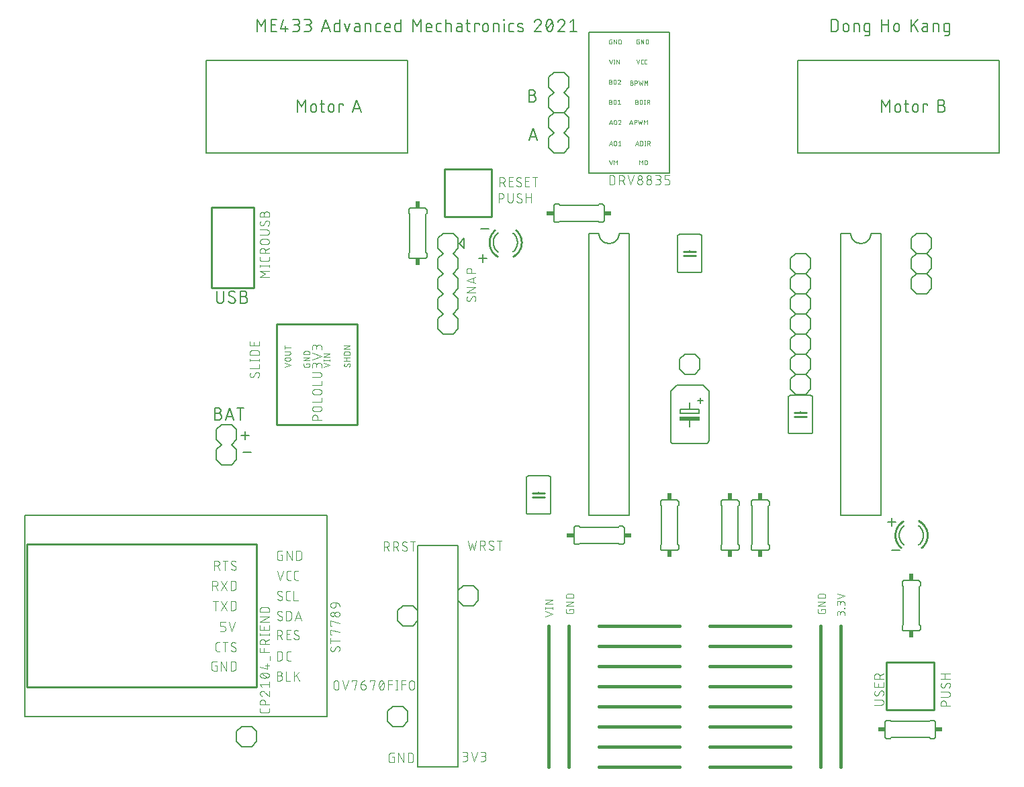
<source format=gto>
G75*
%MOIN*%
%OFA0B0*%
%FSLAX25Y25*%
%IPPOS*%
%LPD*%
%AMOC8*
5,1,8,0,0,1.08239X$1,22.5*
%
%ADD10C,0.00600*%
%ADD11C,0.01600*%
%ADD12C,0.00300*%
%ADD13C,0.00500*%
%ADD14C,0.01000*%
%ADD15C,0.00400*%
%ADD16C,0.00800*%
%ADD17R,0.03400X0.02400*%
%ADD18R,0.02400X0.03400*%
%ADD19R,0.10000X0.02000*%
%ADD20C,0.00200*%
D10*
X0250250Y0143300D02*
X0250250Y0160300D01*
X0250252Y0160360D01*
X0250257Y0160421D01*
X0250266Y0160480D01*
X0250279Y0160539D01*
X0250295Y0160598D01*
X0250315Y0160655D01*
X0250338Y0160710D01*
X0250365Y0160765D01*
X0250394Y0160817D01*
X0250427Y0160868D01*
X0250463Y0160917D01*
X0250501Y0160963D01*
X0250543Y0161007D01*
X0250587Y0161049D01*
X0250633Y0161087D01*
X0250682Y0161123D01*
X0250733Y0161156D01*
X0250785Y0161185D01*
X0250840Y0161212D01*
X0250895Y0161235D01*
X0250952Y0161255D01*
X0251011Y0161271D01*
X0251070Y0161284D01*
X0251129Y0161293D01*
X0251190Y0161298D01*
X0251250Y0161300D01*
X0261250Y0161300D01*
X0261310Y0161298D01*
X0261371Y0161293D01*
X0261430Y0161284D01*
X0261489Y0161271D01*
X0261548Y0161255D01*
X0261605Y0161235D01*
X0261660Y0161212D01*
X0261715Y0161185D01*
X0261767Y0161156D01*
X0261818Y0161123D01*
X0261867Y0161087D01*
X0261913Y0161049D01*
X0261957Y0161007D01*
X0261999Y0160963D01*
X0262037Y0160917D01*
X0262073Y0160868D01*
X0262106Y0160817D01*
X0262135Y0160765D01*
X0262162Y0160710D01*
X0262185Y0160655D01*
X0262205Y0160598D01*
X0262221Y0160539D01*
X0262234Y0160480D01*
X0262243Y0160421D01*
X0262248Y0160360D01*
X0262250Y0160300D01*
X0262250Y0143300D01*
X0262248Y0143240D01*
X0262243Y0143179D01*
X0262234Y0143120D01*
X0262221Y0143061D01*
X0262205Y0143002D01*
X0262185Y0142945D01*
X0262162Y0142890D01*
X0262135Y0142835D01*
X0262106Y0142783D01*
X0262073Y0142732D01*
X0262037Y0142683D01*
X0261999Y0142637D01*
X0261957Y0142593D01*
X0261913Y0142551D01*
X0261867Y0142513D01*
X0261818Y0142477D01*
X0261767Y0142444D01*
X0261715Y0142415D01*
X0261660Y0142388D01*
X0261605Y0142365D01*
X0261548Y0142345D01*
X0261489Y0142329D01*
X0261430Y0142316D01*
X0261371Y0142307D01*
X0261310Y0142302D01*
X0261250Y0142300D01*
X0251250Y0142300D01*
X0251190Y0142302D01*
X0251129Y0142307D01*
X0251070Y0142316D01*
X0251011Y0142329D01*
X0250952Y0142345D01*
X0250895Y0142365D01*
X0250840Y0142388D01*
X0250785Y0142415D01*
X0250733Y0142444D01*
X0250682Y0142477D01*
X0250633Y0142513D01*
X0250587Y0142551D01*
X0250543Y0142593D01*
X0250501Y0142637D01*
X0250463Y0142683D01*
X0250427Y0142732D01*
X0250394Y0142783D01*
X0250365Y0142835D01*
X0250338Y0142890D01*
X0250315Y0142945D01*
X0250295Y0143002D01*
X0250279Y0143061D01*
X0250266Y0143120D01*
X0250257Y0143179D01*
X0250252Y0143240D01*
X0250250Y0143300D01*
X0256250Y0150300D02*
X0256250Y0150800D01*
X0256250Y0152800D02*
X0256250Y0153300D01*
X0274750Y0136300D02*
X0276250Y0136300D01*
X0276750Y0135800D01*
X0295750Y0135800D01*
X0296250Y0136300D01*
X0297750Y0136300D01*
X0297810Y0136298D01*
X0297871Y0136293D01*
X0297930Y0136284D01*
X0297989Y0136271D01*
X0298048Y0136255D01*
X0298105Y0136235D01*
X0298160Y0136212D01*
X0298215Y0136185D01*
X0298267Y0136156D01*
X0298318Y0136123D01*
X0298367Y0136087D01*
X0298413Y0136049D01*
X0298457Y0136007D01*
X0298499Y0135963D01*
X0298537Y0135917D01*
X0298573Y0135868D01*
X0298606Y0135817D01*
X0298635Y0135765D01*
X0298662Y0135710D01*
X0298685Y0135655D01*
X0298705Y0135598D01*
X0298721Y0135539D01*
X0298734Y0135480D01*
X0298743Y0135421D01*
X0298748Y0135360D01*
X0298750Y0135300D01*
X0298750Y0128300D01*
X0298748Y0128240D01*
X0298743Y0128179D01*
X0298734Y0128120D01*
X0298721Y0128061D01*
X0298705Y0128002D01*
X0298685Y0127945D01*
X0298662Y0127890D01*
X0298635Y0127835D01*
X0298606Y0127783D01*
X0298573Y0127732D01*
X0298537Y0127683D01*
X0298499Y0127637D01*
X0298457Y0127593D01*
X0298413Y0127551D01*
X0298367Y0127513D01*
X0298318Y0127477D01*
X0298267Y0127444D01*
X0298215Y0127415D01*
X0298160Y0127388D01*
X0298105Y0127365D01*
X0298048Y0127345D01*
X0297989Y0127329D01*
X0297930Y0127316D01*
X0297871Y0127307D01*
X0297810Y0127302D01*
X0297750Y0127300D01*
X0296250Y0127300D01*
X0295750Y0127800D01*
X0276750Y0127800D01*
X0276250Y0127300D01*
X0274750Y0127300D01*
X0274690Y0127302D01*
X0274629Y0127307D01*
X0274570Y0127316D01*
X0274511Y0127329D01*
X0274452Y0127345D01*
X0274395Y0127365D01*
X0274340Y0127388D01*
X0274285Y0127415D01*
X0274233Y0127444D01*
X0274182Y0127477D01*
X0274133Y0127513D01*
X0274087Y0127551D01*
X0274043Y0127593D01*
X0274001Y0127637D01*
X0273963Y0127683D01*
X0273927Y0127732D01*
X0273894Y0127783D01*
X0273865Y0127835D01*
X0273838Y0127890D01*
X0273815Y0127945D01*
X0273795Y0128002D01*
X0273779Y0128061D01*
X0273766Y0128120D01*
X0273757Y0128179D01*
X0273752Y0128240D01*
X0273750Y0128300D01*
X0273750Y0135300D01*
X0273752Y0135360D01*
X0273757Y0135421D01*
X0273766Y0135480D01*
X0273779Y0135539D01*
X0273795Y0135598D01*
X0273815Y0135655D01*
X0273838Y0135710D01*
X0273865Y0135765D01*
X0273894Y0135817D01*
X0273927Y0135868D01*
X0273963Y0135917D01*
X0274001Y0135963D01*
X0274043Y0136007D01*
X0274087Y0136049D01*
X0274133Y0136087D01*
X0274182Y0136123D01*
X0274233Y0136156D01*
X0274285Y0136185D01*
X0274340Y0136212D01*
X0274395Y0136235D01*
X0274452Y0136255D01*
X0274511Y0136271D01*
X0274570Y0136284D01*
X0274629Y0136293D01*
X0274690Y0136298D01*
X0274750Y0136300D01*
X0281250Y0141800D02*
X0281250Y0281300D01*
X0281250Y0281800D02*
X0286250Y0281800D01*
X0286252Y0281660D01*
X0286258Y0281520D01*
X0286268Y0281380D01*
X0286281Y0281240D01*
X0286299Y0281101D01*
X0286321Y0280962D01*
X0286346Y0280825D01*
X0286375Y0280687D01*
X0286408Y0280551D01*
X0286445Y0280416D01*
X0286486Y0280282D01*
X0286531Y0280149D01*
X0286579Y0280017D01*
X0286631Y0279887D01*
X0286686Y0279758D01*
X0286745Y0279631D01*
X0286808Y0279505D01*
X0286874Y0279381D01*
X0286943Y0279260D01*
X0287016Y0279140D01*
X0287093Y0279022D01*
X0287172Y0278907D01*
X0287255Y0278793D01*
X0287341Y0278683D01*
X0287430Y0278574D01*
X0287522Y0278468D01*
X0287617Y0278365D01*
X0287714Y0278264D01*
X0287815Y0278167D01*
X0287918Y0278072D01*
X0288024Y0277980D01*
X0288133Y0277891D01*
X0288243Y0277805D01*
X0288357Y0277722D01*
X0288472Y0277643D01*
X0288590Y0277566D01*
X0288710Y0277493D01*
X0288831Y0277424D01*
X0288955Y0277358D01*
X0289081Y0277295D01*
X0289208Y0277236D01*
X0289337Y0277181D01*
X0289467Y0277129D01*
X0289599Y0277081D01*
X0289732Y0277036D01*
X0289866Y0276995D01*
X0290001Y0276958D01*
X0290137Y0276925D01*
X0290275Y0276896D01*
X0290412Y0276871D01*
X0290551Y0276849D01*
X0290690Y0276831D01*
X0290830Y0276818D01*
X0290970Y0276808D01*
X0291110Y0276802D01*
X0291250Y0276800D01*
X0291390Y0276802D01*
X0291530Y0276808D01*
X0291670Y0276818D01*
X0291810Y0276831D01*
X0291949Y0276849D01*
X0292088Y0276871D01*
X0292225Y0276896D01*
X0292363Y0276925D01*
X0292499Y0276958D01*
X0292634Y0276995D01*
X0292768Y0277036D01*
X0292901Y0277081D01*
X0293033Y0277129D01*
X0293163Y0277181D01*
X0293292Y0277236D01*
X0293419Y0277295D01*
X0293545Y0277358D01*
X0293669Y0277424D01*
X0293790Y0277493D01*
X0293910Y0277566D01*
X0294028Y0277643D01*
X0294143Y0277722D01*
X0294257Y0277805D01*
X0294367Y0277891D01*
X0294476Y0277980D01*
X0294582Y0278072D01*
X0294685Y0278167D01*
X0294786Y0278264D01*
X0294883Y0278365D01*
X0294978Y0278468D01*
X0295070Y0278574D01*
X0295159Y0278683D01*
X0295245Y0278793D01*
X0295328Y0278907D01*
X0295407Y0279022D01*
X0295484Y0279140D01*
X0295557Y0279260D01*
X0295626Y0279381D01*
X0295692Y0279505D01*
X0295755Y0279631D01*
X0295814Y0279758D01*
X0295869Y0279887D01*
X0295921Y0280017D01*
X0295969Y0280149D01*
X0296014Y0280282D01*
X0296055Y0280416D01*
X0296092Y0280551D01*
X0296125Y0280687D01*
X0296154Y0280825D01*
X0296179Y0280962D01*
X0296201Y0281101D01*
X0296219Y0281240D01*
X0296232Y0281380D01*
X0296242Y0281520D01*
X0296248Y0281660D01*
X0296250Y0281800D01*
X0301250Y0281800D01*
X0301250Y0141800D01*
X0281250Y0141800D01*
X0316750Y0146800D02*
X0317250Y0146300D01*
X0317250Y0127300D01*
X0316750Y0126800D01*
X0316750Y0125300D01*
X0316752Y0125240D01*
X0316757Y0125179D01*
X0316766Y0125120D01*
X0316779Y0125061D01*
X0316795Y0125002D01*
X0316815Y0124945D01*
X0316838Y0124890D01*
X0316865Y0124835D01*
X0316894Y0124783D01*
X0316927Y0124732D01*
X0316963Y0124683D01*
X0317001Y0124637D01*
X0317043Y0124593D01*
X0317087Y0124551D01*
X0317133Y0124513D01*
X0317182Y0124477D01*
X0317233Y0124444D01*
X0317285Y0124415D01*
X0317340Y0124388D01*
X0317395Y0124365D01*
X0317452Y0124345D01*
X0317511Y0124329D01*
X0317570Y0124316D01*
X0317629Y0124307D01*
X0317690Y0124302D01*
X0317750Y0124300D01*
X0324750Y0124300D01*
X0324810Y0124302D01*
X0324871Y0124307D01*
X0324930Y0124316D01*
X0324989Y0124329D01*
X0325048Y0124345D01*
X0325105Y0124365D01*
X0325160Y0124388D01*
X0325215Y0124415D01*
X0325267Y0124444D01*
X0325318Y0124477D01*
X0325367Y0124513D01*
X0325413Y0124551D01*
X0325457Y0124593D01*
X0325499Y0124637D01*
X0325537Y0124683D01*
X0325573Y0124732D01*
X0325606Y0124783D01*
X0325635Y0124835D01*
X0325662Y0124890D01*
X0325685Y0124945D01*
X0325705Y0125002D01*
X0325721Y0125061D01*
X0325734Y0125120D01*
X0325743Y0125179D01*
X0325748Y0125240D01*
X0325750Y0125300D01*
X0325750Y0126800D01*
X0325250Y0127300D01*
X0325250Y0146300D01*
X0325750Y0146800D01*
X0325750Y0148300D01*
X0325748Y0148360D01*
X0325743Y0148421D01*
X0325734Y0148480D01*
X0325721Y0148539D01*
X0325705Y0148598D01*
X0325685Y0148655D01*
X0325662Y0148710D01*
X0325635Y0148765D01*
X0325606Y0148817D01*
X0325573Y0148868D01*
X0325537Y0148917D01*
X0325499Y0148963D01*
X0325457Y0149007D01*
X0325413Y0149049D01*
X0325367Y0149087D01*
X0325318Y0149123D01*
X0325267Y0149156D01*
X0325215Y0149185D01*
X0325160Y0149212D01*
X0325105Y0149235D01*
X0325048Y0149255D01*
X0324989Y0149271D01*
X0324930Y0149284D01*
X0324871Y0149293D01*
X0324810Y0149298D01*
X0324750Y0149300D01*
X0317750Y0149300D01*
X0317690Y0149298D01*
X0317629Y0149293D01*
X0317570Y0149284D01*
X0317511Y0149271D01*
X0317452Y0149255D01*
X0317395Y0149235D01*
X0317340Y0149212D01*
X0317285Y0149185D01*
X0317233Y0149156D01*
X0317182Y0149123D01*
X0317133Y0149087D01*
X0317087Y0149049D01*
X0317043Y0149007D01*
X0317001Y0148963D01*
X0316963Y0148917D01*
X0316927Y0148868D01*
X0316894Y0148817D01*
X0316865Y0148765D01*
X0316838Y0148710D01*
X0316815Y0148655D01*
X0316795Y0148598D01*
X0316779Y0148539D01*
X0316766Y0148480D01*
X0316757Y0148421D01*
X0316752Y0148360D01*
X0316750Y0148300D01*
X0316750Y0146800D01*
X0346750Y0146800D02*
X0346750Y0148300D01*
X0346752Y0148360D01*
X0346757Y0148421D01*
X0346766Y0148480D01*
X0346779Y0148539D01*
X0346795Y0148598D01*
X0346815Y0148655D01*
X0346838Y0148710D01*
X0346865Y0148765D01*
X0346894Y0148817D01*
X0346927Y0148868D01*
X0346963Y0148917D01*
X0347001Y0148963D01*
X0347043Y0149007D01*
X0347087Y0149049D01*
X0347133Y0149087D01*
X0347182Y0149123D01*
X0347233Y0149156D01*
X0347285Y0149185D01*
X0347340Y0149212D01*
X0347395Y0149235D01*
X0347452Y0149255D01*
X0347511Y0149271D01*
X0347570Y0149284D01*
X0347629Y0149293D01*
X0347690Y0149298D01*
X0347750Y0149300D01*
X0354750Y0149300D01*
X0354810Y0149298D01*
X0354871Y0149293D01*
X0354930Y0149284D01*
X0354989Y0149271D01*
X0355048Y0149255D01*
X0355105Y0149235D01*
X0355160Y0149212D01*
X0355215Y0149185D01*
X0355267Y0149156D01*
X0355318Y0149123D01*
X0355367Y0149087D01*
X0355413Y0149049D01*
X0355457Y0149007D01*
X0355499Y0148963D01*
X0355537Y0148917D01*
X0355573Y0148868D01*
X0355606Y0148817D01*
X0355635Y0148765D01*
X0355662Y0148710D01*
X0355685Y0148655D01*
X0355705Y0148598D01*
X0355721Y0148539D01*
X0355734Y0148480D01*
X0355743Y0148421D01*
X0355748Y0148360D01*
X0355750Y0148300D01*
X0355750Y0146800D01*
X0355250Y0146300D01*
X0355250Y0127300D01*
X0355750Y0126800D01*
X0355750Y0125300D01*
X0355748Y0125240D01*
X0355743Y0125179D01*
X0355734Y0125120D01*
X0355721Y0125061D01*
X0355705Y0125002D01*
X0355685Y0124945D01*
X0355662Y0124890D01*
X0355635Y0124835D01*
X0355606Y0124783D01*
X0355573Y0124732D01*
X0355537Y0124683D01*
X0355499Y0124637D01*
X0355457Y0124593D01*
X0355413Y0124551D01*
X0355367Y0124513D01*
X0355318Y0124477D01*
X0355267Y0124444D01*
X0355215Y0124415D01*
X0355160Y0124388D01*
X0355105Y0124365D01*
X0355048Y0124345D01*
X0354989Y0124329D01*
X0354930Y0124316D01*
X0354871Y0124307D01*
X0354810Y0124302D01*
X0354750Y0124300D01*
X0347750Y0124300D01*
X0347690Y0124302D01*
X0347629Y0124307D01*
X0347570Y0124316D01*
X0347511Y0124329D01*
X0347452Y0124345D01*
X0347395Y0124365D01*
X0347340Y0124388D01*
X0347285Y0124415D01*
X0347233Y0124444D01*
X0347182Y0124477D01*
X0347133Y0124513D01*
X0347087Y0124551D01*
X0347043Y0124593D01*
X0347001Y0124637D01*
X0346963Y0124683D01*
X0346927Y0124732D01*
X0346894Y0124783D01*
X0346865Y0124835D01*
X0346838Y0124890D01*
X0346815Y0124945D01*
X0346795Y0125002D01*
X0346779Y0125061D01*
X0346766Y0125120D01*
X0346757Y0125179D01*
X0346752Y0125240D01*
X0346750Y0125300D01*
X0346750Y0126800D01*
X0347250Y0127300D01*
X0347250Y0146300D01*
X0346750Y0146800D01*
X0361750Y0146800D02*
X0362250Y0146300D01*
X0362250Y0127300D01*
X0361750Y0126800D01*
X0361750Y0125300D01*
X0361752Y0125240D01*
X0361757Y0125179D01*
X0361766Y0125120D01*
X0361779Y0125061D01*
X0361795Y0125002D01*
X0361815Y0124945D01*
X0361838Y0124890D01*
X0361865Y0124835D01*
X0361894Y0124783D01*
X0361927Y0124732D01*
X0361963Y0124683D01*
X0362001Y0124637D01*
X0362043Y0124593D01*
X0362087Y0124551D01*
X0362133Y0124513D01*
X0362182Y0124477D01*
X0362233Y0124444D01*
X0362285Y0124415D01*
X0362340Y0124388D01*
X0362395Y0124365D01*
X0362452Y0124345D01*
X0362511Y0124329D01*
X0362570Y0124316D01*
X0362629Y0124307D01*
X0362690Y0124302D01*
X0362750Y0124300D01*
X0369750Y0124300D01*
X0369810Y0124302D01*
X0369871Y0124307D01*
X0369930Y0124316D01*
X0369989Y0124329D01*
X0370048Y0124345D01*
X0370105Y0124365D01*
X0370160Y0124388D01*
X0370215Y0124415D01*
X0370267Y0124444D01*
X0370318Y0124477D01*
X0370367Y0124513D01*
X0370413Y0124551D01*
X0370457Y0124593D01*
X0370499Y0124637D01*
X0370537Y0124683D01*
X0370573Y0124732D01*
X0370606Y0124783D01*
X0370635Y0124835D01*
X0370662Y0124890D01*
X0370685Y0124945D01*
X0370705Y0125002D01*
X0370721Y0125061D01*
X0370734Y0125120D01*
X0370743Y0125179D01*
X0370748Y0125240D01*
X0370750Y0125300D01*
X0370750Y0126800D01*
X0370250Y0127300D01*
X0370250Y0146300D01*
X0370750Y0146800D01*
X0370750Y0148300D01*
X0370748Y0148360D01*
X0370743Y0148421D01*
X0370734Y0148480D01*
X0370721Y0148539D01*
X0370705Y0148598D01*
X0370685Y0148655D01*
X0370662Y0148710D01*
X0370635Y0148765D01*
X0370606Y0148817D01*
X0370573Y0148868D01*
X0370537Y0148917D01*
X0370499Y0148963D01*
X0370457Y0149007D01*
X0370413Y0149049D01*
X0370367Y0149087D01*
X0370318Y0149123D01*
X0370267Y0149156D01*
X0370215Y0149185D01*
X0370160Y0149212D01*
X0370105Y0149235D01*
X0370048Y0149255D01*
X0369989Y0149271D01*
X0369930Y0149284D01*
X0369871Y0149293D01*
X0369810Y0149298D01*
X0369750Y0149300D01*
X0362750Y0149300D01*
X0362690Y0149298D01*
X0362629Y0149293D01*
X0362570Y0149284D01*
X0362511Y0149271D01*
X0362452Y0149255D01*
X0362395Y0149235D01*
X0362340Y0149212D01*
X0362285Y0149185D01*
X0362233Y0149156D01*
X0362182Y0149123D01*
X0362133Y0149087D01*
X0362087Y0149049D01*
X0362043Y0149007D01*
X0362001Y0148963D01*
X0361963Y0148917D01*
X0361927Y0148868D01*
X0361894Y0148817D01*
X0361865Y0148765D01*
X0361838Y0148710D01*
X0361815Y0148655D01*
X0361795Y0148598D01*
X0361779Y0148539D01*
X0361766Y0148480D01*
X0361757Y0148421D01*
X0361752Y0148360D01*
X0361750Y0148300D01*
X0361750Y0146800D01*
X0339250Y0177300D02*
X0323250Y0177300D01*
X0323174Y0177302D01*
X0323098Y0177308D01*
X0323023Y0177317D01*
X0322948Y0177331D01*
X0322874Y0177348D01*
X0322801Y0177369D01*
X0322729Y0177393D01*
X0322658Y0177422D01*
X0322589Y0177453D01*
X0322522Y0177488D01*
X0322457Y0177527D01*
X0322393Y0177569D01*
X0322332Y0177614D01*
X0322273Y0177662D01*
X0322217Y0177713D01*
X0322163Y0177767D01*
X0322112Y0177823D01*
X0322064Y0177882D01*
X0322019Y0177943D01*
X0321977Y0178007D01*
X0321938Y0178072D01*
X0321903Y0178139D01*
X0321872Y0178208D01*
X0321843Y0178279D01*
X0321819Y0178351D01*
X0321798Y0178424D01*
X0321781Y0178498D01*
X0321767Y0178573D01*
X0321758Y0178648D01*
X0321752Y0178724D01*
X0321750Y0178800D01*
X0321750Y0203300D01*
X0324750Y0206300D01*
X0337750Y0206300D01*
X0340750Y0203300D01*
X0340750Y0178800D01*
X0340748Y0178724D01*
X0340742Y0178648D01*
X0340733Y0178573D01*
X0340719Y0178498D01*
X0340702Y0178424D01*
X0340681Y0178351D01*
X0340657Y0178279D01*
X0340628Y0178208D01*
X0340597Y0178139D01*
X0340562Y0178072D01*
X0340523Y0178007D01*
X0340481Y0177943D01*
X0340436Y0177882D01*
X0340388Y0177823D01*
X0340337Y0177767D01*
X0340283Y0177713D01*
X0340227Y0177662D01*
X0340168Y0177614D01*
X0340107Y0177569D01*
X0340043Y0177527D01*
X0339978Y0177488D01*
X0339911Y0177453D01*
X0339842Y0177422D01*
X0339771Y0177393D01*
X0339699Y0177369D01*
X0339626Y0177348D01*
X0339552Y0177331D01*
X0339477Y0177317D01*
X0339402Y0177308D01*
X0339326Y0177302D01*
X0339250Y0177300D01*
X0331250Y0185800D02*
X0331250Y0189300D01*
X0331250Y0194300D02*
X0326450Y0194300D01*
X0326450Y0192300D01*
X0336050Y0192300D01*
X0336050Y0194300D01*
X0331250Y0194300D01*
X0331250Y0197800D01*
X0335350Y0198800D02*
X0337850Y0198800D01*
X0336650Y0197500D02*
X0336650Y0200100D01*
X0380250Y0200300D02*
X0380250Y0183300D01*
X0380252Y0183240D01*
X0380257Y0183179D01*
X0380266Y0183120D01*
X0380279Y0183061D01*
X0380295Y0183002D01*
X0380315Y0182945D01*
X0380338Y0182890D01*
X0380365Y0182835D01*
X0380394Y0182783D01*
X0380427Y0182732D01*
X0380463Y0182683D01*
X0380501Y0182637D01*
X0380543Y0182593D01*
X0380587Y0182551D01*
X0380633Y0182513D01*
X0380682Y0182477D01*
X0380733Y0182444D01*
X0380785Y0182415D01*
X0380840Y0182388D01*
X0380895Y0182365D01*
X0380952Y0182345D01*
X0381011Y0182329D01*
X0381070Y0182316D01*
X0381129Y0182307D01*
X0381190Y0182302D01*
X0381250Y0182300D01*
X0391250Y0182300D01*
X0391310Y0182302D01*
X0391371Y0182307D01*
X0391430Y0182316D01*
X0391489Y0182329D01*
X0391548Y0182345D01*
X0391605Y0182365D01*
X0391660Y0182388D01*
X0391715Y0182415D01*
X0391767Y0182444D01*
X0391818Y0182477D01*
X0391867Y0182513D01*
X0391913Y0182551D01*
X0391957Y0182593D01*
X0391999Y0182637D01*
X0392037Y0182683D01*
X0392073Y0182732D01*
X0392106Y0182783D01*
X0392135Y0182835D01*
X0392162Y0182890D01*
X0392185Y0182945D01*
X0392205Y0183002D01*
X0392221Y0183061D01*
X0392234Y0183120D01*
X0392243Y0183179D01*
X0392248Y0183240D01*
X0392250Y0183300D01*
X0392250Y0200300D01*
X0392248Y0200360D01*
X0392243Y0200421D01*
X0392234Y0200480D01*
X0392221Y0200539D01*
X0392205Y0200598D01*
X0392185Y0200655D01*
X0392162Y0200710D01*
X0392135Y0200765D01*
X0392106Y0200817D01*
X0392073Y0200868D01*
X0392037Y0200917D01*
X0391999Y0200963D01*
X0391957Y0201007D01*
X0391913Y0201049D01*
X0391867Y0201087D01*
X0391818Y0201123D01*
X0391767Y0201156D01*
X0391715Y0201185D01*
X0391660Y0201212D01*
X0391605Y0201235D01*
X0391548Y0201255D01*
X0391489Y0201271D01*
X0391430Y0201284D01*
X0391371Y0201293D01*
X0391310Y0201298D01*
X0391250Y0201300D01*
X0381250Y0201300D01*
X0381190Y0201298D01*
X0381129Y0201293D01*
X0381070Y0201284D01*
X0381011Y0201271D01*
X0380952Y0201255D01*
X0380895Y0201235D01*
X0380840Y0201212D01*
X0380785Y0201185D01*
X0380733Y0201156D01*
X0380682Y0201123D01*
X0380633Y0201087D01*
X0380587Y0201049D01*
X0380543Y0201007D01*
X0380501Y0200963D01*
X0380463Y0200917D01*
X0380427Y0200868D01*
X0380394Y0200817D01*
X0380365Y0200765D01*
X0380338Y0200710D01*
X0380315Y0200655D01*
X0380295Y0200598D01*
X0380279Y0200539D01*
X0380266Y0200480D01*
X0380257Y0200421D01*
X0380252Y0200360D01*
X0380250Y0200300D01*
X0386250Y0193300D02*
X0386250Y0192800D01*
X0386250Y0190800D02*
X0386250Y0190300D01*
X0406250Y0141800D02*
X0406250Y0281300D01*
X0406250Y0281800D02*
X0411250Y0281800D01*
X0411252Y0281660D01*
X0411258Y0281520D01*
X0411268Y0281380D01*
X0411281Y0281240D01*
X0411299Y0281101D01*
X0411321Y0280962D01*
X0411346Y0280825D01*
X0411375Y0280687D01*
X0411408Y0280551D01*
X0411445Y0280416D01*
X0411486Y0280282D01*
X0411531Y0280149D01*
X0411579Y0280017D01*
X0411631Y0279887D01*
X0411686Y0279758D01*
X0411745Y0279631D01*
X0411808Y0279505D01*
X0411874Y0279381D01*
X0411943Y0279260D01*
X0412016Y0279140D01*
X0412093Y0279022D01*
X0412172Y0278907D01*
X0412255Y0278793D01*
X0412341Y0278683D01*
X0412430Y0278574D01*
X0412522Y0278468D01*
X0412617Y0278365D01*
X0412714Y0278264D01*
X0412815Y0278167D01*
X0412918Y0278072D01*
X0413024Y0277980D01*
X0413133Y0277891D01*
X0413243Y0277805D01*
X0413357Y0277722D01*
X0413472Y0277643D01*
X0413590Y0277566D01*
X0413710Y0277493D01*
X0413831Y0277424D01*
X0413955Y0277358D01*
X0414081Y0277295D01*
X0414208Y0277236D01*
X0414337Y0277181D01*
X0414467Y0277129D01*
X0414599Y0277081D01*
X0414732Y0277036D01*
X0414866Y0276995D01*
X0415001Y0276958D01*
X0415137Y0276925D01*
X0415275Y0276896D01*
X0415412Y0276871D01*
X0415551Y0276849D01*
X0415690Y0276831D01*
X0415830Y0276818D01*
X0415970Y0276808D01*
X0416110Y0276802D01*
X0416250Y0276800D01*
X0416390Y0276802D01*
X0416530Y0276808D01*
X0416670Y0276818D01*
X0416810Y0276831D01*
X0416949Y0276849D01*
X0417088Y0276871D01*
X0417225Y0276896D01*
X0417363Y0276925D01*
X0417499Y0276958D01*
X0417634Y0276995D01*
X0417768Y0277036D01*
X0417901Y0277081D01*
X0418033Y0277129D01*
X0418163Y0277181D01*
X0418292Y0277236D01*
X0418419Y0277295D01*
X0418545Y0277358D01*
X0418669Y0277424D01*
X0418790Y0277493D01*
X0418910Y0277566D01*
X0419028Y0277643D01*
X0419143Y0277722D01*
X0419257Y0277805D01*
X0419367Y0277891D01*
X0419476Y0277980D01*
X0419582Y0278072D01*
X0419685Y0278167D01*
X0419786Y0278264D01*
X0419883Y0278365D01*
X0419978Y0278468D01*
X0420070Y0278574D01*
X0420159Y0278683D01*
X0420245Y0278793D01*
X0420328Y0278907D01*
X0420407Y0279022D01*
X0420484Y0279140D01*
X0420557Y0279260D01*
X0420626Y0279381D01*
X0420692Y0279505D01*
X0420755Y0279631D01*
X0420814Y0279758D01*
X0420869Y0279887D01*
X0420921Y0280017D01*
X0420969Y0280149D01*
X0421014Y0280282D01*
X0421055Y0280416D01*
X0421092Y0280551D01*
X0421125Y0280687D01*
X0421154Y0280825D01*
X0421179Y0280962D01*
X0421201Y0281101D01*
X0421219Y0281240D01*
X0421232Y0281380D01*
X0421242Y0281520D01*
X0421248Y0281660D01*
X0421250Y0281800D01*
X0426250Y0281800D01*
X0426250Y0141800D01*
X0406250Y0141800D01*
X0444737Y0126918D02*
X0444862Y0127009D01*
X0444984Y0127103D01*
X0445103Y0127201D01*
X0445220Y0127301D01*
X0445334Y0127405D01*
X0445446Y0127511D01*
X0445554Y0127620D01*
X0445660Y0127732D01*
X0445763Y0127847D01*
X0445863Y0127964D01*
X0445961Y0128084D01*
X0446054Y0128206D01*
X0446145Y0128330D01*
X0446233Y0128457D01*
X0446317Y0128586D01*
X0446398Y0128718D01*
X0446475Y0128851D01*
X0446549Y0128986D01*
X0446620Y0129123D01*
X0446687Y0129262D01*
X0446750Y0129402D01*
X0446810Y0129545D01*
X0446866Y0129688D01*
X0446918Y0129833D01*
X0446967Y0129979D01*
X0447012Y0130127D01*
X0447053Y0130275D01*
X0447090Y0130425D01*
X0447124Y0130575D01*
X0447153Y0130727D01*
X0447179Y0130879D01*
X0447201Y0131031D01*
X0447218Y0131184D01*
X0447232Y0131338D01*
X0447242Y0131492D01*
X0447248Y0131646D01*
X0447250Y0131800D01*
X0437567Y0136536D02*
X0437448Y0136442D01*
X0437332Y0136344D01*
X0437218Y0136244D01*
X0437107Y0136140D01*
X0436999Y0136034D01*
X0436893Y0135926D01*
X0436791Y0135814D01*
X0436691Y0135700D01*
X0436593Y0135584D01*
X0436499Y0135465D01*
X0436408Y0135344D01*
X0436320Y0135220D01*
X0436235Y0135094D01*
X0436154Y0134967D01*
X0436075Y0134837D01*
X0436000Y0134705D01*
X0435929Y0134572D01*
X0435860Y0134436D01*
X0435795Y0134299D01*
X0435734Y0134161D01*
X0435676Y0134020D01*
X0435622Y0133879D01*
X0435571Y0133736D01*
X0435524Y0133592D01*
X0435480Y0133447D01*
X0435441Y0133300D01*
X0435405Y0133153D01*
X0435372Y0133005D01*
X0435344Y0132856D01*
X0435319Y0132706D01*
X0435298Y0132556D01*
X0435281Y0132406D01*
X0435267Y0132254D01*
X0435258Y0132103D01*
X0435252Y0131952D01*
X0435250Y0131800D01*
X0444850Y0136600D02*
X0444969Y0136508D01*
X0445086Y0136414D01*
X0445200Y0136316D01*
X0445312Y0136216D01*
X0445422Y0136112D01*
X0445528Y0136007D01*
X0445633Y0135898D01*
X0445734Y0135787D01*
X0445832Y0135673D01*
X0445928Y0135557D01*
X0446021Y0135439D01*
X0446110Y0135318D01*
X0446197Y0135195D01*
X0446280Y0135070D01*
X0446361Y0134943D01*
X0446438Y0134814D01*
X0446512Y0134683D01*
X0446583Y0134550D01*
X0446650Y0134416D01*
X0446714Y0134280D01*
X0446774Y0134142D01*
X0446831Y0134003D01*
X0446884Y0133862D01*
X0446934Y0133720D01*
X0446981Y0133577D01*
X0447023Y0133433D01*
X0447063Y0133288D01*
X0447098Y0133142D01*
X0447130Y0132995D01*
X0447158Y0132847D01*
X0447182Y0132699D01*
X0447203Y0132550D01*
X0447220Y0132400D01*
X0447233Y0132251D01*
X0447242Y0132101D01*
X0447248Y0131950D01*
X0447250Y0131800D01*
X0437567Y0127064D02*
X0437448Y0127158D01*
X0437332Y0127256D01*
X0437218Y0127356D01*
X0437107Y0127460D01*
X0436999Y0127566D01*
X0436893Y0127674D01*
X0436791Y0127786D01*
X0436691Y0127900D01*
X0436593Y0128016D01*
X0436499Y0128135D01*
X0436408Y0128256D01*
X0436320Y0128380D01*
X0436235Y0128506D01*
X0436154Y0128633D01*
X0436075Y0128763D01*
X0436000Y0128895D01*
X0435929Y0129028D01*
X0435860Y0129164D01*
X0435795Y0129301D01*
X0435734Y0129439D01*
X0435676Y0129580D01*
X0435622Y0129721D01*
X0435571Y0129864D01*
X0435524Y0130008D01*
X0435480Y0130153D01*
X0435441Y0130300D01*
X0435405Y0130447D01*
X0435372Y0130595D01*
X0435344Y0130744D01*
X0435319Y0130894D01*
X0435298Y0131044D01*
X0435281Y0131194D01*
X0435267Y0131346D01*
X0435258Y0131497D01*
X0435252Y0131648D01*
X0435250Y0131800D01*
X0437750Y0109300D02*
X0444750Y0109300D01*
X0444810Y0109298D01*
X0444871Y0109293D01*
X0444930Y0109284D01*
X0444989Y0109271D01*
X0445048Y0109255D01*
X0445105Y0109235D01*
X0445160Y0109212D01*
X0445215Y0109185D01*
X0445267Y0109156D01*
X0445318Y0109123D01*
X0445367Y0109087D01*
X0445413Y0109049D01*
X0445457Y0109007D01*
X0445499Y0108963D01*
X0445537Y0108917D01*
X0445573Y0108868D01*
X0445606Y0108817D01*
X0445635Y0108765D01*
X0445662Y0108710D01*
X0445685Y0108655D01*
X0445705Y0108598D01*
X0445721Y0108539D01*
X0445734Y0108480D01*
X0445743Y0108421D01*
X0445748Y0108360D01*
X0445750Y0108300D01*
X0445750Y0106800D01*
X0445250Y0106300D01*
X0445250Y0087300D01*
X0445750Y0086800D01*
X0445750Y0085300D01*
X0445748Y0085240D01*
X0445743Y0085179D01*
X0445734Y0085120D01*
X0445721Y0085061D01*
X0445705Y0085002D01*
X0445685Y0084945D01*
X0445662Y0084890D01*
X0445635Y0084835D01*
X0445606Y0084783D01*
X0445573Y0084732D01*
X0445537Y0084683D01*
X0445499Y0084637D01*
X0445457Y0084593D01*
X0445413Y0084551D01*
X0445367Y0084513D01*
X0445318Y0084477D01*
X0445267Y0084444D01*
X0445215Y0084415D01*
X0445160Y0084388D01*
X0445105Y0084365D01*
X0445048Y0084345D01*
X0444989Y0084329D01*
X0444930Y0084316D01*
X0444871Y0084307D01*
X0444810Y0084302D01*
X0444750Y0084300D01*
X0437750Y0084300D01*
X0437690Y0084302D01*
X0437629Y0084307D01*
X0437570Y0084316D01*
X0437511Y0084329D01*
X0437452Y0084345D01*
X0437395Y0084365D01*
X0437340Y0084388D01*
X0437285Y0084415D01*
X0437233Y0084444D01*
X0437182Y0084477D01*
X0437133Y0084513D01*
X0437087Y0084551D01*
X0437043Y0084593D01*
X0437001Y0084637D01*
X0436963Y0084683D01*
X0436927Y0084732D01*
X0436894Y0084783D01*
X0436865Y0084835D01*
X0436838Y0084890D01*
X0436815Y0084945D01*
X0436795Y0085002D01*
X0436779Y0085061D01*
X0436766Y0085120D01*
X0436757Y0085179D01*
X0436752Y0085240D01*
X0436750Y0085300D01*
X0436750Y0086800D01*
X0437250Y0087300D01*
X0437250Y0106300D01*
X0436750Y0106800D01*
X0436750Y0108300D01*
X0436752Y0108360D01*
X0436757Y0108421D01*
X0436766Y0108480D01*
X0436779Y0108539D01*
X0436795Y0108598D01*
X0436815Y0108655D01*
X0436838Y0108710D01*
X0436865Y0108765D01*
X0436894Y0108817D01*
X0436927Y0108868D01*
X0436963Y0108917D01*
X0437001Y0108963D01*
X0437043Y0109007D01*
X0437087Y0109049D01*
X0437133Y0109087D01*
X0437182Y0109123D01*
X0437233Y0109156D01*
X0437285Y0109185D01*
X0437340Y0109212D01*
X0437395Y0109235D01*
X0437452Y0109255D01*
X0437511Y0109271D01*
X0437570Y0109284D01*
X0437629Y0109293D01*
X0437690Y0109298D01*
X0437750Y0109300D01*
X0430750Y0039800D02*
X0429250Y0039800D01*
X0429190Y0039798D01*
X0429129Y0039793D01*
X0429070Y0039784D01*
X0429011Y0039771D01*
X0428952Y0039755D01*
X0428895Y0039735D01*
X0428840Y0039712D01*
X0428785Y0039685D01*
X0428733Y0039656D01*
X0428682Y0039623D01*
X0428633Y0039587D01*
X0428587Y0039549D01*
X0428543Y0039507D01*
X0428501Y0039463D01*
X0428463Y0039417D01*
X0428427Y0039368D01*
X0428394Y0039317D01*
X0428365Y0039265D01*
X0428338Y0039210D01*
X0428315Y0039155D01*
X0428295Y0039098D01*
X0428279Y0039039D01*
X0428266Y0038980D01*
X0428257Y0038921D01*
X0428252Y0038860D01*
X0428250Y0038800D01*
X0428250Y0031800D01*
X0428252Y0031740D01*
X0428257Y0031679D01*
X0428266Y0031620D01*
X0428279Y0031561D01*
X0428295Y0031502D01*
X0428315Y0031445D01*
X0428338Y0031390D01*
X0428365Y0031335D01*
X0428394Y0031283D01*
X0428427Y0031232D01*
X0428463Y0031183D01*
X0428501Y0031137D01*
X0428543Y0031093D01*
X0428587Y0031051D01*
X0428633Y0031013D01*
X0428682Y0030977D01*
X0428733Y0030944D01*
X0428785Y0030915D01*
X0428840Y0030888D01*
X0428895Y0030865D01*
X0428952Y0030845D01*
X0429011Y0030829D01*
X0429070Y0030816D01*
X0429129Y0030807D01*
X0429190Y0030802D01*
X0429250Y0030800D01*
X0430750Y0030800D01*
X0431250Y0031300D01*
X0450250Y0031300D01*
X0450750Y0030800D01*
X0452250Y0030800D01*
X0452310Y0030802D01*
X0452371Y0030807D01*
X0452430Y0030816D01*
X0452489Y0030829D01*
X0452548Y0030845D01*
X0452605Y0030865D01*
X0452660Y0030888D01*
X0452715Y0030915D01*
X0452767Y0030944D01*
X0452818Y0030977D01*
X0452867Y0031013D01*
X0452913Y0031051D01*
X0452957Y0031093D01*
X0452999Y0031137D01*
X0453037Y0031183D01*
X0453073Y0031232D01*
X0453106Y0031283D01*
X0453135Y0031335D01*
X0453162Y0031390D01*
X0453185Y0031445D01*
X0453205Y0031502D01*
X0453221Y0031561D01*
X0453234Y0031620D01*
X0453243Y0031679D01*
X0453248Y0031740D01*
X0453250Y0031800D01*
X0453250Y0038800D01*
X0453248Y0038860D01*
X0453243Y0038921D01*
X0453234Y0038980D01*
X0453221Y0039039D01*
X0453205Y0039098D01*
X0453185Y0039155D01*
X0453162Y0039210D01*
X0453135Y0039265D01*
X0453106Y0039317D01*
X0453073Y0039368D01*
X0453037Y0039417D01*
X0452999Y0039463D01*
X0452957Y0039507D01*
X0452913Y0039549D01*
X0452867Y0039587D01*
X0452818Y0039623D01*
X0452767Y0039656D01*
X0452715Y0039685D01*
X0452660Y0039712D01*
X0452605Y0039735D01*
X0452548Y0039755D01*
X0452489Y0039771D01*
X0452430Y0039784D01*
X0452371Y0039793D01*
X0452310Y0039798D01*
X0452250Y0039800D01*
X0450750Y0039800D01*
X0450250Y0039300D01*
X0431250Y0039300D01*
X0430750Y0039800D01*
X0336250Y0262300D02*
X0326250Y0262300D01*
X0326190Y0262302D01*
X0326129Y0262307D01*
X0326070Y0262316D01*
X0326011Y0262329D01*
X0325952Y0262345D01*
X0325895Y0262365D01*
X0325840Y0262388D01*
X0325785Y0262415D01*
X0325733Y0262444D01*
X0325682Y0262477D01*
X0325633Y0262513D01*
X0325587Y0262551D01*
X0325543Y0262593D01*
X0325501Y0262637D01*
X0325463Y0262683D01*
X0325427Y0262732D01*
X0325394Y0262783D01*
X0325365Y0262835D01*
X0325338Y0262890D01*
X0325315Y0262945D01*
X0325295Y0263002D01*
X0325279Y0263061D01*
X0325266Y0263120D01*
X0325257Y0263179D01*
X0325252Y0263240D01*
X0325250Y0263300D01*
X0325250Y0280300D01*
X0325252Y0280360D01*
X0325257Y0280421D01*
X0325266Y0280480D01*
X0325279Y0280539D01*
X0325295Y0280598D01*
X0325315Y0280655D01*
X0325338Y0280710D01*
X0325365Y0280765D01*
X0325394Y0280817D01*
X0325427Y0280868D01*
X0325463Y0280917D01*
X0325501Y0280963D01*
X0325543Y0281007D01*
X0325587Y0281049D01*
X0325633Y0281087D01*
X0325682Y0281123D01*
X0325733Y0281156D01*
X0325785Y0281185D01*
X0325840Y0281212D01*
X0325895Y0281235D01*
X0325952Y0281255D01*
X0326011Y0281271D01*
X0326070Y0281284D01*
X0326129Y0281293D01*
X0326190Y0281298D01*
X0326250Y0281300D01*
X0336250Y0281300D01*
X0336310Y0281298D01*
X0336371Y0281293D01*
X0336430Y0281284D01*
X0336489Y0281271D01*
X0336548Y0281255D01*
X0336605Y0281235D01*
X0336660Y0281212D01*
X0336715Y0281185D01*
X0336767Y0281156D01*
X0336818Y0281123D01*
X0336867Y0281087D01*
X0336913Y0281049D01*
X0336957Y0281007D01*
X0336999Y0280963D01*
X0337037Y0280917D01*
X0337073Y0280868D01*
X0337106Y0280817D01*
X0337135Y0280765D01*
X0337162Y0280710D01*
X0337185Y0280655D01*
X0337205Y0280598D01*
X0337221Y0280539D01*
X0337234Y0280480D01*
X0337243Y0280421D01*
X0337248Y0280360D01*
X0337250Y0280300D01*
X0337250Y0263300D01*
X0337248Y0263240D01*
X0337243Y0263179D01*
X0337234Y0263120D01*
X0337221Y0263061D01*
X0337205Y0263002D01*
X0337185Y0262945D01*
X0337162Y0262890D01*
X0337135Y0262835D01*
X0337106Y0262783D01*
X0337073Y0262732D01*
X0337037Y0262683D01*
X0336999Y0262637D01*
X0336957Y0262593D01*
X0336913Y0262551D01*
X0336867Y0262513D01*
X0336818Y0262477D01*
X0336767Y0262444D01*
X0336715Y0262415D01*
X0336660Y0262388D01*
X0336605Y0262365D01*
X0336548Y0262345D01*
X0336489Y0262329D01*
X0336430Y0262316D01*
X0336371Y0262307D01*
X0336310Y0262302D01*
X0336250Y0262300D01*
X0331250Y0270300D02*
X0331250Y0270800D01*
X0331250Y0272800D02*
X0331250Y0273300D01*
X0288750Y0288300D02*
X0288750Y0295300D01*
X0288748Y0295360D01*
X0288743Y0295421D01*
X0288734Y0295480D01*
X0288721Y0295539D01*
X0288705Y0295598D01*
X0288685Y0295655D01*
X0288662Y0295710D01*
X0288635Y0295765D01*
X0288606Y0295817D01*
X0288573Y0295868D01*
X0288537Y0295917D01*
X0288499Y0295963D01*
X0288457Y0296007D01*
X0288413Y0296049D01*
X0288367Y0296087D01*
X0288318Y0296123D01*
X0288267Y0296156D01*
X0288215Y0296185D01*
X0288160Y0296212D01*
X0288105Y0296235D01*
X0288048Y0296255D01*
X0287989Y0296271D01*
X0287930Y0296284D01*
X0287871Y0296293D01*
X0287810Y0296298D01*
X0287750Y0296300D01*
X0286250Y0296300D01*
X0285750Y0295800D01*
X0266750Y0295800D01*
X0266250Y0296300D01*
X0264750Y0296300D01*
X0264690Y0296298D01*
X0264629Y0296293D01*
X0264570Y0296284D01*
X0264511Y0296271D01*
X0264452Y0296255D01*
X0264395Y0296235D01*
X0264340Y0296212D01*
X0264285Y0296185D01*
X0264233Y0296156D01*
X0264182Y0296123D01*
X0264133Y0296087D01*
X0264087Y0296049D01*
X0264043Y0296007D01*
X0264001Y0295963D01*
X0263963Y0295917D01*
X0263927Y0295868D01*
X0263894Y0295817D01*
X0263865Y0295765D01*
X0263838Y0295710D01*
X0263815Y0295655D01*
X0263795Y0295598D01*
X0263779Y0295539D01*
X0263766Y0295480D01*
X0263757Y0295421D01*
X0263752Y0295360D01*
X0263750Y0295300D01*
X0263750Y0288300D01*
X0263752Y0288240D01*
X0263757Y0288179D01*
X0263766Y0288120D01*
X0263779Y0288061D01*
X0263795Y0288002D01*
X0263815Y0287945D01*
X0263838Y0287890D01*
X0263865Y0287835D01*
X0263894Y0287783D01*
X0263927Y0287732D01*
X0263963Y0287683D01*
X0264001Y0287637D01*
X0264043Y0287593D01*
X0264087Y0287551D01*
X0264133Y0287513D01*
X0264182Y0287477D01*
X0264233Y0287444D01*
X0264285Y0287415D01*
X0264340Y0287388D01*
X0264395Y0287365D01*
X0264452Y0287345D01*
X0264511Y0287329D01*
X0264570Y0287316D01*
X0264629Y0287307D01*
X0264690Y0287302D01*
X0264750Y0287300D01*
X0266250Y0287300D01*
X0266750Y0287800D01*
X0285750Y0287800D01*
X0286250Y0287300D01*
X0287750Y0287300D01*
X0287810Y0287302D01*
X0287871Y0287307D01*
X0287930Y0287316D01*
X0287989Y0287329D01*
X0288048Y0287345D01*
X0288105Y0287365D01*
X0288160Y0287388D01*
X0288215Y0287415D01*
X0288267Y0287444D01*
X0288318Y0287477D01*
X0288367Y0287513D01*
X0288413Y0287551D01*
X0288457Y0287593D01*
X0288499Y0287637D01*
X0288537Y0287683D01*
X0288573Y0287732D01*
X0288606Y0287783D01*
X0288635Y0287835D01*
X0288662Y0287890D01*
X0288685Y0287945D01*
X0288705Y0288002D01*
X0288721Y0288061D01*
X0288734Y0288120D01*
X0288743Y0288179D01*
X0288748Y0288240D01*
X0288750Y0288300D01*
X0245750Y0277300D02*
X0245748Y0277148D01*
X0245742Y0276997D01*
X0245733Y0276846D01*
X0245719Y0276694D01*
X0245702Y0276544D01*
X0245681Y0276394D01*
X0245656Y0276244D01*
X0245628Y0276095D01*
X0245595Y0275947D01*
X0245559Y0275800D01*
X0245520Y0275653D01*
X0245476Y0275508D01*
X0245429Y0275364D01*
X0245378Y0275221D01*
X0245324Y0275080D01*
X0245266Y0274939D01*
X0245205Y0274801D01*
X0245140Y0274664D01*
X0245071Y0274528D01*
X0245000Y0274395D01*
X0244925Y0274263D01*
X0244846Y0274133D01*
X0244765Y0274006D01*
X0244680Y0273880D01*
X0244592Y0273756D01*
X0244501Y0273635D01*
X0244407Y0273516D01*
X0244309Y0273400D01*
X0244209Y0273286D01*
X0244107Y0273174D01*
X0244001Y0273066D01*
X0243893Y0272960D01*
X0243782Y0272856D01*
X0243668Y0272756D01*
X0243552Y0272658D01*
X0243433Y0272564D01*
X0233750Y0277300D02*
X0233752Y0277454D01*
X0233758Y0277608D01*
X0233768Y0277762D01*
X0233782Y0277916D01*
X0233799Y0278069D01*
X0233821Y0278221D01*
X0233847Y0278373D01*
X0233876Y0278525D01*
X0233910Y0278675D01*
X0233947Y0278825D01*
X0233988Y0278973D01*
X0234033Y0279121D01*
X0234082Y0279267D01*
X0234134Y0279412D01*
X0234190Y0279555D01*
X0234250Y0279698D01*
X0234313Y0279838D01*
X0234380Y0279977D01*
X0234451Y0280114D01*
X0234525Y0280249D01*
X0234602Y0280382D01*
X0234683Y0280514D01*
X0234767Y0280643D01*
X0234855Y0280770D01*
X0234946Y0280894D01*
X0235039Y0281016D01*
X0235137Y0281136D01*
X0235237Y0281253D01*
X0235340Y0281368D01*
X0235446Y0281480D01*
X0235554Y0281589D01*
X0235666Y0281695D01*
X0235780Y0281799D01*
X0235897Y0281899D01*
X0236016Y0281997D01*
X0236138Y0282091D01*
X0236263Y0282182D01*
X0233750Y0277300D02*
X0233752Y0277150D01*
X0233758Y0276999D01*
X0233767Y0276849D01*
X0233780Y0276700D01*
X0233797Y0276550D01*
X0233818Y0276401D01*
X0233842Y0276253D01*
X0233870Y0276105D01*
X0233902Y0275958D01*
X0233937Y0275812D01*
X0233977Y0275667D01*
X0234019Y0275523D01*
X0234066Y0275380D01*
X0234116Y0275238D01*
X0234169Y0275097D01*
X0234226Y0274958D01*
X0234286Y0274820D01*
X0234350Y0274684D01*
X0234417Y0274550D01*
X0234488Y0274417D01*
X0234562Y0274286D01*
X0234639Y0274157D01*
X0234720Y0274030D01*
X0234803Y0273905D01*
X0234890Y0273782D01*
X0234979Y0273661D01*
X0235072Y0273543D01*
X0235168Y0273427D01*
X0235266Y0273313D01*
X0235367Y0273202D01*
X0235472Y0273093D01*
X0235578Y0272988D01*
X0235688Y0272884D01*
X0235800Y0272784D01*
X0235914Y0272686D01*
X0236031Y0272592D01*
X0236150Y0272500D01*
X0245750Y0277300D02*
X0245748Y0277452D01*
X0245742Y0277603D01*
X0245733Y0277754D01*
X0245719Y0277906D01*
X0245702Y0278056D01*
X0245681Y0278206D01*
X0245656Y0278356D01*
X0245628Y0278505D01*
X0245595Y0278653D01*
X0245559Y0278800D01*
X0245520Y0278947D01*
X0245476Y0279092D01*
X0245429Y0279236D01*
X0245378Y0279379D01*
X0245324Y0279520D01*
X0245266Y0279661D01*
X0245205Y0279799D01*
X0245140Y0279936D01*
X0245071Y0280072D01*
X0245000Y0280205D01*
X0244925Y0280337D01*
X0244846Y0280467D01*
X0244765Y0280594D01*
X0244680Y0280720D01*
X0244592Y0280844D01*
X0244501Y0280965D01*
X0244407Y0281084D01*
X0244309Y0281200D01*
X0244209Y0281314D01*
X0244107Y0281426D01*
X0244001Y0281534D01*
X0243893Y0281640D01*
X0243782Y0281744D01*
X0243668Y0281844D01*
X0243552Y0281942D01*
X0243433Y0282036D01*
X0200750Y0291800D02*
X0200250Y0291300D01*
X0200250Y0272300D01*
X0200750Y0271800D01*
X0200750Y0270300D01*
X0200748Y0270240D01*
X0200743Y0270179D01*
X0200734Y0270120D01*
X0200721Y0270061D01*
X0200705Y0270002D01*
X0200685Y0269945D01*
X0200662Y0269890D01*
X0200635Y0269835D01*
X0200606Y0269783D01*
X0200573Y0269732D01*
X0200537Y0269683D01*
X0200499Y0269637D01*
X0200457Y0269593D01*
X0200413Y0269551D01*
X0200367Y0269513D01*
X0200318Y0269477D01*
X0200267Y0269444D01*
X0200215Y0269415D01*
X0200160Y0269388D01*
X0200105Y0269365D01*
X0200048Y0269345D01*
X0199989Y0269329D01*
X0199930Y0269316D01*
X0199871Y0269307D01*
X0199810Y0269302D01*
X0199750Y0269300D01*
X0192750Y0269300D01*
X0192690Y0269302D01*
X0192629Y0269307D01*
X0192570Y0269316D01*
X0192511Y0269329D01*
X0192452Y0269345D01*
X0192395Y0269365D01*
X0192340Y0269388D01*
X0192285Y0269415D01*
X0192233Y0269444D01*
X0192182Y0269477D01*
X0192133Y0269513D01*
X0192087Y0269551D01*
X0192043Y0269593D01*
X0192001Y0269637D01*
X0191963Y0269683D01*
X0191927Y0269732D01*
X0191894Y0269783D01*
X0191865Y0269835D01*
X0191838Y0269890D01*
X0191815Y0269945D01*
X0191795Y0270002D01*
X0191779Y0270061D01*
X0191766Y0270120D01*
X0191757Y0270179D01*
X0191752Y0270240D01*
X0191750Y0270300D01*
X0191750Y0271800D01*
X0192250Y0272300D01*
X0192250Y0291300D01*
X0191750Y0291800D01*
X0191750Y0293300D01*
X0191752Y0293360D01*
X0191757Y0293421D01*
X0191766Y0293480D01*
X0191779Y0293539D01*
X0191795Y0293598D01*
X0191815Y0293655D01*
X0191838Y0293710D01*
X0191865Y0293765D01*
X0191894Y0293817D01*
X0191927Y0293868D01*
X0191963Y0293917D01*
X0192001Y0293963D01*
X0192043Y0294007D01*
X0192087Y0294049D01*
X0192133Y0294087D01*
X0192182Y0294123D01*
X0192233Y0294156D01*
X0192285Y0294185D01*
X0192340Y0294212D01*
X0192395Y0294235D01*
X0192452Y0294255D01*
X0192511Y0294271D01*
X0192570Y0294284D01*
X0192629Y0294293D01*
X0192690Y0294298D01*
X0192750Y0294300D01*
X0199750Y0294300D01*
X0199810Y0294298D01*
X0199871Y0294293D01*
X0199930Y0294284D01*
X0199989Y0294271D01*
X0200048Y0294255D01*
X0200105Y0294235D01*
X0200160Y0294212D01*
X0200215Y0294185D01*
X0200267Y0294156D01*
X0200318Y0294123D01*
X0200367Y0294087D01*
X0200413Y0294049D01*
X0200457Y0294007D01*
X0200499Y0293963D01*
X0200537Y0293917D01*
X0200573Y0293868D01*
X0200606Y0293817D01*
X0200635Y0293765D01*
X0200662Y0293710D01*
X0200685Y0293655D01*
X0200705Y0293598D01*
X0200721Y0293539D01*
X0200734Y0293480D01*
X0200743Y0293421D01*
X0200748Y0293360D01*
X0200750Y0293300D01*
X0200750Y0291800D01*
X0191250Y0321800D02*
X0091250Y0321800D01*
X0091250Y0367800D01*
X0191250Y0367800D01*
X0191250Y0321800D01*
X0384750Y0321800D02*
X0484750Y0321800D01*
X0484750Y0367800D01*
X0384750Y0367800D01*
X0384750Y0321800D01*
D11*
X0381250Y0086800D02*
X0341250Y0086800D01*
X0341250Y0076800D02*
X0381250Y0076800D01*
X0381250Y0066800D02*
X0341250Y0066800D01*
X0341250Y0056800D02*
X0381250Y0056800D01*
X0381250Y0046800D02*
X0341250Y0046800D01*
X0341250Y0036800D02*
X0381250Y0036800D01*
X0381250Y0026800D02*
X0341250Y0026800D01*
X0341250Y0016800D02*
X0381250Y0016800D01*
X0396250Y0016800D02*
X0396250Y0086800D01*
X0406250Y0086800D02*
X0406250Y0016800D01*
X0326250Y0016800D02*
X0286250Y0016800D01*
X0286250Y0026800D02*
X0326250Y0026800D01*
X0326250Y0036800D02*
X0286250Y0036800D01*
X0286250Y0046800D02*
X0326250Y0046800D01*
X0326250Y0056800D02*
X0286250Y0056800D01*
X0286250Y0066800D02*
X0326250Y0066800D01*
X0326250Y0076800D02*
X0286250Y0076800D01*
X0286250Y0086800D02*
X0326250Y0086800D01*
X0271250Y0086800D02*
X0271250Y0016800D01*
X0261250Y0016800D02*
X0261250Y0086800D01*
D12*
X0259400Y0091450D02*
X0263100Y0092683D01*
X0259400Y0093917D01*
X0259400Y0095152D02*
X0259400Y0095974D01*
X0259400Y0095563D02*
X0263100Y0095563D01*
X0263100Y0095152D02*
X0263100Y0095974D01*
X0263100Y0097536D02*
X0259400Y0097536D01*
X0263100Y0099591D01*
X0259400Y0099591D01*
X0269900Y0098810D02*
X0273600Y0098810D01*
X0269900Y0096754D01*
X0273600Y0096754D01*
X0273600Y0094970D02*
X0271544Y0094970D01*
X0271544Y0094353D01*
X0270722Y0092915D02*
X0270666Y0092917D01*
X0270610Y0092923D01*
X0270555Y0092932D01*
X0270500Y0092945D01*
X0270447Y0092962D01*
X0270395Y0092983D01*
X0270344Y0093007D01*
X0270295Y0093035D01*
X0270248Y0093065D01*
X0270203Y0093099D01*
X0270161Y0093136D01*
X0270121Y0093176D01*
X0270084Y0093218D01*
X0270050Y0093263D01*
X0270020Y0093310D01*
X0269992Y0093359D01*
X0269968Y0093409D01*
X0269947Y0093462D01*
X0269930Y0093515D01*
X0269917Y0093570D01*
X0269908Y0093625D01*
X0269902Y0093681D01*
X0269900Y0093737D01*
X0269900Y0094970D01*
X0270722Y0092914D02*
X0272778Y0092914D01*
X0272778Y0092915D02*
X0272834Y0092917D01*
X0272890Y0092923D01*
X0272945Y0092932D01*
X0273000Y0092945D01*
X0273053Y0092962D01*
X0273105Y0092983D01*
X0273156Y0093007D01*
X0273205Y0093035D01*
X0273252Y0093065D01*
X0273297Y0093099D01*
X0273339Y0093136D01*
X0273379Y0093176D01*
X0273416Y0093218D01*
X0273450Y0093263D01*
X0273480Y0093310D01*
X0273508Y0093359D01*
X0273532Y0093410D01*
X0273553Y0093462D01*
X0273570Y0093515D01*
X0273583Y0093570D01*
X0273592Y0093625D01*
X0273598Y0093681D01*
X0273600Y0093737D01*
X0273600Y0094970D01*
X0273600Y0100594D02*
X0269900Y0100594D01*
X0269900Y0101622D01*
X0269902Y0101684D01*
X0269907Y0101746D01*
X0269917Y0101807D01*
X0269930Y0101868D01*
X0269947Y0101928D01*
X0269967Y0101987D01*
X0269991Y0102044D01*
X0270018Y0102100D01*
X0270048Y0102154D01*
X0270082Y0102206D01*
X0270119Y0102256D01*
X0270159Y0102304D01*
X0270201Y0102349D01*
X0270246Y0102391D01*
X0270294Y0102431D01*
X0270344Y0102468D01*
X0270396Y0102502D01*
X0270450Y0102532D01*
X0270506Y0102559D01*
X0270563Y0102583D01*
X0270622Y0102603D01*
X0270682Y0102620D01*
X0270743Y0102633D01*
X0270804Y0102643D01*
X0270866Y0102648D01*
X0270928Y0102650D01*
X0272572Y0102650D01*
X0272634Y0102648D01*
X0272696Y0102643D01*
X0272757Y0102633D01*
X0272818Y0102620D01*
X0272878Y0102603D01*
X0272937Y0102583D01*
X0272994Y0102559D01*
X0273050Y0102532D01*
X0273104Y0102502D01*
X0273156Y0102468D01*
X0273206Y0102431D01*
X0273254Y0102391D01*
X0273299Y0102349D01*
X0273341Y0102304D01*
X0273381Y0102256D01*
X0273418Y0102206D01*
X0273452Y0102154D01*
X0273482Y0102100D01*
X0273509Y0102044D01*
X0273533Y0101987D01*
X0273553Y0101928D01*
X0273570Y0101868D01*
X0273583Y0101807D01*
X0273593Y0101746D01*
X0273598Y0101684D01*
X0273600Y0101622D01*
X0273600Y0100594D01*
X0394900Y0100594D02*
X0394900Y0101622D01*
X0394900Y0100594D02*
X0398600Y0100594D01*
X0398600Y0101622D01*
X0398598Y0101684D01*
X0398593Y0101746D01*
X0398583Y0101807D01*
X0398570Y0101868D01*
X0398553Y0101928D01*
X0398533Y0101987D01*
X0398509Y0102044D01*
X0398482Y0102100D01*
X0398452Y0102154D01*
X0398418Y0102206D01*
X0398381Y0102256D01*
X0398341Y0102304D01*
X0398299Y0102349D01*
X0398254Y0102391D01*
X0398206Y0102431D01*
X0398156Y0102468D01*
X0398104Y0102502D01*
X0398050Y0102532D01*
X0397994Y0102559D01*
X0397937Y0102583D01*
X0397878Y0102603D01*
X0397818Y0102620D01*
X0397757Y0102633D01*
X0397696Y0102643D01*
X0397634Y0102648D01*
X0397572Y0102650D01*
X0395928Y0102650D01*
X0395866Y0102648D01*
X0395804Y0102643D01*
X0395743Y0102633D01*
X0395682Y0102620D01*
X0395622Y0102603D01*
X0395563Y0102583D01*
X0395506Y0102559D01*
X0395450Y0102532D01*
X0395396Y0102502D01*
X0395344Y0102468D01*
X0395294Y0102431D01*
X0395246Y0102391D01*
X0395201Y0102349D01*
X0395159Y0102304D01*
X0395119Y0102256D01*
X0395082Y0102206D01*
X0395048Y0102154D01*
X0395018Y0102100D01*
X0394991Y0102044D01*
X0394967Y0101987D01*
X0394947Y0101928D01*
X0394930Y0101868D01*
X0394917Y0101807D01*
X0394907Y0101746D01*
X0394902Y0101684D01*
X0394900Y0101622D01*
X0394900Y0098810D02*
X0398600Y0098810D01*
X0394900Y0096754D01*
X0398600Y0096754D01*
X0398600Y0094970D02*
X0398600Y0093737D01*
X0398598Y0093681D01*
X0398592Y0093625D01*
X0398583Y0093570D01*
X0398570Y0093515D01*
X0398553Y0093462D01*
X0398532Y0093410D01*
X0398508Y0093359D01*
X0398480Y0093310D01*
X0398450Y0093263D01*
X0398416Y0093218D01*
X0398379Y0093176D01*
X0398339Y0093136D01*
X0398297Y0093099D01*
X0398252Y0093065D01*
X0398205Y0093035D01*
X0398156Y0093007D01*
X0398105Y0092983D01*
X0398053Y0092962D01*
X0398000Y0092945D01*
X0397945Y0092932D01*
X0397890Y0092923D01*
X0397834Y0092917D01*
X0397778Y0092915D01*
X0397778Y0092914D02*
X0395722Y0092914D01*
X0395722Y0092915D02*
X0395666Y0092917D01*
X0395610Y0092923D01*
X0395555Y0092932D01*
X0395500Y0092945D01*
X0395447Y0092962D01*
X0395395Y0092983D01*
X0395344Y0093007D01*
X0395295Y0093035D01*
X0395248Y0093065D01*
X0395203Y0093099D01*
X0395161Y0093136D01*
X0395121Y0093176D01*
X0395084Y0093218D01*
X0395050Y0093263D01*
X0395020Y0093310D01*
X0394992Y0093359D01*
X0394968Y0093409D01*
X0394947Y0093462D01*
X0394930Y0093515D01*
X0394917Y0093570D01*
X0394908Y0093625D01*
X0394902Y0093681D01*
X0394900Y0093737D01*
X0394900Y0094970D01*
X0396544Y0094970D02*
X0398600Y0094970D01*
X0396544Y0094970D02*
X0396544Y0094353D01*
X0404400Y0093183D02*
X0404400Y0091950D01*
X0404400Y0093183D02*
X0404402Y0093239D01*
X0404408Y0093295D01*
X0404417Y0093350D01*
X0404430Y0093405D01*
X0404447Y0093458D01*
X0404468Y0093510D01*
X0404492Y0093561D01*
X0404520Y0093610D01*
X0404550Y0093657D01*
X0404584Y0093702D01*
X0404621Y0093744D01*
X0404661Y0093784D01*
X0404703Y0093821D01*
X0404748Y0093855D01*
X0404795Y0093885D01*
X0404844Y0093913D01*
X0404895Y0093937D01*
X0404947Y0093958D01*
X0405000Y0093975D01*
X0405055Y0093988D01*
X0405110Y0093997D01*
X0405166Y0094003D01*
X0405222Y0094005D01*
X0405278Y0094003D01*
X0405334Y0093997D01*
X0405389Y0093988D01*
X0405444Y0093975D01*
X0405497Y0093958D01*
X0405549Y0093937D01*
X0405600Y0093913D01*
X0405649Y0093885D01*
X0405696Y0093855D01*
X0405741Y0093821D01*
X0405783Y0093784D01*
X0405823Y0093744D01*
X0405860Y0093702D01*
X0405894Y0093657D01*
X0405924Y0093610D01*
X0405952Y0093561D01*
X0405976Y0093510D01*
X0405997Y0093458D01*
X0406014Y0093405D01*
X0406027Y0093350D01*
X0406036Y0093295D01*
X0406042Y0093239D01*
X0406044Y0093183D01*
X0406044Y0092361D01*
X0406044Y0092978D02*
X0406046Y0093041D01*
X0406052Y0093104D01*
X0406062Y0093167D01*
X0406075Y0093229D01*
X0406092Y0093290D01*
X0406113Y0093349D01*
X0406138Y0093408D01*
X0406166Y0093464D01*
X0406198Y0093519D01*
X0406233Y0093572D01*
X0406271Y0093622D01*
X0406312Y0093671D01*
X0406356Y0093716D01*
X0406403Y0093759D01*
X0406452Y0093798D01*
X0406504Y0093835D01*
X0406558Y0093868D01*
X0406614Y0093898D01*
X0406671Y0093925D01*
X0406730Y0093948D01*
X0406791Y0093967D01*
X0406852Y0093982D01*
X0406914Y0093994D01*
X0406977Y0094002D01*
X0407040Y0094006D01*
X0407104Y0094006D01*
X0407167Y0094002D01*
X0407230Y0093994D01*
X0407292Y0093982D01*
X0407353Y0093967D01*
X0407414Y0093948D01*
X0407473Y0093925D01*
X0407530Y0093898D01*
X0407586Y0093868D01*
X0407640Y0093835D01*
X0407692Y0093798D01*
X0407741Y0093759D01*
X0407788Y0093716D01*
X0407832Y0093671D01*
X0407873Y0093622D01*
X0407911Y0093572D01*
X0407946Y0093519D01*
X0407978Y0093464D01*
X0408006Y0093408D01*
X0408031Y0093349D01*
X0408052Y0093290D01*
X0408069Y0093229D01*
X0408082Y0093167D01*
X0408092Y0093104D01*
X0408098Y0093041D01*
X0408100Y0092978D01*
X0408100Y0091950D01*
X0408100Y0095395D02*
X0408100Y0095601D01*
X0407894Y0095601D01*
X0407894Y0095395D01*
X0408100Y0095395D01*
X0408100Y0096990D02*
X0408100Y0098018D01*
X0408098Y0098081D01*
X0408092Y0098144D01*
X0408082Y0098207D01*
X0408069Y0098269D01*
X0408052Y0098330D01*
X0408031Y0098389D01*
X0408006Y0098448D01*
X0407978Y0098504D01*
X0407946Y0098559D01*
X0407911Y0098612D01*
X0407873Y0098662D01*
X0407832Y0098711D01*
X0407788Y0098756D01*
X0407741Y0098799D01*
X0407692Y0098838D01*
X0407640Y0098875D01*
X0407586Y0098908D01*
X0407530Y0098938D01*
X0407473Y0098965D01*
X0407414Y0098988D01*
X0407353Y0099007D01*
X0407292Y0099022D01*
X0407230Y0099034D01*
X0407167Y0099042D01*
X0407104Y0099046D01*
X0407040Y0099046D01*
X0406977Y0099042D01*
X0406914Y0099034D01*
X0406852Y0099022D01*
X0406791Y0099007D01*
X0406730Y0098988D01*
X0406671Y0098965D01*
X0406614Y0098938D01*
X0406558Y0098908D01*
X0406504Y0098875D01*
X0406452Y0098838D01*
X0406403Y0098799D01*
X0406356Y0098756D01*
X0406312Y0098711D01*
X0406271Y0098662D01*
X0406233Y0098612D01*
X0406198Y0098559D01*
X0406166Y0098504D01*
X0406138Y0098448D01*
X0406113Y0098389D01*
X0406092Y0098330D01*
X0406075Y0098269D01*
X0406062Y0098207D01*
X0406052Y0098144D01*
X0406046Y0098081D01*
X0406044Y0098018D01*
X0406044Y0098223D02*
X0406044Y0097401D01*
X0406044Y0098223D02*
X0406042Y0098279D01*
X0406036Y0098335D01*
X0406027Y0098390D01*
X0406014Y0098445D01*
X0405997Y0098498D01*
X0405976Y0098550D01*
X0405952Y0098601D01*
X0405924Y0098650D01*
X0405894Y0098697D01*
X0405860Y0098742D01*
X0405823Y0098784D01*
X0405783Y0098824D01*
X0405741Y0098861D01*
X0405696Y0098895D01*
X0405649Y0098925D01*
X0405600Y0098953D01*
X0405549Y0098977D01*
X0405497Y0098998D01*
X0405444Y0099015D01*
X0405389Y0099028D01*
X0405334Y0099037D01*
X0405278Y0099043D01*
X0405222Y0099045D01*
X0405166Y0099043D01*
X0405110Y0099037D01*
X0405055Y0099028D01*
X0405000Y0099015D01*
X0404947Y0098998D01*
X0404895Y0098977D01*
X0404844Y0098953D01*
X0404795Y0098925D01*
X0404748Y0098895D01*
X0404703Y0098861D01*
X0404661Y0098824D01*
X0404621Y0098784D01*
X0404584Y0098742D01*
X0404550Y0098697D01*
X0404520Y0098650D01*
X0404492Y0098601D01*
X0404468Y0098550D01*
X0404447Y0098498D01*
X0404430Y0098445D01*
X0404417Y0098390D01*
X0404408Y0098335D01*
X0404402Y0098279D01*
X0404400Y0098223D01*
X0404400Y0096990D01*
X0404400Y0100384D02*
X0408100Y0101618D01*
X0404400Y0102851D01*
X0161956Y0217062D02*
X0161907Y0217060D01*
X0161859Y0217055D01*
X0161811Y0217046D01*
X0161765Y0217033D01*
X0161719Y0217017D01*
X0161674Y0216998D01*
X0161631Y0216976D01*
X0161590Y0216950D01*
X0161551Y0216921D01*
X0161514Y0216890D01*
X0161479Y0216856D01*
X0161447Y0216819D01*
X0161418Y0216780D01*
X0161392Y0216740D01*
X0161392Y0216739D02*
X0160908Y0215853D01*
X0159700Y0216175D02*
X0159702Y0216240D01*
X0159707Y0216304D01*
X0159716Y0216369D01*
X0159728Y0216432D01*
X0159743Y0216495D01*
X0159762Y0216557D01*
X0159784Y0216618D01*
X0159809Y0216677D01*
X0159838Y0216736D01*
X0159870Y0216792D01*
X0159904Y0216847D01*
X0159942Y0216900D01*
X0160908Y0215852D02*
X0160882Y0215812D01*
X0160853Y0215773D01*
X0160821Y0215736D01*
X0160786Y0215702D01*
X0160749Y0215671D01*
X0160710Y0215642D01*
X0160669Y0215616D01*
X0160626Y0215594D01*
X0160581Y0215575D01*
X0160535Y0215559D01*
X0160489Y0215546D01*
X0160441Y0215537D01*
X0160393Y0215532D01*
X0160344Y0215530D01*
X0160344Y0215531D02*
X0160296Y0215533D01*
X0160248Y0215538D01*
X0160201Y0215547D01*
X0160154Y0215560D01*
X0160109Y0215576D01*
X0160065Y0215595D01*
X0160022Y0215617D01*
X0159981Y0215643D01*
X0159942Y0215672D01*
X0159906Y0215703D01*
X0159872Y0215737D01*
X0159841Y0215773D01*
X0159812Y0215812D01*
X0159786Y0215853D01*
X0159764Y0215896D01*
X0159745Y0215940D01*
X0159729Y0215985D01*
X0159716Y0216032D01*
X0159707Y0216079D01*
X0159702Y0216127D01*
X0159700Y0216175D01*
X0162197Y0215451D02*
X0162247Y0215502D01*
X0162294Y0215557D01*
X0162337Y0215613D01*
X0162378Y0215672D01*
X0162416Y0215733D01*
X0162450Y0215796D01*
X0162481Y0215861D01*
X0162509Y0215927D01*
X0162533Y0215994D01*
X0162553Y0216063D01*
X0162570Y0216133D01*
X0162583Y0216203D01*
X0162592Y0216274D01*
X0162598Y0216345D01*
X0162600Y0216417D01*
X0162598Y0216465D01*
X0162593Y0216513D01*
X0162584Y0216560D01*
X0162571Y0216607D01*
X0162555Y0216652D01*
X0162536Y0216696D01*
X0162514Y0216739D01*
X0162488Y0216780D01*
X0162459Y0216819D01*
X0162428Y0216855D01*
X0162394Y0216889D01*
X0162358Y0216920D01*
X0162319Y0216949D01*
X0162278Y0216975D01*
X0162235Y0216997D01*
X0162191Y0217016D01*
X0162146Y0217032D01*
X0162099Y0217045D01*
X0162052Y0217054D01*
X0162004Y0217059D01*
X0161956Y0217061D01*
X0162600Y0218330D02*
X0159700Y0218330D01*
X0160989Y0218330D02*
X0160989Y0219941D01*
X0159700Y0219941D02*
X0162600Y0219941D01*
X0162600Y0221402D02*
X0162600Y0222208D01*
X0162598Y0222263D01*
X0162592Y0222318D01*
X0162583Y0222372D01*
X0162570Y0222425D01*
X0162553Y0222478D01*
X0162533Y0222529D01*
X0162510Y0222579D01*
X0162483Y0222627D01*
X0162452Y0222673D01*
X0162419Y0222717D01*
X0162383Y0222758D01*
X0162344Y0222797D01*
X0162303Y0222833D01*
X0162259Y0222866D01*
X0162213Y0222897D01*
X0162165Y0222924D01*
X0162115Y0222947D01*
X0162064Y0222967D01*
X0162011Y0222984D01*
X0161958Y0222997D01*
X0161904Y0223006D01*
X0161849Y0223012D01*
X0161794Y0223014D01*
X0161794Y0223013D02*
X0160506Y0223013D01*
X0160506Y0223014D02*
X0160451Y0223012D01*
X0160396Y0223006D01*
X0160342Y0222997D01*
X0160289Y0222984D01*
X0160236Y0222967D01*
X0160185Y0222947D01*
X0160135Y0222924D01*
X0160087Y0222897D01*
X0160041Y0222866D01*
X0159997Y0222833D01*
X0159956Y0222797D01*
X0159917Y0222758D01*
X0159881Y0222717D01*
X0159848Y0222673D01*
X0159817Y0222627D01*
X0159790Y0222579D01*
X0159767Y0222529D01*
X0159747Y0222478D01*
X0159730Y0222425D01*
X0159717Y0222372D01*
X0159708Y0222318D01*
X0159702Y0222263D01*
X0159700Y0222208D01*
X0159700Y0221402D01*
X0162600Y0221402D01*
X0162600Y0224474D02*
X0159700Y0224474D01*
X0162600Y0226085D01*
X0159700Y0226085D01*
X0152600Y0221926D02*
X0149700Y0221926D01*
X0149700Y0220315D02*
X0152600Y0221926D01*
X0152600Y0220315D02*
X0149700Y0220315D01*
X0149700Y0219043D02*
X0149700Y0218398D01*
X0149700Y0218721D02*
X0152600Y0218721D01*
X0152600Y0219043D02*
X0152600Y0218398D01*
X0152600Y0216417D02*
X0149700Y0217383D01*
X0149700Y0215450D02*
X0152600Y0216417D01*
X0142600Y0216094D02*
X0142600Y0217061D01*
X0140989Y0217061D01*
X0140989Y0216578D01*
X0140344Y0215450D02*
X0140293Y0215452D01*
X0140243Y0215458D01*
X0140194Y0215468D01*
X0140145Y0215482D01*
X0140098Y0215499D01*
X0140052Y0215520D01*
X0140008Y0215545D01*
X0139965Y0215573D01*
X0139926Y0215604D01*
X0139889Y0215639D01*
X0139854Y0215676D01*
X0139823Y0215715D01*
X0139795Y0215757D01*
X0139770Y0215802D01*
X0139749Y0215848D01*
X0139732Y0215895D01*
X0139718Y0215944D01*
X0139708Y0215993D01*
X0139702Y0216043D01*
X0139700Y0216094D01*
X0139700Y0217061D01*
X0139700Y0218522D02*
X0142600Y0220133D01*
X0139700Y0220133D01*
X0139700Y0221594D02*
X0139700Y0222400D01*
X0139702Y0222455D01*
X0139708Y0222510D01*
X0139717Y0222564D01*
X0139730Y0222617D01*
X0139747Y0222670D01*
X0139767Y0222721D01*
X0139790Y0222771D01*
X0139817Y0222819D01*
X0139848Y0222865D01*
X0139881Y0222909D01*
X0139917Y0222950D01*
X0139956Y0222989D01*
X0139997Y0223025D01*
X0140041Y0223058D01*
X0140087Y0223089D01*
X0140135Y0223116D01*
X0140185Y0223139D01*
X0140236Y0223159D01*
X0140289Y0223176D01*
X0140342Y0223189D01*
X0140396Y0223198D01*
X0140451Y0223204D01*
X0140506Y0223206D01*
X0140506Y0223205D02*
X0141794Y0223205D01*
X0141794Y0223206D02*
X0141849Y0223204D01*
X0141904Y0223198D01*
X0141958Y0223189D01*
X0142011Y0223176D01*
X0142064Y0223159D01*
X0142115Y0223139D01*
X0142165Y0223116D01*
X0142213Y0223089D01*
X0142259Y0223058D01*
X0142303Y0223025D01*
X0142344Y0222989D01*
X0142383Y0222950D01*
X0142419Y0222909D01*
X0142452Y0222865D01*
X0142483Y0222819D01*
X0142510Y0222771D01*
X0142533Y0222721D01*
X0142553Y0222670D01*
X0142570Y0222617D01*
X0142583Y0222564D01*
X0142592Y0222510D01*
X0142598Y0222455D01*
X0142600Y0222400D01*
X0142600Y0221594D01*
X0139700Y0221594D01*
X0139700Y0218522D02*
X0142600Y0218522D01*
X0142600Y0216094D02*
X0142598Y0216046D01*
X0142593Y0215998D01*
X0142584Y0215951D01*
X0142571Y0215904D01*
X0142555Y0215859D01*
X0142536Y0215815D01*
X0142514Y0215772D01*
X0142488Y0215731D01*
X0142459Y0215692D01*
X0142428Y0215656D01*
X0142394Y0215622D01*
X0142358Y0215591D01*
X0142319Y0215562D01*
X0142278Y0215536D01*
X0142235Y0215514D01*
X0142191Y0215495D01*
X0142146Y0215479D01*
X0142099Y0215466D01*
X0142052Y0215457D01*
X0142004Y0215452D01*
X0141956Y0215450D01*
X0140344Y0215450D01*
X0133100Y0216417D02*
X0130200Y0217383D01*
X0131006Y0218491D02*
X0132294Y0218491D01*
X0132349Y0218493D01*
X0132404Y0218499D01*
X0132458Y0218508D01*
X0132511Y0218521D01*
X0132564Y0218538D01*
X0132615Y0218558D01*
X0132665Y0218581D01*
X0132713Y0218608D01*
X0132759Y0218639D01*
X0132803Y0218672D01*
X0132844Y0218708D01*
X0132883Y0218747D01*
X0132919Y0218788D01*
X0132952Y0218832D01*
X0132983Y0218878D01*
X0133010Y0218926D01*
X0133033Y0218976D01*
X0133053Y0219027D01*
X0133070Y0219080D01*
X0133083Y0219133D01*
X0133092Y0219187D01*
X0133098Y0219242D01*
X0133100Y0219297D01*
X0133098Y0219352D01*
X0133092Y0219407D01*
X0133083Y0219461D01*
X0133070Y0219514D01*
X0133053Y0219567D01*
X0133033Y0219618D01*
X0133010Y0219668D01*
X0132983Y0219716D01*
X0132952Y0219762D01*
X0132919Y0219806D01*
X0132883Y0219847D01*
X0132844Y0219886D01*
X0132803Y0219922D01*
X0132759Y0219955D01*
X0132713Y0219986D01*
X0132665Y0220013D01*
X0132615Y0220036D01*
X0132564Y0220056D01*
X0132511Y0220073D01*
X0132458Y0220086D01*
X0132404Y0220095D01*
X0132349Y0220101D01*
X0132294Y0220103D01*
X0132294Y0220102D02*
X0131006Y0220102D01*
X0131006Y0220103D02*
X0130951Y0220101D01*
X0130896Y0220095D01*
X0130842Y0220086D01*
X0130789Y0220073D01*
X0130736Y0220056D01*
X0130685Y0220036D01*
X0130635Y0220013D01*
X0130587Y0219986D01*
X0130541Y0219955D01*
X0130497Y0219922D01*
X0130456Y0219886D01*
X0130417Y0219847D01*
X0130381Y0219806D01*
X0130348Y0219762D01*
X0130317Y0219716D01*
X0130290Y0219668D01*
X0130267Y0219618D01*
X0130247Y0219567D01*
X0130230Y0219514D01*
X0130217Y0219461D01*
X0130208Y0219407D01*
X0130202Y0219352D01*
X0130200Y0219297D01*
X0130202Y0219242D01*
X0130208Y0219187D01*
X0130217Y0219133D01*
X0130230Y0219080D01*
X0130247Y0219027D01*
X0130267Y0218976D01*
X0130290Y0218926D01*
X0130317Y0218878D01*
X0130348Y0218832D01*
X0130381Y0218788D01*
X0130417Y0218747D01*
X0130456Y0218708D01*
X0130497Y0218672D01*
X0130541Y0218639D01*
X0130587Y0218608D01*
X0130635Y0218581D01*
X0130685Y0218558D01*
X0130736Y0218538D01*
X0130789Y0218521D01*
X0130842Y0218508D01*
X0130896Y0218499D01*
X0130951Y0218493D01*
X0131006Y0218491D01*
X0133100Y0216417D02*
X0130200Y0215450D01*
X0130200Y0221467D02*
X0132294Y0221467D01*
X0132349Y0221469D01*
X0132404Y0221475D01*
X0132458Y0221484D01*
X0132511Y0221497D01*
X0132564Y0221514D01*
X0132615Y0221534D01*
X0132665Y0221557D01*
X0132713Y0221584D01*
X0132759Y0221615D01*
X0132803Y0221648D01*
X0132844Y0221684D01*
X0132883Y0221723D01*
X0132919Y0221764D01*
X0132952Y0221808D01*
X0132983Y0221854D01*
X0133010Y0221902D01*
X0133033Y0221952D01*
X0133053Y0222003D01*
X0133070Y0222056D01*
X0133083Y0222109D01*
X0133092Y0222163D01*
X0133098Y0222218D01*
X0133100Y0222273D01*
X0133098Y0222328D01*
X0133092Y0222383D01*
X0133083Y0222437D01*
X0133070Y0222490D01*
X0133053Y0222543D01*
X0133033Y0222594D01*
X0133010Y0222644D01*
X0132983Y0222692D01*
X0132952Y0222738D01*
X0132919Y0222782D01*
X0132883Y0222823D01*
X0132844Y0222862D01*
X0132803Y0222898D01*
X0132759Y0222931D01*
X0132713Y0222962D01*
X0132665Y0222989D01*
X0132615Y0223012D01*
X0132564Y0223032D01*
X0132511Y0223049D01*
X0132458Y0223062D01*
X0132404Y0223071D01*
X0132349Y0223077D01*
X0132294Y0223079D01*
X0132294Y0223078D02*
X0130200Y0223078D01*
X0130200Y0224251D02*
X0130200Y0225862D01*
X0130200Y0225057D02*
X0133100Y0225057D01*
D13*
X0001250Y0141800D02*
X0001250Y0041800D01*
X0151250Y0041800D01*
X0151250Y0141800D01*
X0001250Y0141800D01*
X0095500Y0189050D02*
X0095500Y0195150D01*
X0097194Y0195150D01*
X0097266Y0195148D01*
X0097338Y0195142D01*
X0097410Y0195133D01*
X0097481Y0195119D01*
X0097551Y0195102D01*
X0097620Y0195081D01*
X0097688Y0195057D01*
X0097754Y0195029D01*
X0097819Y0194997D01*
X0097882Y0194962D01*
X0097944Y0194924D01*
X0098003Y0194882D01*
X0098059Y0194838D01*
X0098114Y0194790D01*
X0098166Y0194740D01*
X0098214Y0194687D01*
X0098261Y0194631D01*
X0098304Y0194573D01*
X0098344Y0194513D01*
X0098380Y0194451D01*
X0098413Y0194387D01*
X0098443Y0194321D01*
X0098470Y0194254D01*
X0098492Y0194185D01*
X0098511Y0194116D01*
X0098527Y0194045D01*
X0098538Y0193974D01*
X0098546Y0193902D01*
X0098550Y0193830D01*
X0098550Y0193758D01*
X0098546Y0193686D01*
X0098538Y0193614D01*
X0098527Y0193543D01*
X0098511Y0193472D01*
X0098492Y0193403D01*
X0098470Y0193334D01*
X0098443Y0193267D01*
X0098413Y0193201D01*
X0098380Y0193137D01*
X0098344Y0193075D01*
X0098304Y0193015D01*
X0098261Y0192957D01*
X0098214Y0192901D01*
X0098166Y0192848D01*
X0098114Y0192798D01*
X0098059Y0192750D01*
X0098003Y0192706D01*
X0097944Y0192664D01*
X0097882Y0192626D01*
X0097819Y0192591D01*
X0097754Y0192559D01*
X0097688Y0192531D01*
X0097620Y0192507D01*
X0097551Y0192486D01*
X0097481Y0192469D01*
X0097410Y0192455D01*
X0097338Y0192446D01*
X0097266Y0192440D01*
X0097194Y0192438D01*
X0097194Y0192439D02*
X0095500Y0192439D01*
X0097194Y0192438D02*
X0097275Y0192436D01*
X0097355Y0192430D01*
X0097435Y0192421D01*
X0097515Y0192407D01*
X0097593Y0192390D01*
X0097671Y0192369D01*
X0097748Y0192345D01*
X0097824Y0192317D01*
X0097898Y0192285D01*
X0097970Y0192250D01*
X0098041Y0192211D01*
X0098110Y0192169D01*
X0098177Y0192124D01*
X0098241Y0192076D01*
X0098303Y0192024D01*
X0098363Y0191970D01*
X0098420Y0191913D01*
X0098474Y0191853D01*
X0098526Y0191791D01*
X0098574Y0191727D01*
X0098619Y0191660D01*
X0098661Y0191591D01*
X0098700Y0191520D01*
X0098735Y0191448D01*
X0098767Y0191374D01*
X0098795Y0191298D01*
X0098819Y0191221D01*
X0098840Y0191143D01*
X0098857Y0191065D01*
X0098871Y0190985D01*
X0098880Y0190905D01*
X0098886Y0190825D01*
X0098888Y0190744D01*
X0098886Y0190663D01*
X0098880Y0190583D01*
X0098871Y0190503D01*
X0098857Y0190423D01*
X0098840Y0190345D01*
X0098819Y0190267D01*
X0098795Y0190190D01*
X0098767Y0190114D01*
X0098735Y0190040D01*
X0098700Y0189968D01*
X0098661Y0189897D01*
X0098619Y0189828D01*
X0098574Y0189761D01*
X0098526Y0189697D01*
X0098474Y0189635D01*
X0098420Y0189575D01*
X0098363Y0189518D01*
X0098303Y0189464D01*
X0098241Y0189412D01*
X0098177Y0189364D01*
X0098110Y0189319D01*
X0098041Y0189277D01*
X0097970Y0189238D01*
X0097898Y0189203D01*
X0097824Y0189171D01*
X0097748Y0189143D01*
X0097671Y0189119D01*
X0097593Y0189098D01*
X0097515Y0189081D01*
X0097435Y0189067D01*
X0097355Y0189058D01*
X0097275Y0189052D01*
X0097194Y0189050D01*
X0095500Y0189050D01*
X0100741Y0189050D02*
X0102775Y0195150D01*
X0104808Y0189050D01*
X0104300Y0190575D02*
X0101250Y0190575D01*
X0106543Y0195150D02*
X0109931Y0195150D01*
X0108237Y0195150D02*
X0108237Y0189050D01*
X0110533Y0183456D02*
X0110533Y0179389D01*
X0108500Y0181422D02*
X0112567Y0181422D01*
X0113567Y0172922D02*
X0109500Y0172922D01*
X0109977Y0247050D02*
X0108283Y0247050D01*
X0108283Y0253150D01*
X0109977Y0253150D01*
X0110049Y0253148D01*
X0110121Y0253142D01*
X0110193Y0253133D01*
X0110264Y0253119D01*
X0110334Y0253102D01*
X0110403Y0253081D01*
X0110471Y0253057D01*
X0110537Y0253029D01*
X0110602Y0252997D01*
X0110665Y0252962D01*
X0110727Y0252924D01*
X0110786Y0252882D01*
X0110842Y0252838D01*
X0110897Y0252790D01*
X0110949Y0252740D01*
X0110997Y0252687D01*
X0111044Y0252631D01*
X0111087Y0252573D01*
X0111127Y0252513D01*
X0111163Y0252451D01*
X0111196Y0252387D01*
X0111226Y0252321D01*
X0111253Y0252254D01*
X0111275Y0252185D01*
X0111294Y0252116D01*
X0111310Y0252045D01*
X0111321Y0251974D01*
X0111329Y0251902D01*
X0111333Y0251830D01*
X0111333Y0251758D01*
X0111329Y0251686D01*
X0111321Y0251614D01*
X0111310Y0251543D01*
X0111294Y0251472D01*
X0111275Y0251403D01*
X0111253Y0251334D01*
X0111226Y0251267D01*
X0111196Y0251201D01*
X0111163Y0251137D01*
X0111127Y0251075D01*
X0111087Y0251015D01*
X0111044Y0250957D01*
X0110997Y0250901D01*
X0110949Y0250848D01*
X0110897Y0250798D01*
X0110842Y0250750D01*
X0110786Y0250706D01*
X0110727Y0250664D01*
X0110665Y0250626D01*
X0110602Y0250591D01*
X0110537Y0250559D01*
X0110471Y0250531D01*
X0110403Y0250507D01*
X0110334Y0250486D01*
X0110264Y0250469D01*
X0110193Y0250455D01*
X0110121Y0250446D01*
X0110049Y0250440D01*
X0109977Y0250438D01*
X0109977Y0250439D02*
X0108283Y0250439D01*
X0109977Y0250438D02*
X0110058Y0250436D01*
X0110138Y0250430D01*
X0110218Y0250421D01*
X0110298Y0250407D01*
X0110376Y0250390D01*
X0110454Y0250369D01*
X0110531Y0250345D01*
X0110607Y0250317D01*
X0110681Y0250285D01*
X0110753Y0250250D01*
X0110824Y0250211D01*
X0110893Y0250169D01*
X0110960Y0250124D01*
X0111024Y0250076D01*
X0111086Y0250024D01*
X0111146Y0249970D01*
X0111203Y0249913D01*
X0111257Y0249853D01*
X0111309Y0249791D01*
X0111357Y0249727D01*
X0111402Y0249660D01*
X0111444Y0249591D01*
X0111483Y0249520D01*
X0111518Y0249448D01*
X0111550Y0249374D01*
X0111578Y0249298D01*
X0111602Y0249221D01*
X0111623Y0249143D01*
X0111640Y0249065D01*
X0111654Y0248985D01*
X0111663Y0248905D01*
X0111669Y0248825D01*
X0111671Y0248744D01*
X0111669Y0248663D01*
X0111663Y0248583D01*
X0111654Y0248503D01*
X0111640Y0248423D01*
X0111623Y0248345D01*
X0111602Y0248267D01*
X0111578Y0248190D01*
X0111550Y0248114D01*
X0111518Y0248040D01*
X0111483Y0247968D01*
X0111444Y0247897D01*
X0111402Y0247828D01*
X0111357Y0247761D01*
X0111309Y0247697D01*
X0111257Y0247635D01*
X0111203Y0247575D01*
X0111146Y0247518D01*
X0111086Y0247464D01*
X0111024Y0247412D01*
X0110960Y0247364D01*
X0110893Y0247319D01*
X0110824Y0247277D01*
X0110753Y0247238D01*
X0110681Y0247203D01*
X0110607Y0247171D01*
X0110531Y0247143D01*
X0110454Y0247119D01*
X0110376Y0247098D01*
X0110298Y0247081D01*
X0110218Y0247067D01*
X0110138Y0247058D01*
X0110058Y0247052D01*
X0109977Y0247050D01*
X0105064Y0249592D02*
X0103200Y0250608D01*
X0103878Y0253150D02*
X0103974Y0253148D01*
X0104070Y0253143D01*
X0104166Y0253134D01*
X0104261Y0253121D01*
X0104356Y0253105D01*
X0104450Y0253085D01*
X0104544Y0253061D01*
X0104636Y0253034D01*
X0104727Y0253004D01*
X0104817Y0252970D01*
X0104906Y0252933D01*
X0104993Y0252892D01*
X0105079Y0252848D01*
X0105163Y0252801D01*
X0105245Y0252751D01*
X0105325Y0252698D01*
X0105403Y0252642D01*
X0103200Y0250608D02*
X0103139Y0250646D01*
X0103081Y0250687D01*
X0103024Y0250730D01*
X0102970Y0250777D01*
X0102919Y0250827D01*
X0102870Y0250879D01*
X0102824Y0250934D01*
X0102781Y0250991D01*
X0102740Y0251050D01*
X0102703Y0251111D01*
X0102670Y0251174D01*
X0102639Y0251238D01*
X0102612Y0251305D01*
X0102588Y0251372D01*
X0102568Y0251441D01*
X0102552Y0251510D01*
X0102539Y0251580D01*
X0102529Y0251651D01*
X0102524Y0251723D01*
X0102522Y0251794D01*
X0102524Y0251865D01*
X0102529Y0251936D01*
X0102539Y0252006D01*
X0102552Y0252076D01*
X0102568Y0252145D01*
X0102588Y0252213D01*
X0102612Y0252280D01*
X0102639Y0252346D01*
X0102670Y0252410D01*
X0102704Y0252472D01*
X0102741Y0252533D01*
X0102781Y0252591D01*
X0102824Y0252647D01*
X0102870Y0252701D01*
X0102919Y0252753D01*
X0102971Y0252802D01*
X0103025Y0252848D01*
X0103081Y0252891D01*
X0103139Y0252931D01*
X0103200Y0252968D01*
X0103262Y0253002D01*
X0103326Y0253033D01*
X0103392Y0253060D01*
X0103459Y0253084D01*
X0103527Y0253104D01*
X0103596Y0253120D01*
X0103666Y0253133D01*
X0103736Y0253143D01*
X0103807Y0253148D01*
X0103878Y0253150D01*
X0102352Y0247897D02*
X0102426Y0247826D01*
X0102502Y0247757D01*
X0102581Y0247690D01*
X0102662Y0247627D01*
X0102745Y0247567D01*
X0102830Y0247509D01*
X0102918Y0247455D01*
X0103007Y0247404D01*
X0103098Y0247356D01*
X0103190Y0247312D01*
X0103284Y0247270D01*
X0103380Y0247232D01*
X0103477Y0247198D01*
X0103575Y0247167D01*
X0103674Y0247140D01*
X0103774Y0247116D01*
X0103875Y0247096D01*
X0103976Y0247079D01*
X0104078Y0247067D01*
X0104181Y0247057D01*
X0104283Y0247052D01*
X0104386Y0247050D01*
X0104459Y0247052D01*
X0104533Y0247058D01*
X0104605Y0247068D01*
X0104678Y0247082D01*
X0104749Y0247099D01*
X0104819Y0247121D01*
X0104888Y0247146D01*
X0104955Y0247175D01*
X0105021Y0247208D01*
X0105085Y0247244D01*
X0105147Y0247284D01*
X0105207Y0247327D01*
X0105264Y0247373D01*
X0105319Y0247422D01*
X0105370Y0247473D01*
X0105419Y0247528D01*
X0105466Y0247585D01*
X0105508Y0247645D01*
X0105548Y0247707D01*
X0105584Y0247771D01*
X0105617Y0247837D01*
X0105646Y0247904D01*
X0105671Y0247973D01*
X0105693Y0248043D01*
X0105710Y0248115D01*
X0105724Y0248187D01*
X0105734Y0248259D01*
X0105740Y0248333D01*
X0105742Y0248406D01*
X0105740Y0248477D01*
X0105735Y0248549D01*
X0105725Y0248620D01*
X0105712Y0248690D01*
X0105696Y0248759D01*
X0105676Y0248828D01*
X0105652Y0248895D01*
X0105625Y0248962D01*
X0105594Y0249026D01*
X0105561Y0249089D01*
X0105524Y0249150D01*
X0105483Y0249209D01*
X0105440Y0249266D01*
X0105394Y0249321D01*
X0105345Y0249373D01*
X0105294Y0249423D01*
X0105240Y0249470D01*
X0105183Y0249513D01*
X0105125Y0249554D01*
X0105064Y0249592D01*
X0099889Y0248744D02*
X0099889Y0253150D01*
X0096500Y0253150D02*
X0096500Y0248744D01*
X0096502Y0248663D01*
X0096508Y0248583D01*
X0096517Y0248503D01*
X0096531Y0248423D01*
X0096548Y0248345D01*
X0096569Y0248267D01*
X0096593Y0248190D01*
X0096621Y0248114D01*
X0096653Y0248040D01*
X0096688Y0247968D01*
X0096727Y0247897D01*
X0096769Y0247828D01*
X0096814Y0247761D01*
X0096862Y0247697D01*
X0096914Y0247635D01*
X0096968Y0247575D01*
X0097025Y0247518D01*
X0097085Y0247464D01*
X0097147Y0247412D01*
X0097211Y0247364D01*
X0097278Y0247319D01*
X0097347Y0247277D01*
X0097418Y0247238D01*
X0097490Y0247203D01*
X0097564Y0247171D01*
X0097640Y0247143D01*
X0097717Y0247119D01*
X0097795Y0247098D01*
X0097873Y0247081D01*
X0097953Y0247067D01*
X0098033Y0247058D01*
X0098113Y0247052D01*
X0098194Y0247050D01*
X0098275Y0247052D01*
X0098355Y0247058D01*
X0098435Y0247067D01*
X0098515Y0247081D01*
X0098593Y0247098D01*
X0098671Y0247119D01*
X0098748Y0247143D01*
X0098824Y0247171D01*
X0098898Y0247203D01*
X0098970Y0247238D01*
X0099041Y0247277D01*
X0099110Y0247319D01*
X0099177Y0247364D01*
X0099241Y0247412D01*
X0099303Y0247464D01*
X0099363Y0247518D01*
X0099420Y0247575D01*
X0099474Y0247635D01*
X0099526Y0247697D01*
X0099574Y0247761D01*
X0099619Y0247828D01*
X0099661Y0247897D01*
X0099700Y0247968D01*
X0099735Y0248040D01*
X0099767Y0248114D01*
X0099795Y0248190D01*
X0099819Y0248267D01*
X0099840Y0248345D01*
X0099857Y0248423D01*
X0099871Y0248503D01*
X0099880Y0248583D01*
X0099886Y0248663D01*
X0099888Y0248744D01*
X0136500Y0342050D02*
X0136500Y0348150D01*
X0138533Y0344761D01*
X0140567Y0348150D01*
X0140567Y0342050D01*
X0143226Y0343406D02*
X0143226Y0344761D01*
X0143225Y0344761D02*
X0143227Y0344833D01*
X0143233Y0344905D01*
X0143242Y0344977D01*
X0143256Y0345048D01*
X0143273Y0345118D01*
X0143294Y0345187D01*
X0143318Y0345255D01*
X0143346Y0345321D01*
X0143378Y0345386D01*
X0143413Y0345449D01*
X0143451Y0345511D01*
X0143493Y0345570D01*
X0143537Y0345626D01*
X0143585Y0345681D01*
X0143635Y0345733D01*
X0143688Y0345781D01*
X0143744Y0345828D01*
X0143802Y0345871D01*
X0143862Y0345911D01*
X0143924Y0345947D01*
X0143988Y0345980D01*
X0144054Y0346010D01*
X0144121Y0346037D01*
X0144190Y0346059D01*
X0144259Y0346078D01*
X0144330Y0346094D01*
X0144401Y0346105D01*
X0144473Y0346113D01*
X0144545Y0346117D01*
X0144617Y0346117D01*
X0144689Y0346113D01*
X0144761Y0346105D01*
X0144832Y0346094D01*
X0144903Y0346078D01*
X0144972Y0346059D01*
X0145041Y0346037D01*
X0145108Y0346010D01*
X0145174Y0345980D01*
X0145238Y0345947D01*
X0145300Y0345911D01*
X0145360Y0345871D01*
X0145418Y0345828D01*
X0145474Y0345781D01*
X0145527Y0345733D01*
X0145577Y0345681D01*
X0145625Y0345626D01*
X0145669Y0345570D01*
X0145711Y0345511D01*
X0145749Y0345449D01*
X0145784Y0345386D01*
X0145816Y0345321D01*
X0145844Y0345255D01*
X0145868Y0345187D01*
X0145889Y0345118D01*
X0145906Y0345048D01*
X0145920Y0344977D01*
X0145929Y0344905D01*
X0145935Y0344833D01*
X0145937Y0344761D01*
X0145937Y0343406D01*
X0145935Y0343334D01*
X0145929Y0343262D01*
X0145920Y0343190D01*
X0145906Y0343119D01*
X0145889Y0343049D01*
X0145868Y0342980D01*
X0145844Y0342912D01*
X0145816Y0342846D01*
X0145784Y0342781D01*
X0145749Y0342718D01*
X0145711Y0342656D01*
X0145669Y0342597D01*
X0145625Y0342541D01*
X0145577Y0342486D01*
X0145527Y0342434D01*
X0145474Y0342386D01*
X0145418Y0342339D01*
X0145360Y0342296D01*
X0145300Y0342256D01*
X0145238Y0342220D01*
X0145174Y0342187D01*
X0145108Y0342157D01*
X0145041Y0342130D01*
X0144972Y0342108D01*
X0144903Y0342089D01*
X0144832Y0342073D01*
X0144761Y0342062D01*
X0144689Y0342054D01*
X0144617Y0342050D01*
X0144545Y0342050D01*
X0144473Y0342054D01*
X0144401Y0342062D01*
X0144330Y0342073D01*
X0144259Y0342089D01*
X0144190Y0342108D01*
X0144121Y0342130D01*
X0144054Y0342157D01*
X0143988Y0342187D01*
X0143924Y0342220D01*
X0143862Y0342256D01*
X0143802Y0342296D01*
X0143744Y0342339D01*
X0143688Y0342386D01*
X0143635Y0342434D01*
X0143585Y0342486D01*
X0143537Y0342541D01*
X0143493Y0342597D01*
X0143451Y0342656D01*
X0143413Y0342718D01*
X0143378Y0342781D01*
X0143346Y0342846D01*
X0143318Y0342912D01*
X0143294Y0342980D01*
X0143273Y0343049D01*
X0143256Y0343119D01*
X0143242Y0343190D01*
X0143233Y0343262D01*
X0143227Y0343334D01*
X0143225Y0343406D01*
X0148492Y0343067D02*
X0148492Y0348150D01*
X0147814Y0346117D02*
X0149847Y0346117D01*
X0152005Y0344761D02*
X0152005Y0343406D01*
X0152004Y0343406D02*
X0152006Y0343334D01*
X0152012Y0343262D01*
X0152021Y0343190D01*
X0152035Y0343119D01*
X0152052Y0343049D01*
X0152073Y0342980D01*
X0152097Y0342912D01*
X0152125Y0342846D01*
X0152157Y0342781D01*
X0152192Y0342718D01*
X0152230Y0342656D01*
X0152272Y0342597D01*
X0152316Y0342541D01*
X0152364Y0342486D01*
X0152414Y0342434D01*
X0152467Y0342386D01*
X0152523Y0342339D01*
X0152581Y0342296D01*
X0152641Y0342256D01*
X0152703Y0342220D01*
X0152767Y0342187D01*
X0152833Y0342157D01*
X0152900Y0342130D01*
X0152969Y0342108D01*
X0153038Y0342089D01*
X0153109Y0342073D01*
X0153180Y0342062D01*
X0153252Y0342054D01*
X0153324Y0342050D01*
X0153396Y0342050D01*
X0153468Y0342054D01*
X0153540Y0342062D01*
X0153611Y0342073D01*
X0153682Y0342089D01*
X0153751Y0342108D01*
X0153820Y0342130D01*
X0153887Y0342157D01*
X0153953Y0342187D01*
X0154017Y0342220D01*
X0154079Y0342256D01*
X0154139Y0342296D01*
X0154197Y0342339D01*
X0154253Y0342386D01*
X0154306Y0342434D01*
X0154356Y0342486D01*
X0154404Y0342541D01*
X0154448Y0342597D01*
X0154490Y0342656D01*
X0154528Y0342718D01*
X0154563Y0342781D01*
X0154595Y0342846D01*
X0154623Y0342912D01*
X0154647Y0342980D01*
X0154668Y0343049D01*
X0154685Y0343119D01*
X0154699Y0343190D01*
X0154708Y0343262D01*
X0154714Y0343334D01*
X0154716Y0343406D01*
X0154716Y0344761D01*
X0154714Y0344833D01*
X0154708Y0344905D01*
X0154699Y0344977D01*
X0154685Y0345048D01*
X0154668Y0345118D01*
X0154647Y0345187D01*
X0154623Y0345255D01*
X0154595Y0345321D01*
X0154563Y0345386D01*
X0154528Y0345449D01*
X0154490Y0345511D01*
X0154448Y0345570D01*
X0154404Y0345626D01*
X0154356Y0345681D01*
X0154306Y0345733D01*
X0154253Y0345781D01*
X0154197Y0345828D01*
X0154139Y0345871D01*
X0154079Y0345911D01*
X0154017Y0345947D01*
X0153953Y0345980D01*
X0153887Y0346010D01*
X0153820Y0346037D01*
X0153751Y0346059D01*
X0153682Y0346078D01*
X0153611Y0346094D01*
X0153540Y0346105D01*
X0153468Y0346113D01*
X0153396Y0346117D01*
X0153324Y0346117D01*
X0153252Y0346113D01*
X0153180Y0346105D01*
X0153109Y0346094D01*
X0153038Y0346078D01*
X0152969Y0346059D01*
X0152900Y0346037D01*
X0152833Y0346010D01*
X0152767Y0345980D01*
X0152703Y0345947D01*
X0152641Y0345911D01*
X0152581Y0345871D01*
X0152523Y0345828D01*
X0152467Y0345781D01*
X0152414Y0345733D01*
X0152364Y0345681D01*
X0152316Y0345626D01*
X0152272Y0345570D01*
X0152230Y0345511D01*
X0152192Y0345449D01*
X0152157Y0345386D01*
X0152125Y0345321D01*
X0152097Y0345255D01*
X0152073Y0345187D01*
X0152052Y0345118D01*
X0152035Y0345048D01*
X0152021Y0344977D01*
X0152012Y0344905D01*
X0152006Y0344833D01*
X0152004Y0344761D01*
X0149508Y0342050D02*
X0149447Y0342052D01*
X0149385Y0342057D01*
X0149325Y0342067D01*
X0149265Y0342080D01*
X0149205Y0342096D01*
X0149147Y0342116D01*
X0149091Y0342140D01*
X0149035Y0342166D01*
X0148982Y0342197D01*
X0148930Y0342230D01*
X0148881Y0342266D01*
X0148834Y0342306D01*
X0148789Y0342348D01*
X0148747Y0342393D01*
X0148707Y0342440D01*
X0148671Y0342489D01*
X0148638Y0342541D01*
X0148607Y0342594D01*
X0148581Y0342650D01*
X0148557Y0342706D01*
X0148537Y0342764D01*
X0148521Y0342824D01*
X0148508Y0342884D01*
X0148498Y0342944D01*
X0148493Y0343006D01*
X0148491Y0343067D01*
X0149508Y0342050D02*
X0149847Y0342050D01*
X0157303Y0342050D02*
X0157303Y0346117D01*
X0159336Y0346117D01*
X0159336Y0345439D01*
X0164516Y0343575D02*
X0167566Y0343575D01*
X0168074Y0342050D02*
X0166041Y0348150D01*
X0164008Y0342050D01*
X0165939Y0382050D02*
X0167464Y0382050D01*
X0167464Y0385100D01*
X0167464Y0384422D02*
X0165939Y0384422D01*
X0167464Y0385100D02*
X0167462Y0385161D01*
X0167457Y0385223D01*
X0167447Y0385283D01*
X0167434Y0385343D01*
X0167418Y0385403D01*
X0167398Y0385461D01*
X0167374Y0385517D01*
X0167348Y0385573D01*
X0167317Y0385626D01*
X0167284Y0385678D01*
X0167248Y0385727D01*
X0167208Y0385774D01*
X0167166Y0385819D01*
X0167121Y0385861D01*
X0167074Y0385901D01*
X0167025Y0385937D01*
X0166973Y0385970D01*
X0166920Y0386001D01*
X0166864Y0386027D01*
X0166808Y0386051D01*
X0166750Y0386071D01*
X0166690Y0386087D01*
X0166630Y0386100D01*
X0166570Y0386110D01*
X0166508Y0386115D01*
X0166447Y0386117D01*
X0165091Y0386117D01*
X0162613Y0386117D02*
X0161258Y0382050D01*
X0159902Y0386117D01*
X0157514Y0386117D02*
X0155820Y0386117D01*
X0155759Y0386115D01*
X0155697Y0386110D01*
X0155637Y0386100D01*
X0155577Y0386087D01*
X0155517Y0386071D01*
X0155459Y0386051D01*
X0155403Y0386027D01*
X0155347Y0386001D01*
X0155294Y0385970D01*
X0155242Y0385937D01*
X0155193Y0385901D01*
X0155146Y0385861D01*
X0155101Y0385819D01*
X0155059Y0385774D01*
X0155019Y0385727D01*
X0154983Y0385678D01*
X0154950Y0385626D01*
X0154919Y0385573D01*
X0154893Y0385517D01*
X0154869Y0385461D01*
X0154849Y0385403D01*
X0154833Y0385343D01*
X0154820Y0385283D01*
X0154810Y0385223D01*
X0154805Y0385161D01*
X0154803Y0385100D01*
X0154803Y0383067D01*
X0154805Y0383006D01*
X0154810Y0382944D01*
X0154820Y0382884D01*
X0154833Y0382824D01*
X0154849Y0382764D01*
X0154869Y0382706D01*
X0154893Y0382650D01*
X0154919Y0382594D01*
X0154950Y0382541D01*
X0154983Y0382489D01*
X0155019Y0382440D01*
X0155059Y0382393D01*
X0155101Y0382348D01*
X0155146Y0382306D01*
X0155193Y0382266D01*
X0155242Y0382230D01*
X0155294Y0382197D01*
X0155347Y0382166D01*
X0155403Y0382140D01*
X0155459Y0382116D01*
X0155517Y0382096D01*
X0155577Y0382080D01*
X0155637Y0382067D01*
X0155697Y0382057D01*
X0155759Y0382052D01*
X0155820Y0382050D01*
X0157514Y0382050D01*
X0157514Y0388150D01*
X0152248Y0383575D02*
X0149198Y0383575D01*
X0148690Y0382050D02*
X0150723Y0388150D01*
X0152756Y0382050D01*
X0141749Y0382050D02*
X0140054Y0382050D01*
X0141749Y0382050D02*
X0141830Y0382052D01*
X0141910Y0382058D01*
X0141990Y0382067D01*
X0142070Y0382081D01*
X0142148Y0382098D01*
X0142226Y0382119D01*
X0142303Y0382143D01*
X0142379Y0382171D01*
X0142453Y0382203D01*
X0142525Y0382238D01*
X0142596Y0382277D01*
X0142665Y0382319D01*
X0142732Y0382364D01*
X0142796Y0382412D01*
X0142858Y0382464D01*
X0142918Y0382518D01*
X0142975Y0382575D01*
X0143029Y0382635D01*
X0143081Y0382697D01*
X0143129Y0382761D01*
X0143174Y0382828D01*
X0143216Y0382897D01*
X0143255Y0382968D01*
X0143290Y0383040D01*
X0143322Y0383114D01*
X0143350Y0383190D01*
X0143374Y0383267D01*
X0143395Y0383345D01*
X0143412Y0383423D01*
X0143426Y0383503D01*
X0143435Y0383583D01*
X0143441Y0383663D01*
X0143443Y0383744D01*
X0143441Y0383825D01*
X0143435Y0383905D01*
X0143426Y0383985D01*
X0143412Y0384065D01*
X0143395Y0384143D01*
X0143374Y0384221D01*
X0143350Y0384298D01*
X0143322Y0384374D01*
X0143290Y0384448D01*
X0143255Y0384520D01*
X0143216Y0384591D01*
X0143174Y0384660D01*
X0143129Y0384727D01*
X0143081Y0384791D01*
X0143029Y0384853D01*
X0142975Y0384913D01*
X0142918Y0384970D01*
X0142858Y0385024D01*
X0142796Y0385076D01*
X0142732Y0385124D01*
X0142665Y0385169D01*
X0142596Y0385211D01*
X0142525Y0385250D01*
X0142453Y0385285D01*
X0142379Y0385317D01*
X0142303Y0385345D01*
X0142226Y0385369D01*
X0142148Y0385390D01*
X0142070Y0385407D01*
X0141990Y0385421D01*
X0141910Y0385430D01*
X0141830Y0385436D01*
X0141749Y0385438D01*
X0142088Y0385439D02*
X0140732Y0385439D01*
X0142088Y0385438D02*
X0142160Y0385440D01*
X0142232Y0385446D01*
X0142304Y0385455D01*
X0142375Y0385469D01*
X0142445Y0385486D01*
X0142514Y0385507D01*
X0142582Y0385531D01*
X0142648Y0385559D01*
X0142713Y0385591D01*
X0142776Y0385626D01*
X0142838Y0385664D01*
X0142897Y0385706D01*
X0142953Y0385750D01*
X0143008Y0385798D01*
X0143060Y0385848D01*
X0143108Y0385901D01*
X0143155Y0385957D01*
X0143198Y0386015D01*
X0143238Y0386075D01*
X0143274Y0386137D01*
X0143307Y0386201D01*
X0143337Y0386267D01*
X0143364Y0386334D01*
X0143386Y0386403D01*
X0143405Y0386472D01*
X0143421Y0386543D01*
X0143432Y0386614D01*
X0143440Y0386686D01*
X0143444Y0386758D01*
X0143444Y0386830D01*
X0143440Y0386902D01*
X0143432Y0386974D01*
X0143421Y0387045D01*
X0143405Y0387116D01*
X0143386Y0387185D01*
X0143364Y0387254D01*
X0143337Y0387321D01*
X0143307Y0387387D01*
X0143274Y0387451D01*
X0143238Y0387513D01*
X0143198Y0387573D01*
X0143155Y0387631D01*
X0143108Y0387687D01*
X0143060Y0387740D01*
X0143008Y0387790D01*
X0142953Y0387838D01*
X0142897Y0387882D01*
X0142838Y0387924D01*
X0142776Y0387962D01*
X0142713Y0387997D01*
X0142648Y0388029D01*
X0142582Y0388057D01*
X0142514Y0388081D01*
X0142445Y0388102D01*
X0142375Y0388119D01*
X0142304Y0388133D01*
X0142232Y0388142D01*
X0142160Y0388148D01*
X0142088Y0388150D01*
X0140054Y0388150D01*
X0136235Y0388150D02*
X0134202Y0388150D01*
X0136235Y0388150D02*
X0136307Y0388148D01*
X0136379Y0388142D01*
X0136451Y0388133D01*
X0136522Y0388119D01*
X0136592Y0388102D01*
X0136661Y0388081D01*
X0136729Y0388057D01*
X0136795Y0388029D01*
X0136860Y0387997D01*
X0136923Y0387962D01*
X0136985Y0387924D01*
X0137044Y0387882D01*
X0137100Y0387838D01*
X0137155Y0387790D01*
X0137207Y0387740D01*
X0137255Y0387687D01*
X0137302Y0387631D01*
X0137345Y0387573D01*
X0137385Y0387513D01*
X0137421Y0387451D01*
X0137454Y0387387D01*
X0137484Y0387321D01*
X0137511Y0387254D01*
X0137533Y0387185D01*
X0137552Y0387116D01*
X0137568Y0387045D01*
X0137579Y0386974D01*
X0137587Y0386902D01*
X0137591Y0386830D01*
X0137591Y0386758D01*
X0137587Y0386686D01*
X0137579Y0386614D01*
X0137568Y0386543D01*
X0137552Y0386472D01*
X0137533Y0386403D01*
X0137511Y0386334D01*
X0137484Y0386267D01*
X0137454Y0386201D01*
X0137421Y0386137D01*
X0137385Y0386075D01*
X0137345Y0386015D01*
X0137302Y0385957D01*
X0137255Y0385901D01*
X0137207Y0385848D01*
X0137155Y0385798D01*
X0137100Y0385750D01*
X0137044Y0385706D01*
X0136985Y0385664D01*
X0136923Y0385626D01*
X0136860Y0385591D01*
X0136795Y0385559D01*
X0136729Y0385531D01*
X0136661Y0385507D01*
X0136592Y0385486D01*
X0136522Y0385469D01*
X0136451Y0385455D01*
X0136379Y0385446D01*
X0136307Y0385440D01*
X0136235Y0385438D01*
X0136235Y0385439D02*
X0134880Y0385439D01*
X0135896Y0385438D02*
X0135977Y0385436D01*
X0136057Y0385430D01*
X0136137Y0385421D01*
X0136217Y0385407D01*
X0136295Y0385390D01*
X0136373Y0385369D01*
X0136450Y0385345D01*
X0136526Y0385317D01*
X0136600Y0385285D01*
X0136672Y0385250D01*
X0136743Y0385211D01*
X0136812Y0385169D01*
X0136879Y0385124D01*
X0136943Y0385076D01*
X0137005Y0385024D01*
X0137065Y0384970D01*
X0137122Y0384913D01*
X0137176Y0384853D01*
X0137228Y0384791D01*
X0137276Y0384727D01*
X0137321Y0384660D01*
X0137363Y0384591D01*
X0137402Y0384520D01*
X0137437Y0384448D01*
X0137469Y0384374D01*
X0137497Y0384298D01*
X0137521Y0384221D01*
X0137542Y0384143D01*
X0137559Y0384065D01*
X0137573Y0383985D01*
X0137582Y0383905D01*
X0137588Y0383825D01*
X0137590Y0383744D01*
X0137588Y0383663D01*
X0137582Y0383583D01*
X0137573Y0383503D01*
X0137559Y0383423D01*
X0137542Y0383345D01*
X0137521Y0383267D01*
X0137497Y0383190D01*
X0137469Y0383114D01*
X0137437Y0383040D01*
X0137402Y0382968D01*
X0137363Y0382897D01*
X0137321Y0382828D01*
X0137276Y0382761D01*
X0137228Y0382697D01*
X0137176Y0382635D01*
X0137122Y0382575D01*
X0137065Y0382518D01*
X0137005Y0382464D01*
X0136943Y0382412D01*
X0136879Y0382364D01*
X0136812Y0382319D01*
X0136743Y0382277D01*
X0136672Y0382238D01*
X0136600Y0382203D01*
X0136526Y0382171D01*
X0136450Y0382143D01*
X0136373Y0382119D01*
X0136295Y0382098D01*
X0136217Y0382081D01*
X0136137Y0382067D01*
X0136057Y0382058D01*
X0135977Y0382052D01*
X0135896Y0382050D01*
X0134202Y0382050D01*
X0131738Y0383406D02*
X0128349Y0383406D01*
X0129705Y0388150D01*
X0126194Y0388150D02*
X0123483Y0388150D01*
X0123483Y0382050D01*
X0126194Y0382050D01*
X0125516Y0385439D02*
X0123483Y0385439D01*
X0120567Y0388150D02*
X0120567Y0382050D01*
X0118533Y0384761D02*
X0120567Y0388150D01*
X0118533Y0384761D02*
X0116500Y0388150D01*
X0116500Y0382050D01*
X0130721Y0382050D02*
X0130721Y0384761D01*
X0165939Y0384422D02*
X0165871Y0384420D01*
X0165804Y0384414D01*
X0165737Y0384405D01*
X0165670Y0384391D01*
X0165605Y0384374D01*
X0165540Y0384353D01*
X0165477Y0384328D01*
X0165416Y0384300D01*
X0165356Y0384269D01*
X0165298Y0384234D01*
X0165242Y0384195D01*
X0165188Y0384154D01*
X0165137Y0384110D01*
X0165088Y0384063D01*
X0165043Y0384013D01*
X0165000Y0383960D01*
X0164960Y0383905D01*
X0164923Y0383848D01*
X0164890Y0383789D01*
X0164860Y0383729D01*
X0164834Y0383666D01*
X0164811Y0383602D01*
X0164792Y0383538D01*
X0164777Y0383472D01*
X0164765Y0383405D01*
X0164757Y0383337D01*
X0164753Y0383270D01*
X0164753Y0383202D01*
X0164757Y0383135D01*
X0164765Y0383067D01*
X0164777Y0383000D01*
X0164792Y0382934D01*
X0164811Y0382870D01*
X0164834Y0382806D01*
X0164860Y0382743D01*
X0164890Y0382683D01*
X0164923Y0382624D01*
X0164960Y0382567D01*
X0165000Y0382512D01*
X0165043Y0382459D01*
X0165088Y0382409D01*
X0165137Y0382362D01*
X0165188Y0382318D01*
X0165242Y0382277D01*
X0165298Y0382238D01*
X0165356Y0382203D01*
X0165416Y0382172D01*
X0165477Y0382144D01*
X0165540Y0382119D01*
X0165605Y0382098D01*
X0165670Y0382081D01*
X0165737Y0382067D01*
X0165804Y0382058D01*
X0165871Y0382052D01*
X0165939Y0382050D01*
X0170242Y0382050D02*
X0170242Y0386117D01*
X0171936Y0386117D01*
X0171997Y0386115D01*
X0172059Y0386110D01*
X0172119Y0386100D01*
X0172179Y0386087D01*
X0172239Y0386071D01*
X0172297Y0386051D01*
X0172353Y0386027D01*
X0172409Y0386001D01*
X0172462Y0385970D01*
X0172514Y0385937D01*
X0172563Y0385901D01*
X0172610Y0385861D01*
X0172655Y0385819D01*
X0172697Y0385774D01*
X0172737Y0385727D01*
X0172773Y0385678D01*
X0172806Y0385626D01*
X0172837Y0385573D01*
X0172863Y0385517D01*
X0172887Y0385461D01*
X0172907Y0385403D01*
X0172923Y0385343D01*
X0172936Y0385283D01*
X0172946Y0385223D01*
X0172951Y0385161D01*
X0172953Y0385100D01*
X0172953Y0382050D01*
X0175516Y0383067D02*
X0175516Y0385100D01*
X0175515Y0385100D02*
X0175517Y0385161D01*
X0175522Y0385223D01*
X0175532Y0385283D01*
X0175545Y0385343D01*
X0175561Y0385403D01*
X0175581Y0385461D01*
X0175605Y0385517D01*
X0175631Y0385573D01*
X0175662Y0385626D01*
X0175695Y0385678D01*
X0175731Y0385727D01*
X0175771Y0385774D01*
X0175813Y0385819D01*
X0175858Y0385861D01*
X0175905Y0385901D01*
X0175954Y0385937D01*
X0176006Y0385970D01*
X0176059Y0386001D01*
X0176115Y0386027D01*
X0176171Y0386051D01*
X0176229Y0386071D01*
X0176289Y0386087D01*
X0176349Y0386100D01*
X0176409Y0386110D01*
X0176471Y0386115D01*
X0176532Y0386117D01*
X0177888Y0386117D01*
X0179996Y0384761D02*
X0179996Y0383067D01*
X0179996Y0384083D02*
X0182708Y0384083D01*
X0182708Y0384761D01*
X0182706Y0384833D01*
X0182700Y0384905D01*
X0182691Y0384977D01*
X0182677Y0385048D01*
X0182660Y0385118D01*
X0182639Y0385187D01*
X0182615Y0385255D01*
X0182587Y0385321D01*
X0182555Y0385386D01*
X0182520Y0385449D01*
X0182482Y0385511D01*
X0182440Y0385570D01*
X0182396Y0385626D01*
X0182348Y0385681D01*
X0182298Y0385733D01*
X0182245Y0385781D01*
X0182189Y0385828D01*
X0182131Y0385871D01*
X0182071Y0385911D01*
X0182009Y0385947D01*
X0181945Y0385980D01*
X0181879Y0386010D01*
X0181812Y0386037D01*
X0181743Y0386059D01*
X0181674Y0386078D01*
X0181603Y0386094D01*
X0181532Y0386105D01*
X0181460Y0386113D01*
X0181388Y0386117D01*
X0181316Y0386117D01*
X0181244Y0386113D01*
X0181172Y0386105D01*
X0181101Y0386094D01*
X0181030Y0386078D01*
X0180961Y0386059D01*
X0180892Y0386037D01*
X0180825Y0386010D01*
X0180759Y0385980D01*
X0180695Y0385947D01*
X0180633Y0385911D01*
X0180573Y0385871D01*
X0180515Y0385828D01*
X0180459Y0385781D01*
X0180406Y0385733D01*
X0180356Y0385681D01*
X0180308Y0385626D01*
X0180264Y0385570D01*
X0180222Y0385511D01*
X0180184Y0385449D01*
X0180149Y0385386D01*
X0180117Y0385321D01*
X0180089Y0385255D01*
X0180065Y0385187D01*
X0180044Y0385118D01*
X0180027Y0385048D01*
X0180013Y0384977D01*
X0180004Y0384905D01*
X0179998Y0384833D01*
X0179996Y0384761D01*
X0179996Y0383067D02*
X0179998Y0383006D01*
X0180003Y0382944D01*
X0180013Y0382884D01*
X0180026Y0382824D01*
X0180042Y0382764D01*
X0180062Y0382706D01*
X0180086Y0382650D01*
X0180112Y0382594D01*
X0180143Y0382541D01*
X0180176Y0382489D01*
X0180212Y0382440D01*
X0180252Y0382393D01*
X0180294Y0382348D01*
X0180339Y0382306D01*
X0180386Y0382266D01*
X0180435Y0382230D01*
X0180487Y0382197D01*
X0180540Y0382166D01*
X0180596Y0382140D01*
X0180652Y0382116D01*
X0180710Y0382096D01*
X0180770Y0382080D01*
X0180830Y0382067D01*
X0180890Y0382057D01*
X0180952Y0382052D01*
X0181013Y0382050D01*
X0182708Y0382050D01*
X0185042Y0383067D02*
X0185042Y0385100D01*
X0185041Y0385100D02*
X0185043Y0385161D01*
X0185048Y0385223D01*
X0185058Y0385283D01*
X0185071Y0385343D01*
X0185087Y0385403D01*
X0185107Y0385461D01*
X0185131Y0385517D01*
X0185157Y0385573D01*
X0185188Y0385626D01*
X0185221Y0385678D01*
X0185257Y0385727D01*
X0185297Y0385774D01*
X0185339Y0385819D01*
X0185384Y0385861D01*
X0185431Y0385901D01*
X0185480Y0385937D01*
X0185532Y0385970D01*
X0185585Y0386001D01*
X0185641Y0386027D01*
X0185697Y0386051D01*
X0185755Y0386071D01*
X0185815Y0386087D01*
X0185875Y0386100D01*
X0185935Y0386110D01*
X0185997Y0386115D01*
X0186058Y0386117D01*
X0187753Y0386117D01*
X0187753Y0388150D02*
X0187753Y0382050D01*
X0186058Y0382050D01*
X0185997Y0382052D01*
X0185935Y0382057D01*
X0185875Y0382067D01*
X0185815Y0382080D01*
X0185755Y0382096D01*
X0185697Y0382116D01*
X0185641Y0382140D01*
X0185585Y0382166D01*
X0185532Y0382197D01*
X0185480Y0382230D01*
X0185431Y0382266D01*
X0185384Y0382306D01*
X0185339Y0382348D01*
X0185297Y0382393D01*
X0185257Y0382440D01*
X0185221Y0382489D01*
X0185188Y0382541D01*
X0185157Y0382594D01*
X0185131Y0382650D01*
X0185107Y0382706D01*
X0185087Y0382764D01*
X0185071Y0382824D01*
X0185058Y0382884D01*
X0185048Y0382944D01*
X0185043Y0383006D01*
X0185041Y0383067D01*
X0177888Y0382050D02*
X0176532Y0382050D01*
X0176471Y0382052D01*
X0176409Y0382057D01*
X0176349Y0382067D01*
X0176289Y0382080D01*
X0176229Y0382096D01*
X0176171Y0382116D01*
X0176115Y0382140D01*
X0176059Y0382166D01*
X0176006Y0382197D01*
X0175954Y0382230D01*
X0175905Y0382266D01*
X0175858Y0382306D01*
X0175813Y0382348D01*
X0175771Y0382393D01*
X0175731Y0382440D01*
X0175695Y0382489D01*
X0175662Y0382541D01*
X0175631Y0382594D01*
X0175605Y0382650D01*
X0175581Y0382706D01*
X0175561Y0382764D01*
X0175545Y0382824D01*
X0175532Y0382884D01*
X0175522Y0382944D01*
X0175517Y0383006D01*
X0175515Y0383067D01*
X0193755Y0382050D02*
X0193755Y0388150D01*
X0195789Y0384761D01*
X0197822Y0388150D01*
X0197822Y0382050D01*
X0200481Y0383067D02*
X0200481Y0384761D01*
X0200481Y0384083D02*
X0203192Y0384083D01*
X0203192Y0384761D01*
X0203190Y0384833D01*
X0203184Y0384905D01*
X0203175Y0384977D01*
X0203161Y0385048D01*
X0203144Y0385118D01*
X0203123Y0385187D01*
X0203099Y0385255D01*
X0203071Y0385321D01*
X0203039Y0385386D01*
X0203004Y0385449D01*
X0202966Y0385511D01*
X0202924Y0385570D01*
X0202880Y0385626D01*
X0202832Y0385681D01*
X0202782Y0385733D01*
X0202729Y0385781D01*
X0202673Y0385828D01*
X0202615Y0385871D01*
X0202555Y0385911D01*
X0202493Y0385947D01*
X0202429Y0385980D01*
X0202363Y0386010D01*
X0202296Y0386037D01*
X0202227Y0386059D01*
X0202158Y0386078D01*
X0202087Y0386094D01*
X0202016Y0386105D01*
X0201944Y0386113D01*
X0201872Y0386117D01*
X0201800Y0386117D01*
X0201728Y0386113D01*
X0201656Y0386105D01*
X0201585Y0386094D01*
X0201514Y0386078D01*
X0201445Y0386059D01*
X0201376Y0386037D01*
X0201309Y0386010D01*
X0201243Y0385980D01*
X0201179Y0385947D01*
X0201117Y0385911D01*
X0201057Y0385871D01*
X0200999Y0385828D01*
X0200943Y0385781D01*
X0200890Y0385733D01*
X0200840Y0385681D01*
X0200792Y0385626D01*
X0200748Y0385570D01*
X0200706Y0385511D01*
X0200668Y0385449D01*
X0200633Y0385386D01*
X0200601Y0385321D01*
X0200573Y0385255D01*
X0200549Y0385187D01*
X0200528Y0385118D01*
X0200511Y0385048D01*
X0200497Y0384977D01*
X0200488Y0384905D01*
X0200482Y0384833D01*
X0200480Y0384761D01*
X0200480Y0383067D02*
X0200482Y0383006D01*
X0200487Y0382944D01*
X0200497Y0382884D01*
X0200510Y0382824D01*
X0200526Y0382764D01*
X0200546Y0382706D01*
X0200570Y0382650D01*
X0200596Y0382594D01*
X0200627Y0382541D01*
X0200660Y0382489D01*
X0200696Y0382440D01*
X0200736Y0382393D01*
X0200778Y0382348D01*
X0200823Y0382306D01*
X0200870Y0382266D01*
X0200919Y0382230D01*
X0200971Y0382197D01*
X0201024Y0382166D01*
X0201080Y0382140D01*
X0201136Y0382116D01*
X0201194Y0382096D01*
X0201254Y0382080D01*
X0201314Y0382067D01*
X0201374Y0382057D01*
X0201436Y0382052D01*
X0201497Y0382050D01*
X0203192Y0382050D01*
X0205559Y0383067D02*
X0205559Y0385100D01*
X0205561Y0385161D01*
X0205566Y0385223D01*
X0205576Y0385283D01*
X0205589Y0385343D01*
X0205605Y0385403D01*
X0205625Y0385461D01*
X0205649Y0385517D01*
X0205675Y0385573D01*
X0205706Y0385626D01*
X0205739Y0385678D01*
X0205775Y0385727D01*
X0205815Y0385774D01*
X0205857Y0385819D01*
X0205902Y0385861D01*
X0205949Y0385901D01*
X0205998Y0385937D01*
X0206050Y0385970D01*
X0206103Y0386001D01*
X0206159Y0386027D01*
X0206215Y0386051D01*
X0206273Y0386071D01*
X0206333Y0386087D01*
X0206393Y0386100D01*
X0206453Y0386110D01*
X0206515Y0386115D01*
X0206576Y0386117D01*
X0207932Y0386117D01*
X0210235Y0386117D02*
X0211930Y0386117D01*
X0211991Y0386115D01*
X0212053Y0386110D01*
X0212113Y0386100D01*
X0212173Y0386087D01*
X0212233Y0386071D01*
X0212291Y0386051D01*
X0212347Y0386027D01*
X0212403Y0386001D01*
X0212456Y0385970D01*
X0212508Y0385937D01*
X0212557Y0385901D01*
X0212604Y0385861D01*
X0212649Y0385819D01*
X0212691Y0385774D01*
X0212731Y0385727D01*
X0212767Y0385678D01*
X0212800Y0385626D01*
X0212831Y0385573D01*
X0212857Y0385517D01*
X0212881Y0385461D01*
X0212901Y0385403D01*
X0212917Y0385343D01*
X0212930Y0385283D01*
X0212940Y0385223D01*
X0212945Y0385161D01*
X0212947Y0385100D01*
X0212946Y0385100D02*
X0212946Y0382050D01*
X0210235Y0382050D02*
X0210235Y0388150D01*
X0215815Y0386117D02*
X0217170Y0386117D01*
X0217231Y0386115D01*
X0217293Y0386110D01*
X0217353Y0386100D01*
X0217413Y0386087D01*
X0217473Y0386071D01*
X0217531Y0386051D01*
X0217587Y0386027D01*
X0217643Y0386001D01*
X0217696Y0385970D01*
X0217748Y0385937D01*
X0217797Y0385901D01*
X0217844Y0385861D01*
X0217889Y0385819D01*
X0217931Y0385774D01*
X0217971Y0385727D01*
X0218007Y0385678D01*
X0218040Y0385626D01*
X0218071Y0385573D01*
X0218097Y0385517D01*
X0218121Y0385461D01*
X0218141Y0385403D01*
X0218157Y0385343D01*
X0218170Y0385283D01*
X0218180Y0385223D01*
X0218185Y0385161D01*
X0218187Y0385100D01*
X0218187Y0382050D01*
X0216662Y0382050D01*
X0216594Y0382052D01*
X0216527Y0382058D01*
X0216460Y0382067D01*
X0216393Y0382081D01*
X0216328Y0382098D01*
X0216263Y0382119D01*
X0216200Y0382144D01*
X0216139Y0382172D01*
X0216079Y0382203D01*
X0216021Y0382238D01*
X0215965Y0382277D01*
X0215911Y0382318D01*
X0215860Y0382362D01*
X0215811Y0382409D01*
X0215766Y0382459D01*
X0215723Y0382512D01*
X0215683Y0382567D01*
X0215646Y0382624D01*
X0215613Y0382683D01*
X0215583Y0382743D01*
X0215557Y0382806D01*
X0215534Y0382870D01*
X0215515Y0382934D01*
X0215500Y0383000D01*
X0215488Y0383067D01*
X0215480Y0383135D01*
X0215476Y0383202D01*
X0215476Y0383270D01*
X0215480Y0383337D01*
X0215488Y0383405D01*
X0215500Y0383472D01*
X0215515Y0383538D01*
X0215534Y0383602D01*
X0215557Y0383666D01*
X0215583Y0383729D01*
X0215613Y0383789D01*
X0215646Y0383848D01*
X0215683Y0383905D01*
X0215723Y0383960D01*
X0215766Y0384013D01*
X0215811Y0384063D01*
X0215860Y0384110D01*
X0215911Y0384154D01*
X0215965Y0384195D01*
X0216021Y0384234D01*
X0216079Y0384269D01*
X0216139Y0384300D01*
X0216200Y0384328D01*
X0216263Y0384353D01*
X0216328Y0384374D01*
X0216393Y0384391D01*
X0216460Y0384405D01*
X0216527Y0384414D01*
X0216594Y0384420D01*
X0216662Y0384422D01*
X0218187Y0384422D01*
X0220286Y0386117D02*
X0222319Y0386117D01*
X0224703Y0386117D02*
X0224703Y0382050D01*
X0222319Y0382050D02*
X0221980Y0382050D01*
X0221919Y0382052D01*
X0221857Y0382057D01*
X0221797Y0382067D01*
X0221737Y0382080D01*
X0221677Y0382096D01*
X0221619Y0382116D01*
X0221563Y0382140D01*
X0221507Y0382166D01*
X0221454Y0382197D01*
X0221402Y0382230D01*
X0221353Y0382266D01*
X0221306Y0382306D01*
X0221261Y0382348D01*
X0221219Y0382393D01*
X0221179Y0382440D01*
X0221143Y0382489D01*
X0221110Y0382541D01*
X0221079Y0382594D01*
X0221053Y0382650D01*
X0221029Y0382706D01*
X0221009Y0382764D01*
X0220993Y0382824D01*
X0220980Y0382884D01*
X0220970Y0382944D01*
X0220965Y0383006D01*
X0220963Y0383067D01*
X0220964Y0383067D02*
X0220964Y0388150D01*
X0224703Y0386117D02*
X0226736Y0386117D01*
X0226736Y0385439D01*
X0228574Y0384761D02*
X0228574Y0383406D01*
X0228573Y0383406D02*
X0228575Y0383334D01*
X0228581Y0383262D01*
X0228590Y0383190D01*
X0228604Y0383119D01*
X0228621Y0383049D01*
X0228642Y0382980D01*
X0228666Y0382912D01*
X0228694Y0382846D01*
X0228726Y0382781D01*
X0228761Y0382718D01*
X0228799Y0382656D01*
X0228841Y0382597D01*
X0228885Y0382541D01*
X0228933Y0382486D01*
X0228983Y0382434D01*
X0229036Y0382386D01*
X0229092Y0382339D01*
X0229150Y0382296D01*
X0229210Y0382256D01*
X0229272Y0382220D01*
X0229336Y0382187D01*
X0229402Y0382157D01*
X0229469Y0382130D01*
X0229538Y0382108D01*
X0229607Y0382089D01*
X0229678Y0382073D01*
X0229749Y0382062D01*
X0229821Y0382054D01*
X0229893Y0382050D01*
X0229965Y0382050D01*
X0230037Y0382054D01*
X0230109Y0382062D01*
X0230180Y0382073D01*
X0230251Y0382089D01*
X0230320Y0382108D01*
X0230389Y0382130D01*
X0230456Y0382157D01*
X0230522Y0382187D01*
X0230586Y0382220D01*
X0230648Y0382256D01*
X0230708Y0382296D01*
X0230766Y0382339D01*
X0230822Y0382386D01*
X0230875Y0382434D01*
X0230925Y0382486D01*
X0230973Y0382541D01*
X0231017Y0382597D01*
X0231059Y0382656D01*
X0231097Y0382718D01*
X0231132Y0382781D01*
X0231164Y0382846D01*
X0231192Y0382912D01*
X0231216Y0382980D01*
X0231237Y0383049D01*
X0231254Y0383119D01*
X0231268Y0383190D01*
X0231277Y0383262D01*
X0231283Y0383334D01*
X0231285Y0383406D01*
X0231285Y0384761D01*
X0231283Y0384833D01*
X0231277Y0384905D01*
X0231268Y0384977D01*
X0231254Y0385048D01*
X0231237Y0385118D01*
X0231216Y0385187D01*
X0231192Y0385255D01*
X0231164Y0385321D01*
X0231132Y0385386D01*
X0231097Y0385449D01*
X0231059Y0385511D01*
X0231017Y0385570D01*
X0230973Y0385626D01*
X0230925Y0385681D01*
X0230875Y0385733D01*
X0230822Y0385781D01*
X0230766Y0385828D01*
X0230708Y0385871D01*
X0230648Y0385911D01*
X0230586Y0385947D01*
X0230522Y0385980D01*
X0230456Y0386010D01*
X0230389Y0386037D01*
X0230320Y0386059D01*
X0230251Y0386078D01*
X0230180Y0386094D01*
X0230109Y0386105D01*
X0230037Y0386113D01*
X0229965Y0386117D01*
X0229893Y0386117D01*
X0229821Y0386113D01*
X0229749Y0386105D01*
X0229678Y0386094D01*
X0229607Y0386078D01*
X0229538Y0386059D01*
X0229469Y0386037D01*
X0229402Y0386010D01*
X0229336Y0385980D01*
X0229272Y0385947D01*
X0229210Y0385911D01*
X0229150Y0385871D01*
X0229092Y0385828D01*
X0229036Y0385781D01*
X0228983Y0385733D01*
X0228933Y0385681D01*
X0228885Y0385626D01*
X0228841Y0385570D01*
X0228799Y0385511D01*
X0228761Y0385449D01*
X0228726Y0385386D01*
X0228694Y0385321D01*
X0228666Y0385255D01*
X0228642Y0385187D01*
X0228621Y0385118D01*
X0228604Y0385048D01*
X0228590Y0384977D01*
X0228581Y0384905D01*
X0228575Y0384833D01*
X0228573Y0384761D01*
X0233841Y0386117D02*
X0233841Y0382050D01*
X0236552Y0382050D02*
X0236552Y0385100D01*
X0236550Y0385161D01*
X0236545Y0385223D01*
X0236535Y0385283D01*
X0236522Y0385343D01*
X0236506Y0385403D01*
X0236486Y0385461D01*
X0236462Y0385517D01*
X0236436Y0385573D01*
X0236405Y0385626D01*
X0236372Y0385678D01*
X0236336Y0385727D01*
X0236296Y0385774D01*
X0236254Y0385819D01*
X0236209Y0385861D01*
X0236162Y0385901D01*
X0236113Y0385937D01*
X0236061Y0385970D01*
X0236008Y0386001D01*
X0235952Y0386027D01*
X0235896Y0386051D01*
X0235838Y0386071D01*
X0235778Y0386087D01*
X0235718Y0386100D01*
X0235658Y0386110D01*
X0235596Y0386115D01*
X0235535Y0386117D01*
X0233841Y0386117D01*
X0239098Y0386117D02*
X0239098Y0382050D01*
X0241456Y0383067D02*
X0241456Y0385100D01*
X0241455Y0385100D02*
X0241457Y0385161D01*
X0241462Y0385223D01*
X0241472Y0385283D01*
X0241485Y0385343D01*
X0241501Y0385403D01*
X0241521Y0385461D01*
X0241545Y0385517D01*
X0241571Y0385573D01*
X0241602Y0385626D01*
X0241635Y0385678D01*
X0241671Y0385727D01*
X0241711Y0385774D01*
X0241753Y0385819D01*
X0241798Y0385861D01*
X0241845Y0385901D01*
X0241894Y0385937D01*
X0241946Y0385970D01*
X0241999Y0386001D01*
X0242055Y0386027D01*
X0242111Y0386051D01*
X0242169Y0386071D01*
X0242229Y0386087D01*
X0242289Y0386100D01*
X0242349Y0386110D01*
X0242411Y0386115D01*
X0242472Y0386117D01*
X0243828Y0386117D01*
X0246784Y0386117D02*
X0246725Y0386116D01*
X0246668Y0386111D01*
X0246610Y0386102D01*
X0246553Y0386090D01*
X0246498Y0386073D01*
X0246443Y0386054D01*
X0246390Y0386030D01*
X0246339Y0386003D01*
X0246289Y0385973D01*
X0246241Y0385940D01*
X0246196Y0385903D01*
X0246154Y0385864D01*
X0246114Y0385822D01*
X0246077Y0385777D01*
X0246043Y0385730D01*
X0246012Y0385681D01*
X0245984Y0385630D01*
X0245960Y0385577D01*
X0245939Y0385522D01*
X0245922Y0385467D01*
X0245909Y0385410D01*
X0245900Y0385353D01*
X0245894Y0385295D01*
X0245892Y0385237D01*
X0245894Y0385179D01*
X0245900Y0385121D01*
X0245909Y0385064D01*
X0245923Y0385008D01*
X0245940Y0384952D01*
X0245960Y0384898D01*
X0245985Y0384845D01*
X0246012Y0384794D01*
X0246043Y0384745D01*
X0246077Y0384698D01*
X0246115Y0384653D01*
X0246155Y0384611D01*
X0246197Y0384572D01*
X0246243Y0384536D01*
X0246290Y0384502D01*
X0246340Y0384472D01*
X0246391Y0384445D01*
X0246445Y0384422D01*
X0248139Y0383744D01*
X0248139Y0383745D02*
X0248193Y0383722D01*
X0248244Y0383695D01*
X0248294Y0383665D01*
X0248341Y0383631D01*
X0248387Y0383595D01*
X0248429Y0383556D01*
X0248469Y0383514D01*
X0248507Y0383469D01*
X0248541Y0383422D01*
X0248572Y0383373D01*
X0248599Y0383322D01*
X0248624Y0383269D01*
X0248644Y0383215D01*
X0248661Y0383159D01*
X0248675Y0383103D01*
X0248684Y0383046D01*
X0248690Y0382988D01*
X0248692Y0382930D01*
X0248690Y0382872D01*
X0248684Y0382814D01*
X0248675Y0382757D01*
X0248662Y0382700D01*
X0248645Y0382645D01*
X0248624Y0382590D01*
X0248600Y0382537D01*
X0248572Y0382486D01*
X0248541Y0382437D01*
X0248507Y0382390D01*
X0248470Y0382345D01*
X0248430Y0382303D01*
X0248388Y0382264D01*
X0248343Y0382227D01*
X0248295Y0382194D01*
X0248245Y0382164D01*
X0248194Y0382137D01*
X0248141Y0382113D01*
X0248086Y0382094D01*
X0248031Y0382077D01*
X0247974Y0382065D01*
X0247916Y0382056D01*
X0247859Y0382051D01*
X0247800Y0382050D01*
X0248309Y0385778D02*
X0248198Y0385826D01*
X0248085Y0385870D01*
X0247971Y0385911D01*
X0247856Y0385948D01*
X0247740Y0385982D01*
X0247623Y0386012D01*
X0247505Y0386038D01*
X0247386Y0386061D01*
X0247266Y0386079D01*
X0247146Y0386094D01*
X0247026Y0386106D01*
X0246905Y0386113D01*
X0246784Y0386117D01*
X0245936Y0382389D02*
X0246075Y0382342D01*
X0246214Y0382297D01*
X0246355Y0382257D01*
X0246496Y0382220D01*
X0246639Y0382186D01*
X0246782Y0382156D01*
X0246926Y0382130D01*
X0247071Y0382108D01*
X0247216Y0382089D01*
X0247361Y0382074D01*
X0247507Y0382062D01*
X0247654Y0382055D01*
X0247800Y0382051D01*
X0243828Y0382050D02*
X0242472Y0382050D01*
X0242411Y0382052D01*
X0242349Y0382057D01*
X0242289Y0382067D01*
X0242229Y0382080D01*
X0242169Y0382096D01*
X0242111Y0382116D01*
X0242055Y0382140D01*
X0241999Y0382166D01*
X0241946Y0382197D01*
X0241894Y0382230D01*
X0241845Y0382266D01*
X0241798Y0382306D01*
X0241753Y0382348D01*
X0241711Y0382393D01*
X0241671Y0382440D01*
X0241635Y0382489D01*
X0241602Y0382541D01*
X0241571Y0382594D01*
X0241545Y0382650D01*
X0241521Y0382706D01*
X0241501Y0382764D01*
X0241485Y0382824D01*
X0241472Y0382884D01*
X0241462Y0382944D01*
X0241457Y0383006D01*
X0241455Y0383067D01*
X0239268Y0387811D02*
X0238929Y0387811D01*
X0238929Y0388150D01*
X0239268Y0388150D01*
X0239268Y0387811D01*
X0254181Y0382050D02*
X0257570Y0382050D01*
X0260373Y0383406D02*
X0263084Y0386794D01*
X0262915Y0387303D02*
X0262892Y0387366D01*
X0262865Y0387428D01*
X0262834Y0387488D01*
X0262801Y0387547D01*
X0262764Y0387604D01*
X0262724Y0387659D01*
X0262682Y0387711D01*
X0262636Y0387762D01*
X0262588Y0387809D01*
X0262538Y0387854D01*
X0262485Y0387896D01*
X0262430Y0387936D01*
X0262373Y0387972D01*
X0262314Y0388005D01*
X0262253Y0388035D01*
X0262191Y0388062D01*
X0262128Y0388085D01*
X0262063Y0388105D01*
X0261997Y0388121D01*
X0261931Y0388134D01*
X0261864Y0388143D01*
X0261797Y0388148D01*
X0261729Y0388150D01*
X0261661Y0388148D01*
X0261594Y0388143D01*
X0261527Y0388134D01*
X0261461Y0388121D01*
X0261395Y0388105D01*
X0261330Y0388085D01*
X0261267Y0388062D01*
X0261205Y0388035D01*
X0261144Y0388005D01*
X0261085Y0387972D01*
X0261028Y0387936D01*
X0260973Y0387896D01*
X0260920Y0387854D01*
X0260870Y0387809D01*
X0260822Y0387762D01*
X0260776Y0387711D01*
X0260734Y0387659D01*
X0260694Y0387604D01*
X0260657Y0387547D01*
X0260624Y0387488D01*
X0260593Y0387428D01*
X0260566Y0387366D01*
X0260543Y0387303D01*
X0262915Y0387303D02*
X0262972Y0387182D01*
X0263026Y0387059D01*
X0263076Y0386934D01*
X0263124Y0386809D01*
X0263168Y0386682D01*
X0263208Y0386554D01*
X0263245Y0386425D01*
X0263279Y0386296D01*
X0263309Y0386165D01*
X0263336Y0386033D01*
X0263359Y0385901D01*
X0263378Y0385769D01*
X0263394Y0385636D01*
X0263407Y0385502D01*
X0263416Y0385368D01*
X0263421Y0385234D01*
X0263423Y0385100D01*
X0260034Y0385100D02*
X0260036Y0385234D01*
X0260041Y0385368D01*
X0260050Y0385502D01*
X0260063Y0385636D01*
X0260079Y0385769D01*
X0260098Y0385901D01*
X0260121Y0386033D01*
X0260148Y0386165D01*
X0260178Y0386296D01*
X0260212Y0386425D01*
X0260249Y0386554D01*
X0260289Y0386682D01*
X0260333Y0386809D01*
X0260381Y0386934D01*
X0260431Y0387059D01*
X0260485Y0387182D01*
X0260542Y0387303D01*
X0263423Y0385100D02*
X0263421Y0384966D01*
X0263416Y0384832D01*
X0263407Y0384698D01*
X0263394Y0384564D01*
X0263378Y0384431D01*
X0263359Y0384299D01*
X0263336Y0384167D01*
X0263309Y0384035D01*
X0263279Y0383904D01*
X0263245Y0383775D01*
X0263208Y0383646D01*
X0263168Y0383518D01*
X0263124Y0383391D01*
X0263076Y0383266D01*
X0263026Y0383141D01*
X0262972Y0383019D01*
X0262915Y0382897D01*
X0262892Y0382834D01*
X0262865Y0382772D01*
X0262834Y0382712D01*
X0262801Y0382653D01*
X0262764Y0382596D01*
X0262724Y0382541D01*
X0262682Y0382489D01*
X0262636Y0382438D01*
X0262588Y0382391D01*
X0262538Y0382346D01*
X0262485Y0382304D01*
X0262430Y0382264D01*
X0262373Y0382228D01*
X0262314Y0382195D01*
X0262253Y0382165D01*
X0262191Y0382138D01*
X0262128Y0382115D01*
X0262063Y0382095D01*
X0261997Y0382079D01*
X0261931Y0382066D01*
X0261864Y0382057D01*
X0261797Y0382052D01*
X0261729Y0382050D01*
X0261661Y0382052D01*
X0261594Y0382057D01*
X0261527Y0382066D01*
X0261461Y0382079D01*
X0261395Y0382095D01*
X0261330Y0382115D01*
X0261267Y0382138D01*
X0261205Y0382165D01*
X0261144Y0382195D01*
X0261085Y0382228D01*
X0261028Y0382264D01*
X0260973Y0382304D01*
X0260920Y0382346D01*
X0260870Y0382391D01*
X0260822Y0382438D01*
X0260776Y0382489D01*
X0260734Y0382541D01*
X0260694Y0382596D01*
X0260657Y0382653D01*
X0260624Y0382712D01*
X0260593Y0382772D01*
X0260566Y0382834D01*
X0260543Y0382897D01*
X0257062Y0385439D02*
X0254181Y0382050D01*
X0254181Y0386795D02*
X0254209Y0386875D01*
X0254241Y0386954D01*
X0254275Y0387031D01*
X0254313Y0387107D01*
X0254355Y0387181D01*
X0254399Y0387254D01*
X0254447Y0387324D01*
X0254498Y0387392D01*
X0254551Y0387458D01*
X0254607Y0387522D01*
X0254666Y0387583D01*
X0254728Y0387641D01*
X0254792Y0387697D01*
X0254859Y0387750D01*
X0254927Y0387800D01*
X0254998Y0387847D01*
X0255071Y0387891D01*
X0255146Y0387931D01*
X0255222Y0387969D01*
X0255300Y0388003D01*
X0255379Y0388033D01*
X0255459Y0388060D01*
X0255541Y0388084D01*
X0255624Y0388104D01*
X0255707Y0388121D01*
X0255791Y0388133D01*
X0255875Y0388143D01*
X0255960Y0388148D01*
X0256045Y0388150D01*
X0256122Y0388148D01*
X0256199Y0388142D01*
X0256276Y0388132D01*
X0256352Y0388119D01*
X0256427Y0388101D01*
X0256502Y0388080D01*
X0256575Y0388055D01*
X0256646Y0388026D01*
X0256717Y0387994D01*
X0256785Y0387958D01*
X0256852Y0387919D01*
X0256916Y0387877D01*
X0256978Y0387831D01*
X0257038Y0387782D01*
X0257096Y0387730D01*
X0257150Y0387676D01*
X0257202Y0387618D01*
X0257251Y0387558D01*
X0257297Y0387496D01*
X0257339Y0387432D01*
X0257378Y0387365D01*
X0257414Y0387297D01*
X0257446Y0387226D01*
X0257475Y0387155D01*
X0257500Y0387082D01*
X0257521Y0387007D01*
X0257539Y0386932D01*
X0257552Y0386856D01*
X0257562Y0386779D01*
X0257568Y0386702D01*
X0257570Y0386625D01*
X0257568Y0386547D01*
X0257563Y0386469D01*
X0257553Y0386392D01*
X0257540Y0386315D01*
X0257524Y0386239D01*
X0257504Y0386163D01*
X0257480Y0386089D01*
X0257453Y0386016D01*
X0257422Y0385944D01*
X0257388Y0385874D01*
X0257350Y0385805D01*
X0257310Y0385739D01*
X0257266Y0385674D01*
X0257219Y0385612D01*
X0257169Y0385552D01*
X0257117Y0385494D01*
X0257062Y0385439D01*
X0260034Y0385100D02*
X0260036Y0384966D01*
X0260041Y0384832D01*
X0260050Y0384698D01*
X0260063Y0384564D01*
X0260079Y0384431D01*
X0260098Y0384299D01*
X0260121Y0384167D01*
X0260148Y0384035D01*
X0260178Y0383904D01*
X0260212Y0383775D01*
X0260249Y0383646D01*
X0260289Y0383518D01*
X0260333Y0383391D01*
X0260381Y0383266D01*
X0260431Y0383141D01*
X0260485Y0383019D01*
X0260542Y0382897D01*
X0265887Y0382050D02*
X0269276Y0382050D01*
X0271739Y0382050D02*
X0275128Y0382050D01*
X0273434Y0382050D02*
X0273434Y0388150D01*
X0271739Y0386794D01*
X0268767Y0385439D02*
X0265887Y0382050D01*
X0265887Y0386795D02*
X0265915Y0386875D01*
X0265947Y0386954D01*
X0265981Y0387031D01*
X0266019Y0387107D01*
X0266061Y0387181D01*
X0266105Y0387254D01*
X0266153Y0387324D01*
X0266204Y0387392D01*
X0266257Y0387458D01*
X0266313Y0387522D01*
X0266372Y0387583D01*
X0266434Y0387641D01*
X0266498Y0387697D01*
X0266565Y0387750D01*
X0266633Y0387800D01*
X0266704Y0387847D01*
X0266777Y0387891D01*
X0266852Y0387931D01*
X0266928Y0387969D01*
X0267006Y0388003D01*
X0267085Y0388033D01*
X0267165Y0388060D01*
X0267247Y0388084D01*
X0267330Y0388104D01*
X0267413Y0388121D01*
X0267497Y0388133D01*
X0267581Y0388143D01*
X0267666Y0388148D01*
X0267751Y0388150D01*
X0267828Y0388148D01*
X0267905Y0388142D01*
X0267982Y0388132D01*
X0268058Y0388119D01*
X0268133Y0388101D01*
X0268208Y0388080D01*
X0268281Y0388055D01*
X0268352Y0388026D01*
X0268423Y0387994D01*
X0268491Y0387958D01*
X0268558Y0387919D01*
X0268622Y0387877D01*
X0268684Y0387831D01*
X0268744Y0387782D01*
X0268802Y0387730D01*
X0268856Y0387676D01*
X0268908Y0387618D01*
X0268957Y0387558D01*
X0269003Y0387496D01*
X0269045Y0387432D01*
X0269084Y0387365D01*
X0269120Y0387297D01*
X0269152Y0387226D01*
X0269181Y0387155D01*
X0269206Y0387082D01*
X0269227Y0387007D01*
X0269245Y0386932D01*
X0269258Y0386856D01*
X0269268Y0386779D01*
X0269274Y0386702D01*
X0269276Y0386625D01*
X0269274Y0386547D01*
X0269269Y0386469D01*
X0269259Y0386392D01*
X0269246Y0386315D01*
X0269230Y0386239D01*
X0269210Y0386163D01*
X0269186Y0386089D01*
X0269159Y0386016D01*
X0269128Y0385944D01*
X0269094Y0385874D01*
X0269056Y0385805D01*
X0269016Y0385739D01*
X0268972Y0385674D01*
X0268925Y0385612D01*
X0268875Y0385552D01*
X0268823Y0385494D01*
X0268768Y0385439D01*
X0281250Y0381800D02*
X0281250Y0311800D01*
X0321250Y0311800D01*
X0321250Y0381800D01*
X0281250Y0381800D01*
X0253194Y0353150D02*
X0251500Y0353150D01*
X0251500Y0347050D01*
X0253194Y0347050D01*
X0253275Y0347052D01*
X0253355Y0347058D01*
X0253435Y0347067D01*
X0253515Y0347081D01*
X0253593Y0347098D01*
X0253671Y0347119D01*
X0253748Y0347143D01*
X0253824Y0347171D01*
X0253898Y0347203D01*
X0253970Y0347238D01*
X0254041Y0347277D01*
X0254110Y0347319D01*
X0254177Y0347364D01*
X0254241Y0347412D01*
X0254303Y0347464D01*
X0254363Y0347518D01*
X0254420Y0347575D01*
X0254474Y0347635D01*
X0254526Y0347697D01*
X0254574Y0347761D01*
X0254619Y0347828D01*
X0254661Y0347897D01*
X0254700Y0347968D01*
X0254735Y0348040D01*
X0254767Y0348114D01*
X0254795Y0348190D01*
X0254819Y0348267D01*
X0254840Y0348345D01*
X0254857Y0348423D01*
X0254871Y0348503D01*
X0254880Y0348583D01*
X0254886Y0348663D01*
X0254888Y0348744D01*
X0254886Y0348825D01*
X0254880Y0348905D01*
X0254871Y0348985D01*
X0254857Y0349065D01*
X0254840Y0349143D01*
X0254819Y0349221D01*
X0254795Y0349298D01*
X0254767Y0349374D01*
X0254735Y0349448D01*
X0254700Y0349520D01*
X0254661Y0349591D01*
X0254619Y0349660D01*
X0254574Y0349727D01*
X0254526Y0349791D01*
X0254474Y0349853D01*
X0254420Y0349913D01*
X0254363Y0349970D01*
X0254303Y0350024D01*
X0254241Y0350076D01*
X0254177Y0350124D01*
X0254110Y0350169D01*
X0254041Y0350211D01*
X0253970Y0350250D01*
X0253898Y0350285D01*
X0253824Y0350317D01*
X0253748Y0350345D01*
X0253671Y0350369D01*
X0253593Y0350390D01*
X0253515Y0350407D01*
X0253435Y0350421D01*
X0253355Y0350430D01*
X0253275Y0350436D01*
X0253194Y0350438D01*
X0253194Y0350439D02*
X0251500Y0350439D01*
X0253194Y0350438D02*
X0253266Y0350440D01*
X0253338Y0350446D01*
X0253410Y0350455D01*
X0253481Y0350469D01*
X0253551Y0350486D01*
X0253620Y0350507D01*
X0253688Y0350531D01*
X0253754Y0350559D01*
X0253819Y0350591D01*
X0253882Y0350626D01*
X0253944Y0350664D01*
X0254003Y0350706D01*
X0254059Y0350750D01*
X0254114Y0350798D01*
X0254166Y0350848D01*
X0254214Y0350901D01*
X0254261Y0350957D01*
X0254304Y0351015D01*
X0254344Y0351075D01*
X0254380Y0351137D01*
X0254413Y0351201D01*
X0254443Y0351267D01*
X0254470Y0351334D01*
X0254492Y0351403D01*
X0254511Y0351472D01*
X0254527Y0351543D01*
X0254538Y0351614D01*
X0254546Y0351686D01*
X0254550Y0351758D01*
X0254550Y0351830D01*
X0254546Y0351902D01*
X0254538Y0351974D01*
X0254527Y0352045D01*
X0254511Y0352116D01*
X0254492Y0352185D01*
X0254470Y0352254D01*
X0254443Y0352321D01*
X0254413Y0352387D01*
X0254380Y0352451D01*
X0254344Y0352513D01*
X0254304Y0352573D01*
X0254261Y0352631D01*
X0254214Y0352687D01*
X0254166Y0352740D01*
X0254114Y0352790D01*
X0254059Y0352838D01*
X0254003Y0352882D01*
X0253944Y0352924D01*
X0253882Y0352962D01*
X0253819Y0352997D01*
X0253754Y0353029D01*
X0253688Y0353057D01*
X0253620Y0353081D01*
X0253551Y0353102D01*
X0253481Y0353119D01*
X0253410Y0353133D01*
X0253338Y0353142D01*
X0253266Y0353148D01*
X0253194Y0353150D01*
X0253533Y0334150D02*
X0255567Y0328050D01*
X0255058Y0329575D02*
X0252008Y0329575D01*
X0251500Y0328050D02*
X0253533Y0334150D01*
X0231567Y0283922D02*
X0227500Y0283922D01*
X0228533Y0271456D02*
X0228533Y0267389D01*
X0226500Y0269422D02*
X0230567Y0269422D01*
X0207932Y0382050D02*
X0206576Y0382050D01*
X0206515Y0382052D01*
X0206453Y0382057D01*
X0206393Y0382067D01*
X0206333Y0382080D01*
X0206273Y0382096D01*
X0206215Y0382116D01*
X0206159Y0382140D01*
X0206103Y0382166D01*
X0206050Y0382197D01*
X0205998Y0382230D01*
X0205949Y0382266D01*
X0205902Y0382306D01*
X0205857Y0382348D01*
X0205815Y0382393D01*
X0205775Y0382440D01*
X0205739Y0382489D01*
X0205706Y0382541D01*
X0205675Y0382594D01*
X0205649Y0382650D01*
X0205625Y0382706D01*
X0205605Y0382764D01*
X0205589Y0382824D01*
X0205576Y0382884D01*
X0205566Y0382944D01*
X0205561Y0383006D01*
X0205559Y0383067D01*
X0401500Y0382050D02*
X0403194Y0382050D01*
X0401500Y0382050D02*
X0401500Y0388150D01*
X0403194Y0388150D01*
X0403275Y0388148D01*
X0403355Y0388142D01*
X0403435Y0388133D01*
X0403515Y0388119D01*
X0403593Y0388102D01*
X0403671Y0388081D01*
X0403748Y0388057D01*
X0403824Y0388029D01*
X0403898Y0387997D01*
X0403970Y0387962D01*
X0404041Y0387923D01*
X0404110Y0387881D01*
X0404177Y0387836D01*
X0404241Y0387788D01*
X0404303Y0387736D01*
X0404363Y0387682D01*
X0404420Y0387625D01*
X0404474Y0387565D01*
X0404526Y0387503D01*
X0404574Y0387439D01*
X0404619Y0387372D01*
X0404661Y0387303D01*
X0404700Y0387232D01*
X0404735Y0387160D01*
X0404767Y0387086D01*
X0404795Y0387010D01*
X0404819Y0386933D01*
X0404840Y0386855D01*
X0404857Y0386777D01*
X0404871Y0386697D01*
X0404880Y0386617D01*
X0404886Y0386537D01*
X0404888Y0386456D01*
X0404889Y0386456D02*
X0404889Y0383744D01*
X0404888Y0383744D02*
X0404886Y0383663D01*
X0404880Y0383583D01*
X0404871Y0383503D01*
X0404857Y0383423D01*
X0404840Y0383345D01*
X0404819Y0383267D01*
X0404795Y0383190D01*
X0404767Y0383114D01*
X0404735Y0383040D01*
X0404700Y0382968D01*
X0404661Y0382897D01*
X0404619Y0382828D01*
X0404574Y0382761D01*
X0404526Y0382697D01*
X0404474Y0382635D01*
X0404420Y0382575D01*
X0404363Y0382518D01*
X0404303Y0382464D01*
X0404241Y0382412D01*
X0404177Y0382364D01*
X0404110Y0382319D01*
X0404041Y0382277D01*
X0403970Y0382238D01*
X0403898Y0382203D01*
X0403824Y0382171D01*
X0403748Y0382143D01*
X0403671Y0382119D01*
X0403593Y0382098D01*
X0403515Y0382081D01*
X0403435Y0382067D01*
X0403355Y0382058D01*
X0403275Y0382052D01*
X0403194Y0382050D01*
X0407496Y0383406D02*
X0407496Y0384761D01*
X0407498Y0384833D01*
X0407504Y0384905D01*
X0407513Y0384977D01*
X0407527Y0385048D01*
X0407544Y0385118D01*
X0407565Y0385187D01*
X0407589Y0385255D01*
X0407617Y0385321D01*
X0407649Y0385386D01*
X0407684Y0385449D01*
X0407722Y0385511D01*
X0407764Y0385570D01*
X0407808Y0385626D01*
X0407856Y0385681D01*
X0407906Y0385733D01*
X0407959Y0385781D01*
X0408015Y0385828D01*
X0408073Y0385871D01*
X0408133Y0385911D01*
X0408195Y0385947D01*
X0408259Y0385980D01*
X0408325Y0386010D01*
X0408392Y0386037D01*
X0408461Y0386059D01*
X0408530Y0386078D01*
X0408601Y0386094D01*
X0408672Y0386105D01*
X0408744Y0386113D01*
X0408816Y0386117D01*
X0408888Y0386117D01*
X0408960Y0386113D01*
X0409032Y0386105D01*
X0409103Y0386094D01*
X0409174Y0386078D01*
X0409243Y0386059D01*
X0409312Y0386037D01*
X0409379Y0386010D01*
X0409445Y0385980D01*
X0409509Y0385947D01*
X0409571Y0385911D01*
X0409631Y0385871D01*
X0409689Y0385828D01*
X0409745Y0385781D01*
X0409798Y0385733D01*
X0409848Y0385681D01*
X0409896Y0385626D01*
X0409940Y0385570D01*
X0409982Y0385511D01*
X0410020Y0385449D01*
X0410055Y0385386D01*
X0410087Y0385321D01*
X0410115Y0385255D01*
X0410139Y0385187D01*
X0410160Y0385118D01*
X0410177Y0385048D01*
X0410191Y0384977D01*
X0410200Y0384905D01*
X0410206Y0384833D01*
X0410208Y0384761D01*
X0410208Y0383406D01*
X0410206Y0383334D01*
X0410200Y0383262D01*
X0410191Y0383190D01*
X0410177Y0383119D01*
X0410160Y0383049D01*
X0410139Y0382980D01*
X0410115Y0382912D01*
X0410087Y0382846D01*
X0410055Y0382781D01*
X0410020Y0382718D01*
X0409982Y0382656D01*
X0409940Y0382597D01*
X0409896Y0382541D01*
X0409848Y0382486D01*
X0409798Y0382434D01*
X0409745Y0382386D01*
X0409689Y0382339D01*
X0409631Y0382296D01*
X0409571Y0382256D01*
X0409509Y0382220D01*
X0409445Y0382187D01*
X0409379Y0382157D01*
X0409312Y0382130D01*
X0409243Y0382108D01*
X0409174Y0382089D01*
X0409103Y0382073D01*
X0409032Y0382062D01*
X0408960Y0382054D01*
X0408888Y0382050D01*
X0408816Y0382050D01*
X0408744Y0382054D01*
X0408672Y0382062D01*
X0408601Y0382073D01*
X0408530Y0382089D01*
X0408461Y0382108D01*
X0408392Y0382130D01*
X0408325Y0382157D01*
X0408259Y0382187D01*
X0408195Y0382220D01*
X0408133Y0382256D01*
X0408073Y0382296D01*
X0408015Y0382339D01*
X0407959Y0382386D01*
X0407906Y0382434D01*
X0407856Y0382486D01*
X0407808Y0382541D01*
X0407764Y0382597D01*
X0407722Y0382656D01*
X0407684Y0382718D01*
X0407649Y0382781D01*
X0407617Y0382846D01*
X0407589Y0382912D01*
X0407565Y0382980D01*
X0407544Y0383049D01*
X0407527Y0383119D01*
X0407513Y0383190D01*
X0407504Y0383262D01*
X0407498Y0383334D01*
X0407496Y0383406D01*
X0412764Y0382050D02*
X0412764Y0386117D01*
X0414458Y0386117D01*
X0414519Y0386115D01*
X0414581Y0386110D01*
X0414641Y0386100D01*
X0414701Y0386087D01*
X0414761Y0386071D01*
X0414819Y0386051D01*
X0414875Y0386027D01*
X0414931Y0386001D01*
X0414984Y0385970D01*
X0415036Y0385937D01*
X0415085Y0385901D01*
X0415132Y0385861D01*
X0415177Y0385819D01*
X0415219Y0385774D01*
X0415259Y0385727D01*
X0415295Y0385678D01*
X0415328Y0385626D01*
X0415359Y0385573D01*
X0415385Y0385517D01*
X0415409Y0385461D01*
X0415429Y0385403D01*
X0415445Y0385343D01*
X0415458Y0385283D01*
X0415468Y0385223D01*
X0415473Y0385161D01*
X0415475Y0385100D01*
X0415475Y0382050D01*
X0418004Y0383067D02*
X0418004Y0385100D01*
X0418006Y0385161D01*
X0418011Y0385223D01*
X0418021Y0385283D01*
X0418034Y0385343D01*
X0418050Y0385403D01*
X0418070Y0385461D01*
X0418094Y0385517D01*
X0418120Y0385573D01*
X0418151Y0385626D01*
X0418184Y0385678D01*
X0418220Y0385727D01*
X0418260Y0385774D01*
X0418302Y0385819D01*
X0418347Y0385861D01*
X0418394Y0385901D01*
X0418443Y0385937D01*
X0418495Y0385970D01*
X0418548Y0386001D01*
X0418604Y0386027D01*
X0418660Y0386051D01*
X0418718Y0386071D01*
X0418778Y0386087D01*
X0418838Y0386100D01*
X0418898Y0386110D01*
X0418960Y0386115D01*
X0419021Y0386117D01*
X0420715Y0386117D01*
X0420715Y0381033D01*
X0420716Y0381033D02*
X0420714Y0380972D01*
X0420709Y0380910D01*
X0420699Y0380850D01*
X0420686Y0380790D01*
X0420670Y0380730D01*
X0420650Y0380672D01*
X0420626Y0380616D01*
X0420600Y0380560D01*
X0420569Y0380507D01*
X0420536Y0380455D01*
X0420500Y0380406D01*
X0420460Y0380359D01*
X0420418Y0380314D01*
X0420373Y0380272D01*
X0420326Y0380232D01*
X0420277Y0380196D01*
X0420225Y0380163D01*
X0420172Y0380132D01*
X0420116Y0380106D01*
X0420060Y0380082D01*
X0420002Y0380062D01*
X0419942Y0380046D01*
X0419882Y0380033D01*
X0419822Y0380023D01*
X0419760Y0380018D01*
X0419699Y0380016D01*
X0419699Y0380017D02*
X0418343Y0380017D01*
X0419021Y0382050D02*
X0420715Y0382050D01*
X0419021Y0382050D02*
X0418960Y0382052D01*
X0418898Y0382057D01*
X0418838Y0382067D01*
X0418778Y0382080D01*
X0418718Y0382096D01*
X0418660Y0382116D01*
X0418604Y0382140D01*
X0418548Y0382166D01*
X0418495Y0382197D01*
X0418443Y0382230D01*
X0418394Y0382266D01*
X0418347Y0382306D01*
X0418302Y0382348D01*
X0418260Y0382393D01*
X0418220Y0382440D01*
X0418184Y0382489D01*
X0418151Y0382541D01*
X0418120Y0382594D01*
X0418094Y0382650D01*
X0418070Y0382706D01*
X0418050Y0382764D01*
X0418034Y0382824D01*
X0418021Y0382884D01*
X0418011Y0382944D01*
X0418006Y0383006D01*
X0418004Y0383067D01*
X0426666Y0382050D02*
X0426666Y0388150D01*
X0426666Y0385439D02*
X0430055Y0385439D01*
X0432663Y0384761D02*
X0432663Y0383406D01*
X0432662Y0383406D02*
X0432664Y0383334D01*
X0432670Y0383262D01*
X0432679Y0383190D01*
X0432693Y0383119D01*
X0432710Y0383049D01*
X0432731Y0382980D01*
X0432755Y0382912D01*
X0432783Y0382846D01*
X0432815Y0382781D01*
X0432850Y0382718D01*
X0432888Y0382656D01*
X0432930Y0382597D01*
X0432974Y0382541D01*
X0433022Y0382486D01*
X0433072Y0382434D01*
X0433125Y0382386D01*
X0433181Y0382339D01*
X0433239Y0382296D01*
X0433299Y0382256D01*
X0433361Y0382220D01*
X0433425Y0382187D01*
X0433491Y0382157D01*
X0433558Y0382130D01*
X0433627Y0382108D01*
X0433696Y0382089D01*
X0433767Y0382073D01*
X0433838Y0382062D01*
X0433910Y0382054D01*
X0433982Y0382050D01*
X0434054Y0382050D01*
X0434126Y0382054D01*
X0434198Y0382062D01*
X0434269Y0382073D01*
X0434340Y0382089D01*
X0434409Y0382108D01*
X0434478Y0382130D01*
X0434545Y0382157D01*
X0434611Y0382187D01*
X0434675Y0382220D01*
X0434737Y0382256D01*
X0434797Y0382296D01*
X0434855Y0382339D01*
X0434911Y0382386D01*
X0434964Y0382434D01*
X0435014Y0382486D01*
X0435062Y0382541D01*
X0435106Y0382597D01*
X0435148Y0382656D01*
X0435186Y0382718D01*
X0435221Y0382781D01*
X0435253Y0382846D01*
X0435281Y0382912D01*
X0435305Y0382980D01*
X0435326Y0383049D01*
X0435343Y0383119D01*
X0435357Y0383190D01*
X0435366Y0383262D01*
X0435372Y0383334D01*
X0435374Y0383406D01*
X0435374Y0384761D01*
X0435372Y0384833D01*
X0435366Y0384905D01*
X0435357Y0384977D01*
X0435343Y0385048D01*
X0435326Y0385118D01*
X0435305Y0385187D01*
X0435281Y0385255D01*
X0435253Y0385321D01*
X0435221Y0385386D01*
X0435186Y0385449D01*
X0435148Y0385511D01*
X0435106Y0385570D01*
X0435062Y0385626D01*
X0435014Y0385681D01*
X0434964Y0385733D01*
X0434911Y0385781D01*
X0434855Y0385828D01*
X0434797Y0385871D01*
X0434737Y0385911D01*
X0434675Y0385947D01*
X0434611Y0385980D01*
X0434545Y0386010D01*
X0434478Y0386037D01*
X0434409Y0386059D01*
X0434340Y0386078D01*
X0434269Y0386094D01*
X0434198Y0386105D01*
X0434126Y0386113D01*
X0434054Y0386117D01*
X0433982Y0386117D01*
X0433910Y0386113D01*
X0433838Y0386105D01*
X0433767Y0386094D01*
X0433696Y0386078D01*
X0433627Y0386059D01*
X0433558Y0386037D01*
X0433491Y0386010D01*
X0433425Y0385980D01*
X0433361Y0385947D01*
X0433299Y0385911D01*
X0433239Y0385871D01*
X0433181Y0385828D01*
X0433125Y0385781D01*
X0433072Y0385733D01*
X0433022Y0385681D01*
X0432974Y0385626D01*
X0432930Y0385570D01*
X0432888Y0385511D01*
X0432850Y0385449D01*
X0432815Y0385386D01*
X0432783Y0385321D01*
X0432755Y0385255D01*
X0432731Y0385187D01*
X0432710Y0385118D01*
X0432693Y0385048D01*
X0432679Y0384977D01*
X0432670Y0384905D01*
X0432664Y0384833D01*
X0432662Y0384761D01*
X0430055Y0382050D02*
X0430055Y0388150D01*
X0441181Y0388150D02*
X0441181Y0382050D01*
X0441181Y0384422D02*
X0444569Y0388150D01*
X0442536Y0385778D02*
X0444569Y0382050D01*
X0447868Y0382050D02*
X0449393Y0382050D01*
X0449393Y0385100D01*
X0449393Y0384422D02*
X0447868Y0384422D01*
X0449394Y0385100D02*
X0449392Y0385161D01*
X0449387Y0385223D01*
X0449377Y0385283D01*
X0449364Y0385343D01*
X0449348Y0385403D01*
X0449328Y0385461D01*
X0449304Y0385517D01*
X0449278Y0385573D01*
X0449247Y0385626D01*
X0449214Y0385678D01*
X0449178Y0385727D01*
X0449138Y0385774D01*
X0449096Y0385819D01*
X0449051Y0385861D01*
X0449004Y0385901D01*
X0448955Y0385937D01*
X0448903Y0385970D01*
X0448850Y0386001D01*
X0448794Y0386027D01*
X0448738Y0386051D01*
X0448680Y0386071D01*
X0448620Y0386087D01*
X0448560Y0386100D01*
X0448500Y0386110D01*
X0448438Y0386115D01*
X0448377Y0386117D01*
X0447021Y0386117D01*
X0447868Y0384422D02*
X0447800Y0384420D01*
X0447733Y0384414D01*
X0447666Y0384405D01*
X0447599Y0384391D01*
X0447534Y0384374D01*
X0447469Y0384353D01*
X0447406Y0384328D01*
X0447345Y0384300D01*
X0447285Y0384269D01*
X0447227Y0384234D01*
X0447171Y0384195D01*
X0447117Y0384154D01*
X0447066Y0384110D01*
X0447017Y0384063D01*
X0446972Y0384013D01*
X0446929Y0383960D01*
X0446889Y0383905D01*
X0446852Y0383848D01*
X0446819Y0383789D01*
X0446789Y0383729D01*
X0446763Y0383666D01*
X0446740Y0383602D01*
X0446721Y0383538D01*
X0446706Y0383472D01*
X0446694Y0383405D01*
X0446686Y0383337D01*
X0446682Y0383270D01*
X0446682Y0383202D01*
X0446686Y0383135D01*
X0446694Y0383067D01*
X0446706Y0383000D01*
X0446721Y0382934D01*
X0446740Y0382870D01*
X0446763Y0382806D01*
X0446789Y0382743D01*
X0446819Y0382683D01*
X0446852Y0382624D01*
X0446889Y0382567D01*
X0446929Y0382512D01*
X0446972Y0382459D01*
X0447017Y0382409D01*
X0447066Y0382362D01*
X0447117Y0382318D01*
X0447171Y0382277D01*
X0447227Y0382238D01*
X0447285Y0382203D01*
X0447345Y0382172D01*
X0447406Y0382144D01*
X0447469Y0382119D01*
X0447534Y0382098D01*
X0447599Y0382081D01*
X0447666Y0382067D01*
X0447733Y0382058D01*
X0447800Y0382052D01*
X0447868Y0382050D01*
X0452172Y0382050D02*
X0452172Y0386117D01*
X0453866Y0386117D01*
X0453927Y0386115D01*
X0453989Y0386110D01*
X0454049Y0386100D01*
X0454109Y0386087D01*
X0454169Y0386071D01*
X0454227Y0386051D01*
X0454283Y0386027D01*
X0454339Y0386001D01*
X0454392Y0385970D01*
X0454444Y0385937D01*
X0454493Y0385901D01*
X0454540Y0385861D01*
X0454585Y0385819D01*
X0454627Y0385774D01*
X0454667Y0385727D01*
X0454703Y0385678D01*
X0454736Y0385626D01*
X0454767Y0385573D01*
X0454793Y0385517D01*
X0454817Y0385461D01*
X0454837Y0385403D01*
X0454853Y0385343D01*
X0454866Y0385283D01*
X0454876Y0385223D01*
X0454881Y0385161D01*
X0454883Y0385100D01*
X0454883Y0382050D01*
X0457412Y0383067D02*
X0457412Y0385100D01*
X0457414Y0385161D01*
X0457419Y0385223D01*
X0457429Y0385283D01*
X0457442Y0385343D01*
X0457458Y0385403D01*
X0457478Y0385461D01*
X0457502Y0385517D01*
X0457528Y0385573D01*
X0457559Y0385626D01*
X0457592Y0385678D01*
X0457628Y0385727D01*
X0457668Y0385774D01*
X0457710Y0385819D01*
X0457755Y0385861D01*
X0457802Y0385901D01*
X0457851Y0385937D01*
X0457903Y0385970D01*
X0457956Y0386001D01*
X0458012Y0386027D01*
X0458068Y0386051D01*
X0458126Y0386071D01*
X0458186Y0386087D01*
X0458246Y0386100D01*
X0458306Y0386110D01*
X0458368Y0386115D01*
X0458429Y0386117D01*
X0460123Y0386117D01*
X0460123Y0381033D01*
X0460124Y0381033D02*
X0460122Y0380972D01*
X0460117Y0380910D01*
X0460107Y0380850D01*
X0460094Y0380790D01*
X0460078Y0380730D01*
X0460058Y0380672D01*
X0460034Y0380616D01*
X0460008Y0380560D01*
X0459977Y0380507D01*
X0459944Y0380455D01*
X0459908Y0380406D01*
X0459868Y0380359D01*
X0459826Y0380314D01*
X0459781Y0380272D01*
X0459734Y0380232D01*
X0459685Y0380196D01*
X0459633Y0380163D01*
X0459580Y0380132D01*
X0459524Y0380106D01*
X0459468Y0380082D01*
X0459410Y0380062D01*
X0459350Y0380046D01*
X0459290Y0380033D01*
X0459230Y0380023D01*
X0459168Y0380018D01*
X0459107Y0380016D01*
X0459107Y0380017D02*
X0457751Y0380017D01*
X0458429Y0382050D02*
X0460123Y0382050D01*
X0458429Y0382050D02*
X0458368Y0382052D01*
X0458306Y0382057D01*
X0458246Y0382067D01*
X0458186Y0382080D01*
X0458126Y0382096D01*
X0458068Y0382116D01*
X0458012Y0382140D01*
X0457956Y0382166D01*
X0457903Y0382197D01*
X0457851Y0382230D01*
X0457802Y0382266D01*
X0457755Y0382306D01*
X0457710Y0382348D01*
X0457668Y0382393D01*
X0457628Y0382440D01*
X0457592Y0382489D01*
X0457559Y0382541D01*
X0457528Y0382594D01*
X0457502Y0382650D01*
X0457478Y0382706D01*
X0457458Y0382764D01*
X0457442Y0382824D01*
X0457429Y0382884D01*
X0457419Y0382944D01*
X0457414Y0383006D01*
X0457412Y0383067D01*
X0456313Y0348150D02*
X0454619Y0348150D01*
X0454619Y0342050D01*
X0456313Y0342050D01*
X0456394Y0342052D01*
X0456474Y0342058D01*
X0456554Y0342067D01*
X0456634Y0342081D01*
X0456712Y0342098D01*
X0456790Y0342119D01*
X0456867Y0342143D01*
X0456943Y0342171D01*
X0457017Y0342203D01*
X0457089Y0342238D01*
X0457160Y0342277D01*
X0457229Y0342319D01*
X0457296Y0342364D01*
X0457360Y0342412D01*
X0457422Y0342464D01*
X0457482Y0342518D01*
X0457539Y0342575D01*
X0457593Y0342635D01*
X0457645Y0342697D01*
X0457693Y0342761D01*
X0457738Y0342828D01*
X0457780Y0342897D01*
X0457819Y0342968D01*
X0457854Y0343040D01*
X0457886Y0343114D01*
X0457914Y0343190D01*
X0457938Y0343267D01*
X0457959Y0343345D01*
X0457976Y0343423D01*
X0457990Y0343503D01*
X0457999Y0343583D01*
X0458005Y0343663D01*
X0458007Y0343744D01*
X0458005Y0343825D01*
X0457999Y0343905D01*
X0457990Y0343985D01*
X0457976Y0344065D01*
X0457959Y0344143D01*
X0457938Y0344221D01*
X0457914Y0344298D01*
X0457886Y0344374D01*
X0457854Y0344448D01*
X0457819Y0344520D01*
X0457780Y0344591D01*
X0457738Y0344660D01*
X0457693Y0344727D01*
X0457645Y0344791D01*
X0457593Y0344853D01*
X0457539Y0344913D01*
X0457482Y0344970D01*
X0457422Y0345024D01*
X0457360Y0345076D01*
X0457296Y0345124D01*
X0457229Y0345169D01*
X0457160Y0345211D01*
X0457089Y0345250D01*
X0457017Y0345285D01*
X0456943Y0345317D01*
X0456867Y0345345D01*
X0456790Y0345369D01*
X0456712Y0345390D01*
X0456634Y0345407D01*
X0456554Y0345421D01*
X0456474Y0345430D01*
X0456394Y0345436D01*
X0456313Y0345438D01*
X0456313Y0345439D02*
X0454619Y0345439D01*
X0456313Y0345438D02*
X0456385Y0345440D01*
X0456457Y0345446D01*
X0456529Y0345455D01*
X0456600Y0345469D01*
X0456670Y0345486D01*
X0456739Y0345507D01*
X0456807Y0345531D01*
X0456873Y0345559D01*
X0456938Y0345591D01*
X0457001Y0345626D01*
X0457063Y0345664D01*
X0457122Y0345706D01*
X0457178Y0345750D01*
X0457233Y0345798D01*
X0457285Y0345848D01*
X0457333Y0345901D01*
X0457380Y0345957D01*
X0457423Y0346015D01*
X0457463Y0346075D01*
X0457499Y0346137D01*
X0457532Y0346201D01*
X0457562Y0346267D01*
X0457589Y0346334D01*
X0457611Y0346403D01*
X0457630Y0346472D01*
X0457646Y0346543D01*
X0457657Y0346614D01*
X0457665Y0346686D01*
X0457669Y0346758D01*
X0457669Y0346830D01*
X0457665Y0346902D01*
X0457657Y0346974D01*
X0457646Y0347045D01*
X0457630Y0347116D01*
X0457611Y0347185D01*
X0457589Y0347254D01*
X0457562Y0347321D01*
X0457532Y0347387D01*
X0457499Y0347451D01*
X0457463Y0347513D01*
X0457423Y0347573D01*
X0457380Y0347631D01*
X0457333Y0347687D01*
X0457285Y0347740D01*
X0457233Y0347790D01*
X0457178Y0347838D01*
X0457122Y0347882D01*
X0457063Y0347924D01*
X0457001Y0347962D01*
X0456938Y0347997D01*
X0456873Y0348029D01*
X0456807Y0348057D01*
X0456739Y0348081D01*
X0456670Y0348102D01*
X0456600Y0348119D01*
X0456529Y0348133D01*
X0456457Y0348142D01*
X0456385Y0348148D01*
X0456313Y0348150D01*
X0449336Y0346117D02*
X0449336Y0345439D01*
X0449336Y0346117D02*
X0447303Y0346117D01*
X0447303Y0342050D01*
X0444716Y0343406D02*
X0444716Y0344761D01*
X0444714Y0344833D01*
X0444708Y0344905D01*
X0444699Y0344977D01*
X0444685Y0345048D01*
X0444668Y0345118D01*
X0444647Y0345187D01*
X0444623Y0345255D01*
X0444595Y0345321D01*
X0444563Y0345386D01*
X0444528Y0345449D01*
X0444490Y0345511D01*
X0444448Y0345570D01*
X0444404Y0345626D01*
X0444356Y0345681D01*
X0444306Y0345733D01*
X0444253Y0345781D01*
X0444197Y0345828D01*
X0444139Y0345871D01*
X0444079Y0345911D01*
X0444017Y0345947D01*
X0443953Y0345980D01*
X0443887Y0346010D01*
X0443820Y0346037D01*
X0443751Y0346059D01*
X0443682Y0346078D01*
X0443611Y0346094D01*
X0443540Y0346105D01*
X0443468Y0346113D01*
X0443396Y0346117D01*
X0443324Y0346117D01*
X0443252Y0346113D01*
X0443180Y0346105D01*
X0443109Y0346094D01*
X0443038Y0346078D01*
X0442969Y0346059D01*
X0442900Y0346037D01*
X0442833Y0346010D01*
X0442767Y0345980D01*
X0442703Y0345947D01*
X0442641Y0345911D01*
X0442581Y0345871D01*
X0442523Y0345828D01*
X0442467Y0345781D01*
X0442414Y0345733D01*
X0442364Y0345681D01*
X0442316Y0345626D01*
X0442272Y0345570D01*
X0442230Y0345511D01*
X0442192Y0345449D01*
X0442157Y0345386D01*
X0442125Y0345321D01*
X0442097Y0345255D01*
X0442073Y0345187D01*
X0442052Y0345118D01*
X0442035Y0345048D01*
X0442021Y0344977D01*
X0442012Y0344905D01*
X0442006Y0344833D01*
X0442004Y0344761D01*
X0442005Y0344761D02*
X0442005Y0343406D01*
X0442004Y0343406D02*
X0442006Y0343334D01*
X0442012Y0343262D01*
X0442021Y0343190D01*
X0442035Y0343119D01*
X0442052Y0343049D01*
X0442073Y0342980D01*
X0442097Y0342912D01*
X0442125Y0342846D01*
X0442157Y0342781D01*
X0442192Y0342718D01*
X0442230Y0342656D01*
X0442272Y0342597D01*
X0442316Y0342541D01*
X0442364Y0342486D01*
X0442414Y0342434D01*
X0442467Y0342386D01*
X0442523Y0342339D01*
X0442581Y0342296D01*
X0442641Y0342256D01*
X0442703Y0342220D01*
X0442767Y0342187D01*
X0442833Y0342157D01*
X0442900Y0342130D01*
X0442969Y0342108D01*
X0443038Y0342089D01*
X0443109Y0342073D01*
X0443180Y0342062D01*
X0443252Y0342054D01*
X0443324Y0342050D01*
X0443396Y0342050D01*
X0443468Y0342054D01*
X0443540Y0342062D01*
X0443611Y0342073D01*
X0443682Y0342089D01*
X0443751Y0342108D01*
X0443820Y0342130D01*
X0443887Y0342157D01*
X0443953Y0342187D01*
X0444017Y0342220D01*
X0444079Y0342256D01*
X0444139Y0342296D01*
X0444197Y0342339D01*
X0444253Y0342386D01*
X0444306Y0342434D01*
X0444356Y0342486D01*
X0444404Y0342541D01*
X0444448Y0342597D01*
X0444490Y0342656D01*
X0444528Y0342718D01*
X0444563Y0342781D01*
X0444595Y0342846D01*
X0444623Y0342912D01*
X0444647Y0342980D01*
X0444668Y0343049D01*
X0444685Y0343119D01*
X0444699Y0343190D01*
X0444708Y0343262D01*
X0444714Y0343334D01*
X0444716Y0343406D01*
X0439847Y0342050D02*
X0439508Y0342050D01*
X0439447Y0342052D01*
X0439385Y0342057D01*
X0439325Y0342067D01*
X0439265Y0342080D01*
X0439205Y0342096D01*
X0439147Y0342116D01*
X0439091Y0342140D01*
X0439035Y0342166D01*
X0438982Y0342197D01*
X0438930Y0342230D01*
X0438881Y0342266D01*
X0438834Y0342306D01*
X0438789Y0342348D01*
X0438747Y0342393D01*
X0438707Y0342440D01*
X0438671Y0342489D01*
X0438638Y0342541D01*
X0438607Y0342594D01*
X0438581Y0342650D01*
X0438557Y0342706D01*
X0438537Y0342764D01*
X0438521Y0342824D01*
X0438508Y0342884D01*
X0438498Y0342944D01*
X0438493Y0343006D01*
X0438491Y0343067D01*
X0438492Y0343067D02*
X0438492Y0348150D01*
X0437814Y0346117D02*
X0439847Y0346117D01*
X0435937Y0344761D02*
X0435937Y0343406D01*
X0435935Y0343334D01*
X0435929Y0343262D01*
X0435920Y0343190D01*
X0435906Y0343119D01*
X0435889Y0343049D01*
X0435868Y0342980D01*
X0435844Y0342912D01*
X0435816Y0342846D01*
X0435784Y0342781D01*
X0435749Y0342718D01*
X0435711Y0342656D01*
X0435669Y0342597D01*
X0435625Y0342541D01*
X0435577Y0342486D01*
X0435527Y0342434D01*
X0435474Y0342386D01*
X0435418Y0342339D01*
X0435360Y0342296D01*
X0435300Y0342256D01*
X0435238Y0342220D01*
X0435174Y0342187D01*
X0435108Y0342157D01*
X0435041Y0342130D01*
X0434972Y0342108D01*
X0434903Y0342089D01*
X0434832Y0342073D01*
X0434761Y0342062D01*
X0434689Y0342054D01*
X0434617Y0342050D01*
X0434545Y0342050D01*
X0434473Y0342054D01*
X0434401Y0342062D01*
X0434330Y0342073D01*
X0434259Y0342089D01*
X0434190Y0342108D01*
X0434121Y0342130D01*
X0434054Y0342157D01*
X0433988Y0342187D01*
X0433924Y0342220D01*
X0433862Y0342256D01*
X0433802Y0342296D01*
X0433744Y0342339D01*
X0433688Y0342386D01*
X0433635Y0342434D01*
X0433585Y0342486D01*
X0433537Y0342541D01*
X0433493Y0342597D01*
X0433451Y0342656D01*
X0433413Y0342718D01*
X0433378Y0342781D01*
X0433346Y0342846D01*
X0433318Y0342912D01*
X0433294Y0342980D01*
X0433273Y0343049D01*
X0433256Y0343119D01*
X0433242Y0343190D01*
X0433233Y0343262D01*
X0433227Y0343334D01*
X0433225Y0343406D01*
X0433226Y0343406D02*
X0433226Y0344761D01*
X0433225Y0344761D02*
X0433227Y0344833D01*
X0433233Y0344905D01*
X0433242Y0344977D01*
X0433256Y0345048D01*
X0433273Y0345118D01*
X0433294Y0345187D01*
X0433318Y0345255D01*
X0433346Y0345321D01*
X0433378Y0345386D01*
X0433413Y0345449D01*
X0433451Y0345511D01*
X0433493Y0345570D01*
X0433537Y0345626D01*
X0433585Y0345681D01*
X0433635Y0345733D01*
X0433688Y0345781D01*
X0433744Y0345828D01*
X0433802Y0345871D01*
X0433862Y0345911D01*
X0433924Y0345947D01*
X0433988Y0345980D01*
X0434054Y0346010D01*
X0434121Y0346037D01*
X0434190Y0346059D01*
X0434259Y0346078D01*
X0434330Y0346094D01*
X0434401Y0346105D01*
X0434473Y0346113D01*
X0434545Y0346117D01*
X0434617Y0346117D01*
X0434689Y0346113D01*
X0434761Y0346105D01*
X0434832Y0346094D01*
X0434903Y0346078D01*
X0434972Y0346059D01*
X0435041Y0346037D01*
X0435108Y0346010D01*
X0435174Y0345980D01*
X0435238Y0345947D01*
X0435300Y0345911D01*
X0435360Y0345871D01*
X0435418Y0345828D01*
X0435474Y0345781D01*
X0435527Y0345733D01*
X0435577Y0345681D01*
X0435625Y0345626D01*
X0435669Y0345570D01*
X0435711Y0345511D01*
X0435749Y0345449D01*
X0435784Y0345386D01*
X0435816Y0345321D01*
X0435844Y0345255D01*
X0435868Y0345187D01*
X0435889Y0345118D01*
X0435906Y0345048D01*
X0435920Y0344977D01*
X0435929Y0344905D01*
X0435935Y0344833D01*
X0435937Y0344761D01*
X0430567Y0342050D02*
X0430567Y0348150D01*
X0428533Y0344761D01*
X0426500Y0348150D01*
X0426500Y0342050D01*
X0431533Y0140456D02*
X0431533Y0136389D01*
X0429500Y0138422D02*
X0433567Y0138422D01*
X0435567Y0124422D02*
X0431500Y0124422D01*
X0216250Y0126800D02*
X0216250Y0016800D01*
X0196250Y0016800D01*
X0196250Y0126800D01*
X0216250Y0126800D01*
D14*
X0253250Y0150800D02*
X0256250Y0150800D01*
X0259250Y0150800D01*
X0259250Y0152800D02*
X0256250Y0152800D01*
X0253250Y0152800D01*
X0166250Y0186800D02*
X0126250Y0186800D01*
X0126250Y0236800D01*
X0166250Y0236800D01*
X0166250Y0186800D01*
X0116250Y0127233D02*
X0002077Y0127233D01*
X0002077Y0056367D01*
X0116250Y0056367D01*
X0116250Y0127233D01*
X0114750Y0254800D02*
X0094041Y0254800D01*
X0094041Y0294800D01*
X0114750Y0294800D01*
X0114750Y0254800D01*
X0209439Y0289989D02*
X0233061Y0289989D01*
X0233061Y0313611D01*
X0209439Y0313611D01*
X0209439Y0289989D01*
X0231750Y0277300D02*
X0231752Y0277108D01*
X0231759Y0276916D01*
X0231771Y0276724D01*
X0231787Y0276532D01*
X0231808Y0276341D01*
X0231833Y0276151D01*
X0231863Y0275961D01*
X0231897Y0275772D01*
X0231936Y0275584D01*
X0231980Y0275397D01*
X0232028Y0275211D01*
X0232080Y0275026D01*
X0232137Y0274842D01*
X0232198Y0274660D01*
X0232264Y0274480D01*
X0232334Y0274301D01*
X0232408Y0274123D01*
X0232486Y0273948D01*
X0232569Y0273774D01*
X0232656Y0273603D01*
X0232746Y0273434D01*
X0232841Y0273267D01*
X0232940Y0273102D01*
X0233043Y0272939D01*
X0233150Y0272780D01*
X0233260Y0272622D01*
X0233374Y0272468D01*
X0233492Y0272316D01*
X0233614Y0272167D01*
X0233739Y0272021D01*
X0233867Y0271879D01*
X0233999Y0271739D01*
X0234134Y0271602D01*
X0234273Y0271469D01*
X0234414Y0271339D01*
X0234559Y0271213D01*
X0234707Y0271090D01*
X0234857Y0270971D01*
X0235011Y0270855D01*
X0235167Y0270743D01*
X0235326Y0270635D01*
X0235487Y0270530D01*
X0235651Y0270430D01*
X0235817Y0270334D01*
X0235985Y0270241D01*
X0243719Y0270354D02*
X0243888Y0270453D01*
X0244054Y0270557D01*
X0244218Y0270664D01*
X0244379Y0270775D01*
X0244537Y0270890D01*
X0244692Y0271009D01*
X0244845Y0271132D01*
X0244994Y0271258D01*
X0245140Y0271388D01*
X0245283Y0271522D01*
X0245423Y0271659D01*
X0245559Y0271799D01*
X0245692Y0271943D01*
X0245821Y0272090D01*
X0245947Y0272240D01*
X0246068Y0272393D01*
X0246187Y0272549D01*
X0246301Y0272708D01*
X0246411Y0272869D01*
X0246517Y0273034D01*
X0246620Y0273200D01*
X0246718Y0273370D01*
X0246812Y0273541D01*
X0246902Y0273715D01*
X0246987Y0273891D01*
X0247069Y0274069D01*
X0247145Y0274249D01*
X0247218Y0274431D01*
X0247286Y0274614D01*
X0247349Y0274799D01*
X0247408Y0274986D01*
X0247462Y0275174D01*
X0247512Y0275363D01*
X0247557Y0275553D01*
X0247597Y0275745D01*
X0247633Y0275937D01*
X0247664Y0276130D01*
X0247690Y0276324D01*
X0247712Y0276519D01*
X0247728Y0276714D01*
X0247740Y0276909D01*
X0247748Y0277105D01*
X0247750Y0277300D01*
X0247748Y0277493D01*
X0247741Y0277686D01*
X0247729Y0277878D01*
X0247713Y0278071D01*
X0247692Y0278263D01*
X0247666Y0278454D01*
X0247636Y0278644D01*
X0247601Y0278834D01*
X0247562Y0279023D01*
X0247518Y0279211D01*
X0247470Y0279398D01*
X0247417Y0279584D01*
X0247360Y0279768D01*
X0247298Y0279951D01*
X0247232Y0280132D01*
X0247161Y0280312D01*
X0247087Y0280490D01*
X0247008Y0280666D01*
X0246924Y0280840D01*
X0246837Y0281012D01*
X0246745Y0281182D01*
X0246649Y0281349D01*
X0246550Y0281515D01*
X0246446Y0281678D01*
X0246339Y0281838D01*
X0246227Y0281995D01*
X0246112Y0282150D01*
X0245993Y0282302D01*
X0245871Y0282451D01*
X0245745Y0282598D01*
X0245615Y0282741D01*
X0245482Y0282881D01*
X0245346Y0283017D01*
X0245206Y0283151D01*
X0245064Y0283280D01*
X0244918Y0283407D01*
X0234628Y0283446D02*
X0234480Y0283319D01*
X0234335Y0283189D01*
X0234194Y0283056D01*
X0234055Y0282919D01*
X0233920Y0282779D01*
X0233789Y0282635D01*
X0233661Y0282488D01*
X0233536Y0282339D01*
X0233415Y0282186D01*
X0233298Y0282031D01*
X0233185Y0281872D01*
X0233076Y0281711D01*
X0232971Y0281547D01*
X0232869Y0281381D01*
X0232772Y0281212D01*
X0232679Y0281042D01*
X0232590Y0280868D01*
X0232505Y0280693D01*
X0232425Y0280516D01*
X0232349Y0280337D01*
X0232277Y0280156D01*
X0232210Y0279973D01*
X0232147Y0279789D01*
X0232089Y0279603D01*
X0232035Y0279416D01*
X0231986Y0279228D01*
X0231941Y0279038D01*
X0231901Y0278848D01*
X0231866Y0278656D01*
X0231835Y0278464D01*
X0231809Y0278271D01*
X0231788Y0278077D01*
X0231771Y0277883D01*
X0231759Y0277689D01*
X0231752Y0277495D01*
X0231750Y0277300D01*
X0328250Y0272800D02*
X0331250Y0272800D01*
X0334250Y0272800D01*
X0334250Y0270800D02*
X0331250Y0270800D01*
X0328250Y0270800D01*
X0383250Y0192800D02*
X0386250Y0192800D01*
X0389250Y0192800D01*
X0389250Y0190800D02*
X0386250Y0190800D01*
X0383250Y0190800D01*
X0437281Y0138746D02*
X0437112Y0138647D01*
X0436946Y0138543D01*
X0436782Y0138436D01*
X0436621Y0138325D01*
X0436463Y0138210D01*
X0436308Y0138091D01*
X0436155Y0137968D01*
X0436006Y0137842D01*
X0435860Y0137712D01*
X0435717Y0137578D01*
X0435577Y0137441D01*
X0435441Y0137301D01*
X0435308Y0137157D01*
X0435179Y0137010D01*
X0435053Y0136860D01*
X0434932Y0136707D01*
X0434813Y0136551D01*
X0434699Y0136392D01*
X0434589Y0136231D01*
X0434483Y0136066D01*
X0434380Y0135900D01*
X0434282Y0135730D01*
X0434188Y0135559D01*
X0434098Y0135385D01*
X0434013Y0135209D01*
X0433931Y0135031D01*
X0433855Y0134851D01*
X0433782Y0134669D01*
X0433714Y0134486D01*
X0433651Y0134301D01*
X0433592Y0134114D01*
X0433538Y0133926D01*
X0433488Y0133737D01*
X0433443Y0133547D01*
X0433403Y0133355D01*
X0433367Y0133163D01*
X0433336Y0132970D01*
X0433310Y0132776D01*
X0433288Y0132581D01*
X0433272Y0132386D01*
X0433260Y0132191D01*
X0433252Y0131995D01*
X0433250Y0131800D01*
X0445015Y0138859D02*
X0445183Y0138766D01*
X0445349Y0138670D01*
X0445513Y0138570D01*
X0445674Y0138465D01*
X0445833Y0138357D01*
X0445989Y0138245D01*
X0446143Y0138129D01*
X0446293Y0138010D01*
X0446441Y0137887D01*
X0446586Y0137761D01*
X0446727Y0137631D01*
X0446866Y0137498D01*
X0447001Y0137361D01*
X0447133Y0137221D01*
X0447261Y0137079D01*
X0447386Y0136933D01*
X0447508Y0136784D01*
X0447626Y0136632D01*
X0447740Y0136478D01*
X0447850Y0136320D01*
X0447957Y0136161D01*
X0448060Y0135998D01*
X0448159Y0135833D01*
X0448254Y0135666D01*
X0448344Y0135497D01*
X0448431Y0135326D01*
X0448514Y0135152D01*
X0448592Y0134977D01*
X0448666Y0134799D01*
X0448736Y0134620D01*
X0448802Y0134440D01*
X0448863Y0134258D01*
X0448920Y0134074D01*
X0448972Y0133889D01*
X0449020Y0133703D01*
X0449064Y0133516D01*
X0449103Y0133328D01*
X0449137Y0133139D01*
X0449167Y0132949D01*
X0449192Y0132759D01*
X0449213Y0132568D01*
X0449229Y0132376D01*
X0449241Y0132184D01*
X0449248Y0131992D01*
X0449250Y0131800D01*
X0436082Y0125693D02*
X0435936Y0125820D01*
X0435794Y0125949D01*
X0435654Y0126083D01*
X0435518Y0126219D01*
X0435385Y0126359D01*
X0435255Y0126502D01*
X0435129Y0126649D01*
X0435007Y0126798D01*
X0434888Y0126950D01*
X0434773Y0127105D01*
X0434661Y0127262D01*
X0434554Y0127422D01*
X0434450Y0127585D01*
X0434351Y0127751D01*
X0434255Y0127918D01*
X0434163Y0128088D01*
X0434076Y0128260D01*
X0433992Y0128434D01*
X0433913Y0128610D01*
X0433839Y0128788D01*
X0433768Y0128968D01*
X0433702Y0129149D01*
X0433640Y0129332D01*
X0433583Y0129516D01*
X0433530Y0129702D01*
X0433482Y0129889D01*
X0433438Y0130077D01*
X0433399Y0130266D01*
X0433364Y0130456D01*
X0433334Y0130646D01*
X0433308Y0130837D01*
X0433287Y0131029D01*
X0433271Y0131222D01*
X0433259Y0131414D01*
X0433252Y0131607D01*
X0433250Y0131800D01*
X0446372Y0125654D02*
X0446520Y0125781D01*
X0446665Y0125911D01*
X0446806Y0126044D01*
X0446945Y0126181D01*
X0447080Y0126321D01*
X0447211Y0126465D01*
X0447339Y0126612D01*
X0447464Y0126761D01*
X0447585Y0126914D01*
X0447702Y0127069D01*
X0447815Y0127228D01*
X0447924Y0127389D01*
X0448029Y0127553D01*
X0448131Y0127719D01*
X0448228Y0127888D01*
X0448321Y0128058D01*
X0448410Y0128232D01*
X0448495Y0128407D01*
X0448575Y0128584D01*
X0448651Y0128763D01*
X0448723Y0128944D01*
X0448790Y0129127D01*
X0448853Y0129311D01*
X0448911Y0129497D01*
X0448965Y0129684D01*
X0449014Y0129872D01*
X0449059Y0130062D01*
X0449099Y0130252D01*
X0449134Y0130444D01*
X0449165Y0130636D01*
X0449191Y0130829D01*
X0449212Y0131023D01*
X0449229Y0131217D01*
X0449241Y0131411D01*
X0449248Y0131605D01*
X0449250Y0131800D01*
X0452561Y0068611D02*
X0428939Y0068611D01*
X0428939Y0044989D01*
X0452561Y0044989D01*
X0452561Y0068611D01*
D15*
X0455950Y0062989D02*
X0460550Y0062989D01*
X0457994Y0062989D02*
X0457994Y0060433D01*
X0455950Y0060433D02*
X0460550Y0060433D01*
X0458633Y0057978D02*
X0457867Y0056572D01*
X0455950Y0057083D02*
X0455952Y0057165D01*
X0455957Y0057247D01*
X0455966Y0057329D01*
X0455978Y0057410D01*
X0455994Y0057491D01*
X0456013Y0057571D01*
X0456036Y0057650D01*
X0456062Y0057728D01*
X0456091Y0057805D01*
X0456124Y0057880D01*
X0456160Y0057954D01*
X0456198Y0058027D01*
X0456240Y0058098D01*
X0456285Y0058166D01*
X0456333Y0058233D01*
X0457866Y0056572D02*
X0457832Y0056518D01*
X0457795Y0056467D01*
X0457755Y0056418D01*
X0457712Y0056371D01*
X0457666Y0056328D01*
X0457618Y0056287D01*
X0457567Y0056249D01*
X0457514Y0056214D01*
X0457459Y0056182D01*
X0457402Y0056154D01*
X0457344Y0056130D01*
X0457284Y0056109D01*
X0457223Y0056092D01*
X0457161Y0056078D01*
X0457098Y0056069D01*
X0457035Y0056063D01*
X0456972Y0056061D01*
X0456910Y0056063D01*
X0456849Y0056068D01*
X0456788Y0056078D01*
X0456727Y0056091D01*
X0456668Y0056107D01*
X0456610Y0056127D01*
X0456553Y0056151D01*
X0456497Y0056178D01*
X0456443Y0056208D01*
X0456391Y0056242D01*
X0456342Y0056278D01*
X0456294Y0056318D01*
X0456249Y0056360D01*
X0456207Y0056405D01*
X0456167Y0056453D01*
X0456131Y0056502D01*
X0456097Y0056554D01*
X0456067Y0056608D01*
X0456040Y0056664D01*
X0456016Y0056721D01*
X0455996Y0056779D01*
X0455980Y0056838D01*
X0455967Y0056899D01*
X0455957Y0056960D01*
X0455952Y0057021D01*
X0455950Y0057083D01*
X0459911Y0055934D02*
X0459974Y0055998D01*
X0460033Y0056066D01*
X0460090Y0056135D01*
X0460144Y0056207D01*
X0460195Y0056281D01*
X0460243Y0056357D01*
X0460287Y0056434D01*
X0460328Y0056514D01*
X0460366Y0056595D01*
X0460401Y0056678D01*
X0460432Y0056762D01*
X0460459Y0056848D01*
X0460483Y0056934D01*
X0460504Y0057022D01*
X0460520Y0057110D01*
X0460533Y0057199D01*
X0460543Y0057288D01*
X0460548Y0057377D01*
X0460550Y0057467D01*
X0460548Y0057529D01*
X0460543Y0057590D01*
X0460533Y0057651D01*
X0460520Y0057712D01*
X0460504Y0057771D01*
X0460484Y0057829D01*
X0460460Y0057886D01*
X0460433Y0057942D01*
X0460403Y0057996D01*
X0460369Y0058048D01*
X0460333Y0058097D01*
X0460293Y0058145D01*
X0460251Y0058190D01*
X0460206Y0058232D01*
X0460158Y0058272D01*
X0460109Y0058308D01*
X0460057Y0058342D01*
X0460003Y0058372D01*
X0459947Y0058399D01*
X0459890Y0058423D01*
X0459832Y0058443D01*
X0459773Y0058459D01*
X0459712Y0058472D01*
X0459651Y0058482D01*
X0459590Y0058487D01*
X0459528Y0058489D01*
X0459465Y0058487D01*
X0459402Y0058481D01*
X0459339Y0058472D01*
X0459277Y0058458D01*
X0459216Y0058441D01*
X0459156Y0058420D01*
X0459098Y0058396D01*
X0459041Y0058368D01*
X0458986Y0058336D01*
X0458933Y0058301D01*
X0458882Y0058263D01*
X0458834Y0058222D01*
X0458788Y0058179D01*
X0458745Y0058132D01*
X0458705Y0058083D01*
X0458668Y0058032D01*
X0458634Y0057978D01*
X0459272Y0053989D02*
X0455950Y0053989D01*
X0455950Y0051433D02*
X0459272Y0051433D01*
X0459342Y0051435D01*
X0459413Y0051441D01*
X0459482Y0051450D01*
X0459551Y0051464D01*
X0459620Y0051481D01*
X0459687Y0051502D01*
X0459753Y0051527D01*
X0459817Y0051555D01*
X0459880Y0051587D01*
X0459941Y0051622D01*
X0460000Y0051661D01*
X0460057Y0051702D01*
X0460111Y0051747D01*
X0460163Y0051795D01*
X0460212Y0051845D01*
X0460259Y0051899D01*
X0460302Y0051954D01*
X0460342Y0052012D01*
X0460379Y0052072D01*
X0460412Y0052134D01*
X0460442Y0052198D01*
X0460469Y0052263D01*
X0460492Y0052329D01*
X0460511Y0052397D01*
X0460526Y0052466D01*
X0460538Y0052535D01*
X0460546Y0052605D01*
X0460550Y0052676D01*
X0460550Y0052746D01*
X0460546Y0052817D01*
X0460538Y0052887D01*
X0460526Y0052956D01*
X0460511Y0053025D01*
X0460492Y0053093D01*
X0460469Y0053159D01*
X0460442Y0053224D01*
X0460412Y0053288D01*
X0460379Y0053350D01*
X0460342Y0053410D01*
X0460302Y0053468D01*
X0460259Y0053523D01*
X0460212Y0053577D01*
X0460163Y0053627D01*
X0460111Y0053675D01*
X0460057Y0053720D01*
X0460000Y0053761D01*
X0459941Y0053800D01*
X0459880Y0053835D01*
X0459817Y0053867D01*
X0459753Y0053895D01*
X0459687Y0053920D01*
X0459620Y0053941D01*
X0459551Y0053958D01*
X0459482Y0053972D01*
X0459413Y0053981D01*
X0459342Y0053987D01*
X0459272Y0053989D01*
X0458506Y0048278D02*
X0458506Y0047000D01*
X0458506Y0048278D02*
X0458504Y0048348D01*
X0458498Y0048419D01*
X0458489Y0048488D01*
X0458475Y0048557D01*
X0458458Y0048626D01*
X0458437Y0048693D01*
X0458412Y0048759D01*
X0458384Y0048823D01*
X0458352Y0048886D01*
X0458317Y0048947D01*
X0458278Y0049006D01*
X0458237Y0049063D01*
X0458192Y0049117D01*
X0458144Y0049169D01*
X0458094Y0049218D01*
X0458040Y0049265D01*
X0457985Y0049308D01*
X0457927Y0049348D01*
X0457867Y0049385D01*
X0457805Y0049418D01*
X0457741Y0049448D01*
X0457676Y0049475D01*
X0457610Y0049498D01*
X0457542Y0049517D01*
X0457473Y0049532D01*
X0457404Y0049544D01*
X0457334Y0049552D01*
X0457263Y0049556D01*
X0457193Y0049556D01*
X0457122Y0049552D01*
X0457052Y0049544D01*
X0456983Y0049532D01*
X0456914Y0049517D01*
X0456846Y0049498D01*
X0456780Y0049475D01*
X0456715Y0049448D01*
X0456651Y0049418D01*
X0456589Y0049385D01*
X0456529Y0049348D01*
X0456471Y0049308D01*
X0456416Y0049265D01*
X0456362Y0049218D01*
X0456312Y0049169D01*
X0456264Y0049117D01*
X0456219Y0049063D01*
X0456178Y0049006D01*
X0456139Y0048947D01*
X0456104Y0048886D01*
X0456072Y0048823D01*
X0456044Y0048759D01*
X0456019Y0048693D01*
X0455998Y0048626D01*
X0455981Y0048557D01*
X0455967Y0048488D01*
X0455958Y0048419D01*
X0455952Y0048348D01*
X0455950Y0048278D01*
X0455950Y0047000D01*
X0460550Y0047000D01*
X0426272Y0047500D02*
X0422950Y0047500D01*
X0422950Y0050056D02*
X0426272Y0050056D01*
X0426342Y0050054D01*
X0426413Y0050048D01*
X0426482Y0050039D01*
X0426551Y0050025D01*
X0426620Y0050008D01*
X0426687Y0049987D01*
X0426753Y0049962D01*
X0426817Y0049934D01*
X0426880Y0049902D01*
X0426941Y0049867D01*
X0427000Y0049828D01*
X0427057Y0049787D01*
X0427111Y0049742D01*
X0427163Y0049694D01*
X0427212Y0049644D01*
X0427259Y0049590D01*
X0427302Y0049535D01*
X0427342Y0049477D01*
X0427379Y0049417D01*
X0427412Y0049355D01*
X0427442Y0049291D01*
X0427469Y0049226D01*
X0427492Y0049160D01*
X0427511Y0049092D01*
X0427526Y0049023D01*
X0427538Y0048954D01*
X0427546Y0048884D01*
X0427550Y0048813D01*
X0427550Y0048743D01*
X0427546Y0048672D01*
X0427538Y0048602D01*
X0427526Y0048533D01*
X0427511Y0048464D01*
X0427492Y0048396D01*
X0427469Y0048330D01*
X0427442Y0048265D01*
X0427412Y0048201D01*
X0427379Y0048139D01*
X0427342Y0048079D01*
X0427302Y0048021D01*
X0427259Y0047966D01*
X0427212Y0047912D01*
X0427163Y0047862D01*
X0427111Y0047814D01*
X0427057Y0047769D01*
X0427000Y0047728D01*
X0426941Y0047689D01*
X0426880Y0047654D01*
X0426817Y0047622D01*
X0426753Y0047594D01*
X0426687Y0047569D01*
X0426620Y0047548D01*
X0426551Y0047531D01*
X0426482Y0047517D01*
X0426413Y0047508D01*
X0426342Y0047502D01*
X0426272Y0047500D01*
X0424867Y0052639D02*
X0425633Y0054044D01*
X0427550Y0053533D02*
X0427548Y0053443D01*
X0427543Y0053354D01*
X0427533Y0053265D01*
X0427520Y0053176D01*
X0427504Y0053088D01*
X0427483Y0053000D01*
X0427459Y0052914D01*
X0427432Y0052828D01*
X0427401Y0052744D01*
X0427366Y0052661D01*
X0427328Y0052580D01*
X0427287Y0052500D01*
X0427243Y0052423D01*
X0427195Y0052347D01*
X0427144Y0052273D01*
X0427090Y0052201D01*
X0427033Y0052132D01*
X0426974Y0052064D01*
X0426911Y0052000D01*
X0425634Y0054044D02*
X0425668Y0054098D01*
X0425705Y0054149D01*
X0425745Y0054198D01*
X0425788Y0054245D01*
X0425834Y0054288D01*
X0425882Y0054329D01*
X0425933Y0054367D01*
X0425986Y0054402D01*
X0426041Y0054434D01*
X0426098Y0054462D01*
X0426156Y0054486D01*
X0426216Y0054507D01*
X0426277Y0054524D01*
X0426339Y0054538D01*
X0426402Y0054547D01*
X0426465Y0054553D01*
X0426528Y0054555D01*
X0426590Y0054553D01*
X0426651Y0054548D01*
X0426712Y0054538D01*
X0426773Y0054525D01*
X0426832Y0054509D01*
X0426890Y0054489D01*
X0426947Y0054465D01*
X0427003Y0054438D01*
X0427057Y0054408D01*
X0427109Y0054374D01*
X0427158Y0054338D01*
X0427206Y0054298D01*
X0427251Y0054256D01*
X0427293Y0054211D01*
X0427333Y0054163D01*
X0427369Y0054114D01*
X0427403Y0054062D01*
X0427433Y0054008D01*
X0427460Y0053952D01*
X0427484Y0053895D01*
X0427504Y0053837D01*
X0427520Y0053778D01*
X0427533Y0053717D01*
X0427543Y0053656D01*
X0427548Y0053595D01*
X0427550Y0053533D01*
X0423333Y0054300D02*
X0423285Y0054233D01*
X0423240Y0054165D01*
X0423198Y0054094D01*
X0423160Y0054021D01*
X0423124Y0053947D01*
X0423091Y0053872D01*
X0423062Y0053795D01*
X0423036Y0053717D01*
X0423013Y0053638D01*
X0422994Y0053558D01*
X0422978Y0053477D01*
X0422966Y0053396D01*
X0422957Y0053314D01*
X0422952Y0053232D01*
X0422950Y0053150D01*
X0422952Y0053088D01*
X0422957Y0053027D01*
X0422967Y0052966D01*
X0422980Y0052905D01*
X0422996Y0052846D01*
X0423016Y0052788D01*
X0423040Y0052731D01*
X0423067Y0052675D01*
X0423097Y0052621D01*
X0423131Y0052569D01*
X0423167Y0052520D01*
X0423207Y0052472D01*
X0423249Y0052427D01*
X0423294Y0052385D01*
X0423342Y0052345D01*
X0423391Y0052309D01*
X0423443Y0052275D01*
X0423497Y0052245D01*
X0423553Y0052218D01*
X0423610Y0052194D01*
X0423668Y0052174D01*
X0423727Y0052158D01*
X0423788Y0052145D01*
X0423849Y0052135D01*
X0423910Y0052130D01*
X0423972Y0052128D01*
X0424035Y0052130D01*
X0424098Y0052136D01*
X0424161Y0052145D01*
X0424223Y0052159D01*
X0424284Y0052176D01*
X0424344Y0052197D01*
X0424402Y0052221D01*
X0424459Y0052249D01*
X0424514Y0052281D01*
X0424567Y0052316D01*
X0424618Y0052354D01*
X0424666Y0052395D01*
X0424712Y0052438D01*
X0424755Y0052485D01*
X0424795Y0052534D01*
X0424832Y0052585D01*
X0424866Y0052639D01*
X0424994Y0056509D02*
X0424994Y0058042D01*
X0422950Y0058553D02*
X0422950Y0056509D01*
X0427550Y0056509D01*
X0427550Y0058553D01*
X0427550Y0060429D02*
X0422950Y0060429D01*
X0422950Y0061707D01*
X0422952Y0061777D01*
X0422958Y0061848D01*
X0422967Y0061917D01*
X0422981Y0061986D01*
X0422998Y0062055D01*
X0423019Y0062122D01*
X0423044Y0062188D01*
X0423072Y0062252D01*
X0423104Y0062315D01*
X0423139Y0062376D01*
X0423178Y0062435D01*
X0423219Y0062492D01*
X0423264Y0062546D01*
X0423312Y0062598D01*
X0423362Y0062647D01*
X0423416Y0062694D01*
X0423471Y0062737D01*
X0423529Y0062777D01*
X0423589Y0062814D01*
X0423651Y0062847D01*
X0423715Y0062877D01*
X0423780Y0062904D01*
X0423846Y0062927D01*
X0423914Y0062946D01*
X0423983Y0062961D01*
X0424052Y0062973D01*
X0424122Y0062981D01*
X0424193Y0062985D01*
X0424263Y0062985D01*
X0424334Y0062981D01*
X0424404Y0062973D01*
X0424473Y0062961D01*
X0424542Y0062946D01*
X0424610Y0062927D01*
X0424676Y0062904D01*
X0424741Y0062877D01*
X0424805Y0062847D01*
X0424867Y0062814D01*
X0424927Y0062777D01*
X0424985Y0062737D01*
X0425040Y0062694D01*
X0425094Y0062647D01*
X0425144Y0062598D01*
X0425192Y0062546D01*
X0425237Y0062492D01*
X0425278Y0062435D01*
X0425317Y0062376D01*
X0425352Y0062315D01*
X0425384Y0062252D01*
X0425412Y0062188D01*
X0425437Y0062122D01*
X0425458Y0062055D01*
X0425475Y0061986D01*
X0425489Y0061917D01*
X0425498Y0061848D01*
X0425504Y0061777D01*
X0425506Y0061707D01*
X0425506Y0060429D01*
X0425506Y0061962D02*
X0427550Y0062985D01*
X0236772Y0124500D02*
X0236772Y0129100D01*
X0235494Y0129100D02*
X0238050Y0129100D01*
X0233489Y0126417D02*
X0232083Y0127183D01*
X0232594Y0129100D02*
X0232676Y0129098D01*
X0232758Y0129093D01*
X0232840Y0129084D01*
X0232921Y0129072D01*
X0233002Y0129056D01*
X0233082Y0129037D01*
X0233161Y0129014D01*
X0233239Y0128988D01*
X0233316Y0128959D01*
X0233391Y0128926D01*
X0233465Y0128890D01*
X0233538Y0128852D01*
X0233609Y0128810D01*
X0233677Y0128765D01*
X0233744Y0128717D01*
X0232083Y0127184D02*
X0232029Y0127218D01*
X0231978Y0127255D01*
X0231929Y0127295D01*
X0231882Y0127338D01*
X0231839Y0127384D01*
X0231798Y0127432D01*
X0231760Y0127483D01*
X0231725Y0127536D01*
X0231693Y0127591D01*
X0231665Y0127648D01*
X0231641Y0127706D01*
X0231620Y0127766D01*
X0231603Y0127827D01*
X0231589Y0127889D01*
X0231580Y0127952D01*
X0231574Y0128015D01*
X0231572Y0128078D01*
X0231574Y0128140D01*
X0231579Y0128201D01*
X0231589Y0128262D01*
X0231602Y0128323D01*
X0231618Y0128382D01*
X0231638Y0128440D01*
X0231662Y0128497D01*
X0231689Y0128553D01*
X0231719Y0128607D01*
X0231753Y0128659D01*
X0231790Y0128708D01*
X0231829Y0128756D01*
X0231871Y0128801D01*
X0231916Y0128843D01*
X0231964Y0128883D01*
X0232013Y0128919D01*
X0232065Y0128953D01*
X0232119Y0128983D01*
X0232175Y0129010D01*
X0232232Y0129034D01*
X0232290Y0129054D01*
X0232349Y0129070D01*
X0232410Y0129083D01*
X0232471Y0129093D01*
X0232532Y0129098D01*
X0232594Y0129100D01*
X0231445Y0125139D02*
X0231509Y0125076D01*
X0231577Y0125017D01*
X0231646Y0124960D01*
X0231718Y0124906D01*
X0231792Y0124855D01*
X0231868Y0124807D01*
X0231945Y0124763D01*
X0232025Y0124722D01*
X0232106Y0124684D01*
X0232189Y0124649D01*
X0232273Y0124618D01*
X0232359Y0124591D01*
X0232445Y0124567D01*
X0232533Y0124546D01*
X0232621Y0124530D01*
X0232710Y0124517D01*
X0232799Y0124507D01*
X0232888Y0124502D01*
X0232978Y0124500D01*
X0233040Y0124502D01*
X0233101Y0124507D01*
X0233162Y0124517D01*
X0233223Y0124530D01*
X0233282Y0124546D01*
X0233340Y0124566D01*
X0233397Y0124590D01*
X0233453Y0124617D01*
X0233507Y0124647D01*
X0233559Y0124681D01*
X0233608Y0124717D01*
X0233656Y0124757D01*
X0233701Y0124799D01*
X0233743Y0124844D01*
X0233783Y0124892D01*
X0233819Y0124941D01*
X0233853Y0124993D01*
X0233883Y0125047D01*
X0233910Y0125103D01*
X0233934Y0125160D01*
X0233954Y0125218D01*
X0233970Y0125277D01*
X0233983Y0125338D01*
X0233993Y0125399D01*
X0233998Y0125460D01*
X0234000Y0125522D01*
X0233998Y0125585D01*
X0233992Y0125648D01*
X0233983Y0125711D01*
X0233969Y0125773D01*
X0233952Y0125834D01*
X0233931Y0125894D01*
X0233907Y0125952D01*
X0233879Y0126009D01*
X0233847Y0126064D01*
X0233812Y0126117D01*
X0233774Y0126168D01*
X0233733Y0126216D01*
X0233690Y0126262D01*
X0233643Y0126305D01*
X0233594Y0126345D01*
X0233543Y0126382D01*
X0233489Y0126416D01*
X0229679Y0124500D02*
X0228657Y0126544D01*
X0228401Y0126544D02*
X0227123Y0126544D01*
X0228401Y0126544D02*
X0228471Y0126546D01*
X0228542Y0126552D01*
X0228611Y0126561D01*
X0228680Y0126575D01*
X0228749Y0126592D01*
X0228816Y0126613D01*
X0228882Y0126638D01*
X0228946Y0126666D01*
X0229009Y0126698D01*
X0229070Y0126733D01*
X0229129Y0126772D01*
X0229186Y0126813D01*
X0229240Y0126858D01*
X0229292Y0126906D01*
X0229341Y0126956D01*
X0229388Y0127010D01*
X0229431Y0127065D01*
X0229471Y0127123D01*
X0229508Y0127183D01*
X0229541Y0127245D01*
X0229571Y0127309D01*
X0229598Y0127374D01*
X0229621Y0127440D01*
X0229640Y0127508D01*
X0229655Y0127577D01*
X0229667Y0127646D01*
X0229675Y0127716D01*
X0229679Y0127787D01*
X0229679Y0127857D01*
X0229675Y0127928D01*
X0229667Y0127998D01*
X0229655Y0128067D01*
X0229640Y0128136D01*
X0229621Y0128204D01*
X0229598Y0128270D01*
X0229571Y0128335D01*
X0229541Y0128399D01*
X0229508Y0128461D01*
X0229471Y0128521D01*
X0229431Y0128579D01*
X0229388Y0128634D01*
X0229341Y0128688D01*
X0229292Y0128738D01*
X0229240Y0128786D01*
X0229186Y0128831D01*
X0229129Y0128872D01*
X0229070Y0128911D01*
X0229009Y0128946D01*
X0228946Y0128978D01*
X0228882Y0129006D01*
X0228816Y0129031D01*
X0228749Y0129052D01*
X0228680Y0129069D01*
X0228611Y0129083D01*
X0228542Y0129092D01*
X0228471Y0129098D01*
X0228401Y0129100D01*
X0227123Y0129100D01*
X0227123Y0124500D01*
X0224144Y0124500D02*
X0223122Y0127567D01*
X0222100Y0124500D01*
X0221078Y0129100D01*
X0225167Y0129100D02*
X0224144Y0124500D01*
X0195050Y0128600D02*
X0192494Y0128600D01*
X0193772Y0128600D02*
X0193772Y0124000D01*
X0190489Y0125917D02*
X0189083Y0126683D01*
X0189594Y0128600D02*
X0189676Y0128598D01*
X0189758Y0128593D01*
X0189840Y0128584D01*
X0189921Y0128572D01*
X0190002Y0128556D01*
X0190082Y0128537D01*
X0190161Y0128514D01*
X0190239Y0128488D01*
X0190316Y0128459D01*
X0190391Y0128426D01*
X0190465Y0128390D01*
X0190538Y0128352D01*
X0190609Y0128310D01*
X0190677Y0128265D01*
X0190744Y0128217D01*
X0189083Y0126684D02*
X0189029Y0126718D01*
X0188978Y0126755D01*
X0188929Y0126795D01*
X0188882Y0126838D01*
X0188839Y0126884D01*
X0188798Y0126932D01*
X0188760Y0126983D01*
X0188725Y0127036D01*
X0188693Y0127091D01*
X0188665Y0127148D01*
X0188641Y0127206D01*
X0188620Y0127266D01*
X0188603Y0127327D01*
X0188589Y0127389D01*
X0188580Y0127452D01*
X0188574Y0127515D01*
X0188572Y0127578D01*
X0188574Y0127640D01*
X0188579Y0127701D01*
X0188589Y0127762D01*
X0188602Y0127823D01*
X0188618Y0127882D01*
X0188638Y0127940D01*
X0188662Y0127997D01*
X0188689Y0128053D01*
X0188719Y0128107D01*
X0188753Y0128159D01*
X0188790Y0128208D01*
X0188829Y0128256D01*
X0188871Y0128301D01*
X0188916Y0128343D01*
X0188964Y0128383D01*
X0189013Y0128419D01*
X0189065Y0128453D01*
X0189119Y0128483D01*
X0189175Y0128510D01*
X0189232Y0128534D01*
X0189290Y0128554D01*
X0189349Y0128570D01*
X0189410Y0128583D01*
X0189471Y0128593D01*
X0189532Y0128598D01*
X0189594Y0128600D01*
X0188445Y0124639D02*
X0188509Y0124576D01*
X0188577Y0124517D01*
X0188646Y0124460D01*
X0188718Y0124406D01*
X0188792Y0124355D01*
X0188868Y0124307D01*
X0188945Y0124263D01*
X0189025Y0124222D01*
X0189106Y0124184D01*
X0189189Y0124149D01*
X0189273Y0124118D01*
X0189359Y0124091D01*
X0189445Y0124067D01*
X0189533Y0124046D01*
X0189621Y0124030D01*
X0189710Y0124017D01*
X0189799Y0124007D01*
X0189888Y0124002D01*
X0189978Y0124000D01*
X0190040Y0124002D01*
X0190101Y0124007D01*
X0190162Y0124017D01*
X0190223Y0124030D01*
X0190282Y0124046D01*
X0190340Y0124066D01*
X0190397Y0124090D01*
X0190453Y0124117D01*
X0190507Y0124147D01*
X0190559Y0124181D01*
X0190608Y0124217D01*
X0190656Y0124257D01*
X0190701Y0124299D01*
X0190743Y0124344D01*
X0190783Y0124392D01*
X0190819Y0124441D01*
X0190853Y0124493D01*
X0190883Y0124547D01*
X0190910Y0124603D01*
X0190934Y0124660D01*
X0190954Y0124718D01*
X0190970Y0124777D01*
X0190983Y0124838D01*
X0190993Y0124899D01*
X0190998Y0124960D01*
X0191000Y0125022D01*
X0190998Y0125085D01*
X0190992Y0125148D01*
X0190983Y0125211D01*
X0190969Y0125273D01*
X0190952Y0125334D01*
X0190931Y0125394D01*
X0190907Y0125452D01*
X0190879Y0125509D01*
X0190847Y0125564D01*
X0190812Y0125617D01*
X0190774Y0125668D01*
X0190733Y0125716D01*
X0190690Y0125762D01*
X0190643Y0125805D01*
X0190594Y0125845D01*
X0190543Y0125882D01*
X0190489Y0125916D01*
X0186679Y0124000D02*
X0185657Y0126044D01*
X0185401Y0126044D02*
X0184123Y0126044D01*
X0185401Y0126044D02*
X0185471Y0126046D01*
X0185542Y0126052D01*
X0185611Y0126061D01*
X0185680Y0126075D01*
X0185749Y0126092D01*
X0185816Y0126113D01*
X0185882Y0126138D01*
X0185946Y0126166D01*
X0186009Y0126198D01*
X0186070Y0126233D01*
X0186129Y0126272D01*
X0186186Y0126313D01*
X0186240Y0126358D01*
X0186292Y0126406D01*
X0186341Y0126456D01*
X0186388Y0126510D01*
X0186431Y0126565D01*
X0186471Y0126623D01*
X0186508Y0126683D01*
X0186541Y0126745D01*
X0186571Y0126809D01*
X0186598Y0126874D01*
X0186621Y0126940D01*
X0186640Y0127008D01*
X0186655Y0127077D01*
X0186667Y0127146D01*
X0186675Y0127216D01*
X0186679Y0127287D01*
X0186679Y0127357D01*
X0186675Y0127428D01*
X0186667Y0127498D01*
X0186655Y0127567D01*
X0186640Y0127636D01*
X0186621Y0127704D01*
X0186598Y0127770D01*
X0186571Y0127835D01*
X0186541Y0127899D01*
X0186508Y0127961D01*
X0186471Y0128021D01*
X0186431Y0128079D01*
X0186388Y0128134D01*
X0186341Y0128188D01*
X0186292Y0128238D01*
X0186240Y0128286D01*
X0186186Y0128331D01*
X0186129Y0128372D01*
X0186070Y0128411D01*
X0186009Y0128446D01*
X0185946Y0128478D01*
X0185882Y0128506D01*
X0185816Y0128531D01*
X0185749Y0128552D01*
X0185680Y0128569D01*
X0185611Y0128583D01*
X0185542Y0128592D01*
X0185471Y0128598D01*
X0185401Y0128600D01*
X0184123Y0128600D01*
X0184123Y0124000D01*
X0182029Y0124000D02*
X0181007Y0126044D01*
X0180751Y0126044D02*
X0179473Y0126044D01*
X0180751Y0126044D02*
X0180821Y0126046D01*
X0180892Y0126052D01*
X0180961Y0126061D01*
X0181030Y0126075D01*
X0181099Y0126092D01*
X0181166Y0126113D01*
X0181232Y0126138D01*
X0181296Y0126166D01*
X0181359Y0126198D01*
X0181420Y0126233D01*
X0181479Y0126272D01*
X0181536Y0126313D01*
X0181590Y0126358D01*
X0181642Y0126406D01*
X0181691Y0126456D01*
X0181738Y0126510D01*
X0181781Y0126565D01*
X0181821Y0126623D01*
X0181858Y0126683D01*
X0181891Y0126745D01*
X0181921Y0126809D01*
X0181948Y0126874D01*
X0181971Y0126940D01*
X0181990Y0127008D01*
X0182005Y0127077D01*
X0182017Y0127146D01*
X0182025Y0127216D01*
X0182029Y0127287D01*
X0182029Y0127357D01*
X0182025Y0127428D01*
X0182017Y0127498D01*
X0182005Y0127567D01*
X0181990Y0127636D01*
X0181971Y0127704D01*
X0181948Y0127770D01*
X0181921Y0127835D01*
X0181891Y0127899D01*
X0181858Y0127961D01*
X0181821Y0128021D01*
X0181781Y0128079D01*
X0181738Y0128134D01*
X0181691Y0128188D01*
X0181642Y0128238D01*
X0181590Y0128286D01*
X0181536Y0128331D01*
X0181479Y0128372D01*
X0181420Y0128411D01*
X0181359Y0128446D01*
X0181296Y0128478D01*
X0181232Y0128506D01*
X0181166Y0128531D01*
X0181099Y0128552D01*
X0181030Y0128569D01*
X0180961Y0128583D01*
X0180892Y0128592D01*
X0180821Y0128598D01*
X0180751Y0128600D01*
X0179473Y0128600D01*
X0179473Y0124000D01*
X0155506Y0098305D02*
X0154228Y0098305D01*
X0154228Y0098306D02*
X0154158Y0098304D01*
X0154087Y0098298D01*
X0154018Y0098289D01*
X0153949Y0098275D01*
X0153880Y0098258D01*
X0153813Y0098237D01*
X0153747Y0098212D01*
X0153683Y0098184D01*
X0153620Y0098152D01*
X0153559Y0098117D01*
X0153500Y0098078D01*
X0153443Y0098037D01*
X0153389Y0097992D01*
X0153337Y0097944D01*
X0153288Y0097894D01*
X0153241Y0097840D01*
X0153198Y0097785D01*
X0153158Y0097727D01*
X0153121Y0097667D01*
X0153088Y0097605D01*
X0153058Y0097541D01*
X0153031Y0097476D01*
X0153008Y0097410D01*
X0152989Y0097342D01*
X0152974Y0097273D01*
X0152962Y0097204D01*
X0152954Y0097134D01*
X0152950Y0097063D01*
X0152950Y0096993D01*
X0152954Y0096922D01*
X0152962Y0096852D01*
X0152974Y0096783D01*
X0152989Y0096714D01*
X0153008Y0096646D01*
X0153031Y0096580D01*
X0153058Y0096515D01*
X0153088Y0096451D01*
X0153121Y0096389D01*
X0153158Y0096329D01*
X0153198Y0096271D01*
X0153241Y0096216D01*
X0153288Y0096162D01*
X0153337Y0096112D01*
X0153389Y0096064D01*
X0153443Y0096019D01*
X0153500Y0095978D01*
X0153559Y0095939D01*
X0153620Y0095904D01*
X0153683Y0095872D01*
X0153747Y0095844D01*
X0153813Y0095819D01*
X0153880Y0095798D01*
X0153949Y0095781D01*
X0154018Y0095767D01*
X0154087Y0095758D01*
X0154158Y0095752D01*
X0154228Y0095750D01*
X0154483Y0095750D01*
X0154545Y0095752D01*
X0154606Y0095757D01*
X0154667Y0095767D01*
X0154728Y0095780D01*
X0154787Y0095796D01*
X0154845Y0095816D01*
X0154902Y0095840D01*
X0154958Y0095867D01*
X0155012Y0095897D01*
X0155064Y0095931D01*
X0155113Y0095967D01*
X0155161Y0096007D01*
X0155206Y0096049D01*
X0155248Y0096094D01*
X0155288Y0096142D01*
X0155324Y0096191D01*
X0155358Y0096243D01*
X0155388Y0096297D01*
X0155415Y0096353D01*
X0155439Y0096410D01*
X0155459Y0096468D01*
X0155475Y0096527D01*
X0155488Y0096588D01*
X0155498Y0096649D01*
X0155503Y0096710D01*
X0155505Y0096772D01*
X0155506Y0096772D02*
X0155506Y0098305D01*
X0155595Y0098303D01*
X0155684Y0098297D01*
X0155773Y0098288D01*
X0155861Y0098274D01*
X0155948Y0098257D01*
X0156035Y0098235D01*
X0156121Y0098210D01*
X0156205Y0098182D01*
X0156288Y0098149D01*
X0156370Y0098113D01*
X0156450Y0098074D01*
X0156528Y0098031D01*
X0156604Y0097985D01*
X0156678Y0097935D01*
X0156750Y0097883D01*
X0156820Y0097827D01*
X0156887Y0097768D01*
X0156951Y0097706D01*
X0157013Y0097642D01*
X0157072Y0097575D01*
X0157128Y0097505D01*
X0157180Y0097433D01*
X0157230Y0097359D01*
X0157276Y0097283D01*
X0157319Y0097205D01*
X0157358Y0097125D01*
X0157394Y0097043D01*
X0157427Y0096960D01*
X0157455Y0096876D01*
X0157480Y0096790D01*
X0157502Y0096703D01*
X0157519Y0096616D01*
X0157533Y0096528D01*
X0157542Y0096439D01*
X0157548Y0096350D01*
X0157550Y0096261D01*
X0156272Y0093806D02*
X0156342Y0093804D01*
X0156413Y0093798D01*
X0156482Y0093789D01*
X0156551Y0093775D01*
X0156620Y0093758D01*
X0156687Y0093737D01*
X0156753Y0093712D01*
X0156817Y0093684D01*
X0156880Y0093652D01*
X0156941Y0093617D01*
X0157000Y0093578D01*
X0157057Y0093537D01*
X0157111Y0093492D01*
X0157163Y0093444D01*
X0157212Y0093394D01*
X0157259Y0093340D01*
X0157302Y0093285D01*
X0157342Y0093227D01*
X0157379Y0093167D01*
X0157412Y0093105D01*
X0157442Y0093041D01*
X0157469Y0092976D01*
X0157492Y0092910D01*
X0157511Y0092842D01*
X0157526Y0092773D01*
X0157538Y0092704D01*
X0157546Y0092634D01*
X0157550Y0092563D01*
X0157550Y0092493D01*
X0157546Y0092422D01*
X0157538Y0092352D01*
X0157526Y0092283D01*
X0157511Y0092214D01*
X0157492Y0092146D01*
X0157469Y0092080D01*
X0157442Y0092015D01*
X0157412Y0091951D01*
X0157379Y0091889D01*
X0157342Y0091829D01*
X0157302Y0091771D01*
X0157259Y0091716D01*
X0157212Y0091662D01*
X0157163Y0091612D01*
X0157111Y0091564D01*
X0157057Y0091519D01*
X0157000Y0091478D01*
X0156941Y0091439D01*
X0156880Y0091404D01*
X0156817Y0091372D01*
X0156753Y0091344D01*
X0156687Y0091319D01*
X0156620Y0091298D01*
X0156551Y0091281D01*
X0156482Y0091267D01*
X0156413Y0091258D01*
X0156342Y0091252D01*
X0156272Y0091250D01*
X0156202Y0091252D01*
X0156131Y0091258D01*
X0156062Y0091267D01*
X0155993Y0091281D01*
X0155924Y0091298D01*
X0155857Y0091319D01*
X0155791Y0091344D01*
X0155727Y0091372D01*
X0155664Y0091404D01*
X0155603Y0091439D01*
X0155544Y0091478D01*
X0155487Y0091519D01*
X0155433Y0091564D01*
X0155381Y0091612D01*
X0155332Y0091662D01*
X0155285Y0091716D01*
X0155242Y0091771D01*
X0155202Y0091829D01*
X0155165Y0091889D01*
X0155132Y0091951D01*
X0155102Y0092015D01*
X0155075Y0092080D01*
X0155052Y0092146D01*
X0155033Y0092214D01*
X0155018Y0092283D01*
X0155006Y0092352D01*
X0154998Y0092422D01*
X0154994Y0092493D01*
X0154994Y0092563D01*
X0154998Y0092634D01*
X0155006Y0092704D01*
X0155018Y0092773D01*
X0155033Y0092842D01*
X0155052Y0092910D01*
X0155075Y0092976D01*
X0155102Y0093041D01*
X0155132Y0093105D01*
X0155165Y0093167D01*
X0155202Y0093227D01*
X0155242Y0093285D01*
X0155285Y0093340D01*
X0155332Y0093394D01*
X0155381Y0093444D01*
X0155433Y0093492D01*
X0155487Y0093537D01*
X0155544Y0093578D01*
X0155603Y0093617D01*
X0155664Y0093652D01*
X0155727Y0093684D01*
X0155791Y0093712D01*
X0155857Y0093737D01*
X0155924Y0093758D01*
X0155993Y0093775D01*
X0156062Y0093789D01*
X0156131Y0093798D01*
X0156202Y0093804D01*
X0156272Y0093806D01*
X0153972Y0093550D02*
X0154035Y0093548D01*
X0154098Y0093542D01*
X0154160Y0093533D01*
X0154221Y0093519D01*
X0154282Y0093502D01*
X0154341Y0093481D01*
X0154399Y0093456D01*
X0154456Y0093428D01*
X0154510Y0093397D01*
X0154562Y0093362D01*
X0154613Y0093324D01*
X0154661Y0093283D01*
X0154706Y0093239D01*
X0154748Y0093193D01*
X0154788Y0093144D01*
X0154824Y0093093D01*
X0154857Y0093039D01*
X0154887Y0092984D01*
X0154913Y0092926D01*
X0154936Y0092868D01*
X0154955Y0092808D01*
X0154970Y0092747D01*
X0154982Y0092685D01*
X0154990Y0092622D01*
X0154994Y0092559D01*
X0154994Y0092497D01*
X0154990Y0092434D01*
X0154982Y0092371D01*
X0154970Y0092309D01*
X0154955Y0092248D01*
X0154936Y0092188D01*
X0154913Y0092130D01*
X0154887Y0092072D01*
X0154857Y0092017D01*
X0154824Y0091963D01*
X0154788Y0091912D01*
X0154748Y0091863D01*
X0154706Y0091817D01*
X0154661Y0091773D01*
X0154613Y0091732D01*
X0154562Y0091694D01*
X0154510Y0091659D01*
X0154456Y0091628D01*
X0154399Y0091600D01*
X0154341Y0091575D01*
X0154282Y0091554D01*
X0154221Y0091537D01*
X0154160Y0091523D01*
X0154098Y0091514D01*
X0154035Y0091508D01*
X0153972Y0091506D01*
X0153909Y0091508D01*
X0153846Y0091514D01*
X0153784Y0091523D01*
X0153723Y0091537D01*
X0153662Y0091554D01*
X0153603Y0091575D01*
X0153545Y0091600D01*
X0153488Y0091628D01*
X0153434Y0091659D01*
X0153382Y0091694D01*
X0153331Y0091732D01*
X0153283Y0091773D01*
X0153238Y0091817D01*
X0153196Y0091863D01*
X0153156Y0091912D01*
X0153120Y0091963D01*
X0153087Y0092017D01*
X0153057Y0092072D01*
X0153031Y0092130D01*
X0153008Y0092188D01*
X0152989Y0092248D01*
X0152974Y0092309D01*
X0152962Y0092371D01*
X0152954Y0092434D01*
X0152950Y0092497D01*
X0152950Y0092559D01*
X0152954Y0092622D01*
X0152962Y0092685D01*
X0152974Y0092747D01*
X0152989Y0092808D01*
X0153008Y0092868D01*
X0153031Y0092926D01*
X0153057Y0092984D01*
X0153087Y0093039D01*
X0153120Y0093093D01*
X0153156Y0093144D01*
X0153196Y0093193D01*
X0153238Y0093239D01*
X0153283Y0093283D01*
X0153331Y0093324D01*
X0153382Y0093362D01*
X0153434Y0093397D01*
X0153488Y0093428D01*
X0153545Y0093456D01*
X0153603Y0093481D01*
X0153662Y0093502D01*
X0153723Y0093519D01*
X0153784Y0093533D01*
X0153846Y0093542D01*
X0153909Y0093548D01*
X0153972Y0093550D01*
X0152950Y0089306D02*
X0157550Y0088028D01*
X0153461Y0086750D02*
X0152950Y0086750D01*
X0152950Y0089306D01*
X0152950Y0084806D02*
X0157550Y0083528D01*
X0157550Y0079328D02*
X0152950Y0079328D01*
X0152950Y0078050D02*
X0152950Y0080606D01*
X0152950Y0082250D02*
X0152950Y0084806D01*
X0152950Y0082250D02*
X0153461Y0082250D01*
X0155633Y0076044D02*
X0154867Y0074639D01*
X0152950Y0075150D02*
X0152952Y0075232D01*
X0152957Y0075314D01*
X0152966Y0075396D01*
X0152978Y0075477D01*
X0152994Y0075558D01*
X0153013Y0075638D01*
X0153036Y0075717D01*
X0153062Y0075795D01*
X0153091Y0075872D01*
X0153124Y0075947D01*
X0153160Y0076021D01*
X0153198Y0076094D01*
X0153240Y0076165D01*
X0153285Y0076233D01*
X0153333Y0076300D01*
X0154866Y0074639D02*
X0154832Y0074585D01*
X0154795Y0074534D01*
X0154755Y0074485D01*
X0154712Y0074438D01*
X0154666Y0074395D01*
X0154618Y0074354D01*
X0154567Y0074316D01*
X0154514Y0074281D01*
X0154459Y0074249D01*
X0154402Y0074221D01*
X0154344Y0074197D01*
X0154284Y0074176D01*
X0154223Y0074159D01*
X0154161Y0074145D01*
X0154098Y0074136D01*
X0154035Y0074130D01*
X0153972Y0074128D01*
X0153910Y0074130D01*
X0153849Y0074135D01*
X0153788Y0074145D01*
X0153727Y0074158D01*
X0153668Y0074174D01*
X0153610Y0074194D01*
X0153553Y0074218D01*
X0153497Y0074245D01*
X0153443Y0074275D01*
X0153391Y0074309D01*
X0153342Y0074345D01*
X0153294Y0074385D01*
X0153249Y0074427D01*
X0153207Y0074472D01*
X0153167Y0074520D01*
X0153131Y0074569D01*
X0153097Y0074621D01*
X0153067Y0074675D01*
X0153040Y0074731D01*
X0153016Y0074788D01*
X0152996Y0074846D01*
X0152980Y0074905D01*
X0152967Y0074966D01*
X0152957Y0075027D01*
X0152952Y0075088D01*
X0152950Y0075150D01*
X0156911Y0074000D02*
X0156974Y0074064D01*
X0157033Y0074132D01*
X0157090Y0074201D01*
X0157144Y0074273D01*
X0157195Y0074347D01*
X0157243Y0074423D01*
X0157287Y0074500D01*
X0157328Y0074580D01*
X0157366Y0074661D01*
X0157401Y0074744D01*
X0157432Y0074828D01*
X0157459Y0074914D01*
X0157483Y0075000D01*
X0157504Y0075088D01*
X0157520Y0075176D01*
X0157533Y0075265D01*
X0157543Y0075354D01*
X0157548Y0075443D01*
X0157550Y0075533D01*
X0157548Y0075595D01*
X0157543Y0075656D01*
X0157533Y0075717D01*
X0157520Y0075778D01*
X0157504Y0075837D01*
X0157484Y0075895D01*
X0157460Y0075952D01*
X0157433Y0076008D01*
X0157403Y0076062D01*
X0157369Y0076114D01*
X0157333Y0076163D01*
X0157293Y0076211D01*
X0157251Y0076256D01*
X0157206Y0076298D01*
X0157158Y0076338D01*
X0157109Y0076374D01*
X0157057Y0076408D01*
X0157003Y0076438D01*
X0156947Y0076465D01*
X0156890Y0076489D01*
X0156832Y0076509D01*
X0156773Y0076525D01*
X0156712Y0076538D01*
X0156651Y0076548D01*
X0156590Y0076553D01*
X0156528Y0076555D01*
X0156465Y0076553D01*
X0156402Y0076547D01*
X0156339Y0076538D01*
X0156277Y0076524D01*
X0156216Y0076507D01*
X0156156Y0076486D01*
X0156098Y0076462D01*
X0156041Y0076434D01*
X0155986Y0076402D01*
X0155933Y0076367D01*
X0155882Y0076329D01*
X0155834Y0076288D01*
X0155788Y0076245D01*
X0155745Y0076198D01*
X0155705Y0076149D01*
X0155668Y0076098D01*
X0155634Y0076044D01*
X0136715Y0081917D02*
X0135310Y0082683D01*
X0135821Y0084600D02*
X0135903Y0084598D01*
X0135985Y0084593D01*
X0136067Y0084584D01*
X0136148Y0084572D01*
X0136229Y0084556D01*
X0136309Y0084537D01*
X0136388Y0084514D01*
X0136466Y0084488D01*
X0136543Y0084459D01*
X0136618Y0084426D01*
X0136692Y0084390D01*
X0136765Y0084352D01*
X0136836Y0084310D01*
X0136904Y0084265D01*
X0136971Y0084217D01*
X0135310Y0082684D02*
X0135256Y0082718D01*
X0135205Y0082755D01*
X0135156Y0082795D01*
X0135109Y0082838D01*
X0135066Y0082884D01*
X0135025Y0082932D01*
X0134987Y0082983D01*
X0134952Y0083036D01*
X0134920Y0083091D01*
X0134892Y0083148D01*
X0134868Y0083206D01*
X0134847Y0083266D01*
X0134830Y0083327D01*
X0134816Y0083389D01*
X0134807Y0083452D01*
X0134801Y0083515D01*
X0134799Y0083578D01*
X0134801Y0083640D01*
X0134806Y0083701D01*
X0134816Y0083762D01*
X0134829Y0083823D01*
X0134845Y0083882D01*
X0134865Y0083940D01*
X0134889Y0083997D01*
X0134916Y0084053D01*
X0134946Y0084107D01*
X0134980Y0084159D01*
X0135017Y0084208D01*
X0135056Y0084256D01*
X0135098Y0084301D01*
X0135143Y0084343D01*
X0135191Y0084383D01*
X0135240Y0084419D01*
X0135292Y0084453D01*
X0135346Y0084483D01*
X0135402Y0084510D01*
X0135459Y0084534D01*
X0135517Y0084554D01*
X0135576Y0084570D01*
X0135637Y0084583D01*
X0135698Y0084593D01*
X0135759Y0084598D01*
X0135821Y0084600D01*
X0134671Y0080639D02*
X0134735Y0080576D01*
X0134803Y0080517D01*
X0134872Y0080460D01*
X0134944Y0080406D01*
X0135018Y0080355D01*
X0135094Y0080307D01*
X0135171Y0080263D01*
X0135251Y0080222D01*
X0135332Y0080184D01*
X0135415Y0080149D01*
X0135499Y0080118D01*
X0135585Y0080091D01*
X0135671Y0080067D01*
X0135759Y0080046D01*
X0135847Y0080030D01*
X0135936Y0080017D01*
X0136025Y0080007D01*
X0136114Y0080002D01*
X0136204Y0080000D01*
X0136266Y0080002D01*
X0136327Y0080007D01*
X0136388Y0080017D01*
X0136449Y0080030D01*
X0136508Y0080046D01*
X0136566Y0080066D01*
X0136623Y0080090D01*
X0136679Y0080117D01*
X0136733Y0080147D01*
X0136785Y0080181D01*
X0136834Y0080217D01*
X0136882Y0080257D01*
X0136927Y0080299D01*
X0136969Y0080344D01*
X0137009Y0080392D01*
X0137045Y0080441D01*
X0137079Y0080493D01*
X0137109Y0080547D01*
X0137136Y0080603D01*
X0137160Y0080660D01*
X0137180Y0080718D01*
X0137196Y0080777D01*
X0137209Y0080838D01*
X0137219Y0080899D01*
X0137224Y0080960D01*
X0137226Y0081022D01*
X0137224Y0081085D01*
X0137218Y0081148D01*
X0137209Y0081211D01*
X0137195Y0081273D01*
X0137178Y0081334D01*
X0137157Y0081394D01*
X0137133Y0081452D01*
X0137105Y0081509D01*
X0137073Y0081564D01*
X0137038Y0081617D01*
X0137000Y0081668D01*
X0136959Y0081716D01*
X0136916Y0081762D01*
X0136869Y0081805D01*
X0136820Y0081845D01*
X0136769Y0081882D01*
X0136715Y0081916D01*
X0133124Y0080000D02*
X0131080Y0080000D01*
X0131080Y0084600D01*
X0133124Y0084600D01*
X0132613Y0082556D02*
X0131080Y0082556D01*
X0127983Y0082044D02*
X0129006Y0080000D01*
X0127728Y0082044D02*
X0126450Y0082044D01*
X0127728Y0082044D02*
X0127798Y0082046D01*
X0127869Y0082052D01*
X0127938Y0082061D01*
X0128007Y0082075D01*
X0128076Y0082092D01*
X0128143Y0082113D01*
X0128209Y0082138D01*
X0128273Y0082166D01*
X0128336Y0082198D01*
X0128397Y0082233D01*
X0128456Y0082272D01*
X0128513Y0082313D01*
X0128567Y0082358D01*
X0128619Y0082406D01*
X0128668Y0082456D01*
X0128715Y0082510D01*
X0128758Y0082565D01*
X0128798Y0082623D01*
X0128835Y0082683D01*
X0128868Y0082745D01*
X0128898Y0082809D01*
X0128925Y0082874D01*
X0128948Y0082940D01*
X0128967Y0083008D01*
X0128982Y0083077D01*
X0128994Y0083146D01*
X0129002Y0083216D01*
X0129006Y0083287D01*
X0129006Y0083357D01*
X0129002Y0083428D01*
X0128994Y0083498D01*
X0128982Y0083567D01*
X0128967Y0083636D01*
X0128948Y0083704D01*
X0128925Y0083770D01*
X0128898Y0083835D01*
X0128868Y0083899D01*
X0128835Y0083961D01*
X0128798Y0084021D01*
X0128758Y0084079D01*
X0128715Y0084134D01*
X0128668Y0084188D01*
X0128619Y0084238D01*
X0128567Y0084286D01*
X0128513Y0084331D01*
X0128456Y0084372D01*
X0128397Y0084411D01*
X0128336Y0084446D01*
X0128273Y0084478D01*
X0128209Y0084506D01*
X0128143Y0084531D01*
X0128076Y0084552D01*
X0128007Y0084569D01*
X0127938Y0084583D01*
X0127869Y0084592D01*
X0127798Y0084598D01*
X0127728Y0084600D01*
X0126450Y0084600D01*
X0126450Y0080000D01*
X0122550Y0080079D02*
X0120506Y0079057D01*
X0120506Y0078801D02*
X0120506Y0077523D01*
X0120506Y0078801D02*
X0120504Y0078871D01*
X0120498Y0078942D01*
X0120489Y0079011D01*
X0120475Y0079080D01*
X0120458Y0079149D01*
X0120437Y0079216D01*
X0120412Y0079282D01*
X0120384Y0079346D01*
X0120352Y0079409D01*
X0120317Y0079470D01*
X0120278Y0079529D01*
X0120237Y0079586D01*
X0120192Y0079640D01*
X0120144Y0079692D01*
X0120094Y0079741D01*
X0120040Y0079788D01*
X0119985Y0079831D01*
X0119927Y0079871D01*
X0119867Y0079908D01*
X0119805Y0079941D01*
X0119741Y0079971D01*
X0119676Y0079998D01*
X0119610Y0080021D01*
X0119542Y0080040D01*
X0119473Y0080055D01*
X0119404Y0080067D01*
X0119334Y0080075D01*
X0119263Y0080079D01*
X0119193Y0080079D01*
X0119122Y0080075D01*
X0119052Y0080067D01*
X0118983Y0080055D01*
X0118914Y0080040D01*
X0118846Y0080021D01*
X0118780Y0079998D01*
X0118715Y0079971D01*
X0118651Y0079941D01*
X0118589Y0079908D01*
X0118529Y0079871D01*
X0118471Y0079831D01*
X0118416Y0079788D01*
X0118362Y0079741D01*
X0118312Y0079692D01*
X0118264Y0079640D01*
X0118219Y0079586D01*
X0118178Y0079529D01*
X0118139Y0079470D01*
X0118104Y0079409D01*
X0118072Y0079346D01*
X0118044Y0079282D01*
X0118019Y0079216D01*
X0117998Y0079149D01*
X0117981Y0079080D01*
X0117967Y0079011D01*
X0117958Y0078942D01*
X0117952Y0078871D01*
X0117950Y0078801D01*
X0117950Y0077523D01*
X0122550Y0077523D01*
X0119994Y0075648D02*
X0119994Y0073603D01*
X0117950Y0073603D02*
X0117950Y0075648D01*
X0117950Y0073603D02*
X0122550Y0073603D01*
X0123061Y0071694D02*
X0123061Y0069650D01*
X0121528Y0067900D02*
X0121528Y0065344D01*
X0117950Y0066367D01*
X0120506Y0067133D02*
X0122550Y0067133D01*
X0121911Y0061227D02*
X0121807Y0061179D01*
X0121702Y0061133D01*
X0121596Y0061091D01*
X0121488Y0061052D01*
X0121379Y0061016D01*
X0121269Y0060984D01*
X0121158Y0060954D01*
X0121046Y0060929D01*
X0120934Y0060906D01*
X0120821Y0060887D01*
X0120707Y0060872D01*
X0120593Y0060860D01*
X0120479Y0060851D01*
X0120365Y0060846D01*
X0120250Y0060844D01*
X0120250Y0063400D02*
X0120135Y0063398D01*
X0120021Y0063393D01*
X0119907Y0063384D01*
X0119793Y0063372D01*
X0119679Y0063357D01*
X0119566Y0063338D01*
X0119454Y0063315D01*
X0119342Y0063290D01*
X0119231Y0063260D01*
X0119121Y0063228D01*
X0119012Y0063192D01*
X0118904Y0063153D01*
X0118798Y0063111D01*
X0118693Y0063065D01*
X0118589Y0063017D01*
X0118972Y0063145D02*
X0121528Y0061100D01*
X0122550Y0062122D02*
X0122548Y0062181D01*
X0122543Y0062239D01*
X0122534Y0062297D01*
X0122521Y0062354D01*
X0122505Y0062411D01*
X0122485Y0062466D01*
X0122462Y0062520D01*
X0122436Y0062572D01*
X0122406Y0062623D01*
X0122374Y0062672D01*
X0122338Y0062719D01*
X0122300Y0062763D01*
X0122259Y0062805D01*
X0122215Y0062844D01*
X0122169Y0062881D01*
X0122121Y0062914D01*
X0122071Y0062945D01*
X0122019Y0062972D01*
X0121966Y0062996D01*
X0121911Y0063017D01*
X0122550Y0062122D02*
X0122548Y0062063D01*
X0122543Y0062005D01*
X0122534Y0061947D01*
X0122521Y0061890D01*
X0122505Y0061833D01*
X0122485Y0061778D01*
X0122462Y0061724D01*
X0122436Y0061672D01*
X0122406Y0061621D01*
X0122374Y0061572D01*
X0122338Y0061525D01*
X0122300Y0061481D01*
X0122259Y0061439D01*
X0122215Y0061400D01*
X0122169Y0061363D01*
X0122121Y0061330D01*
X0122071Y0061299D01*
X0122019Y0061272D01*
X0121966Y0061248D01*
X0121911Y0061227D01*
X0121911Y0063017D02*
X0121807Y0063065D01*
X0121702Y0063111D01*
X0121596Y0063153D01*
X0121488Y0063192D01*
X0121379Y0063228D01*
X0121269Y0063260D01*
X0121158Y0063290D01*
X0121046Y0063315D01*
X0120934Y0063338D01*
X0120821Y0063357D01*
X0120707Y0063372D01*
X0120593Y0063384D01*
X0120479Y0063393D01*
X0120365Y0063398D01*
X0120250Y0063400D01*
X0120250Y0060844D02*
X0120135Y0060846D01*
X0120021Y0060851D01*
X0119907Y0060860D01*
X0119793Y0060872D01*
X0119679Y0060887D01*
X0119566Y0060906D01*
X0119454Y0060929D01*
X0119342Y0060954D01*
X0119231Y0060984D01*
X0119121Y0061016D01*
X0119012Y0061052D01*
X0118904Y0061091D01*
X0118798Y0061133D01*
X0118693Y0061179D01*
X0118589Y0061227D01*
X0117950Y0062122D02*
X0117952Y0062181D01*
X0117957Y0062239D01*
X0117966Y0062297D01*
X0117979Y0062354D01*
X0117995Y0062411D01*
X0118015Y0062466D01*
X0118038Y0062520D01*
X0118064Y0062572D01*
X0118094Y0062623D01*
X0118126Y0062672D01*
X0118162Y0062719D01*
X0118200Y0062763D01*
X0118241Y0062805D01*
X0118285Y0062844D01*
X0118331Y0062881D01*
X0118379Y0062914D01*
X0118429Y0062945D01*
X0118481Y0062972D01*
X0118534Y0062996D01*
X0118589Y0063017D01*
X0117950Y0062122D02*
X0117952Y0062063D01*
X0117957Y0062005D01*
X0117966Y0061947D01*
X0117979Y0061890D01*
X0117995Y0061833D01*
X0118015Y0061778D01*
X0118038Y0061724D01*
X0118064Y0061672D01*
X0118094Y0061621D01*
X0118126Y0061572D01*
X0118162Y0061525D01*
X0118200Y0061481D01*
X0118241Y0061439D01*
X0118285Y0061400D01*
X0118331Y0061363D01*
X0118379Y0061330D01*
X0118429Y0061299D01*
X0118481Y0061272D01*
X0118534Y0061248D01*
X0118589Y0061227D01*
X0117950Y0057622D02*
X0122550Y0057622D01*
X0122550Y0056345D02*
X0122550Y0058900D01*
X0126450Y0059500D02*
X0126450Y0064100D01*
X0127728Y0064100D01*
X0127791Y0064098D01*
X0127854Y0064092D01*
X0127916Y0064083D01*
X0127977Y0064069D01*
X0128038Y0064052D01*
X0128097Y0064031D01*
X0128155Y0064006D01*
X0128212Y0063978D01*
X0128266Y0063947D01*
X0128318Y0063912D01*
X0128369Y0063874D01*
X0128417Y0063833D01*
X0128462Y0063789D01*
X0128504Y0063743D01*
X0128544Y0063694D01*
X0128580Y0063643D01*
X0128613Y0063589D01*
X0128643Y0063534D01*
X0128669Y0063476D01*
X0128692Y0063418D01*
X0128711Y0063358D01*
X0128726Y0063297D01*
X0128738Y0063235D01*
X0128746Y0063172D01*
X0128750Y0063109D01*
X0128750Y0063047D01*
X0128746Y0062984D01*
X0128738Y0062921D01*
X0128726Y0062859D01*
X0128711Y0062798D01*
X0128692Y0062738D01*
X0128669Y0062680D01*
X0128643Y0062622D01*
X0128613Y0062567D01*
X0128580Y0062513D01*
X0128544Y0062462D01*
X0128504Y0062413D01*
X0128462Y0062367D01*
X0128417Y0062323D01*
X0128369Y0062282D01*
X0128318Y0062244D01*
X0128266Y0062209D01*
X0128212Y0062178D01*
X0128155Y0062150D01*
X0128097Y0062125D01*
X0128038Y0062104D01*
X0127977Y0062087D01*
X0127916Y0062073D01*
X0127854Y0062064D01*
X0127791Y0062058D01*
X0127728Y0062056D01*
X0126450Y0062056D01*
X0127728Y0062056D02*
X0127798Y0062054D01*
X0127869Y0062048D01*
X0127938Y0062039D01*
X0128007Y0062025D01*
X0128076Y0062008D01*
X0128143Y0061987D01*
X0128209Y0061962D01*
X0128273Y0061934D01*
X0128336Y0061902D01*
X0128397Y0061867D01*
X0128456Y0061828D01*
X0128513Y0061787D01*
X0128567Y0061742D01*
X0128619Y0061694D01*
X0128668Y0061644D01*
X0128715Y0061590D01*
X0128758Y0061535D01*
X0128798Y0061477D01*
X0128835Y0061417D01*
X0128868Y0061355D01*
X0128898Y0061291D01*
X0128925Y0061226D01*
X0128948Y0061160D01*
X0128967Y0061092D01*
X0128982Y0061023D01*
X0128994Y0060954D01*
X0129002Y0060884D01*
X0129006Y0060813D01*
X0129006Y0060743D01*
X0129002Y0060672D01*
X0128994Y0060602D01*
X0128982Y0060533D01*
X0128967Y0060464D01*
X0128948Y0060396D01*
X0128925Y0060330D01*
X0128898Y0060265D01*
X0128868Y0060201D01*
X0128835Y0060139D01*
X0128798Y0060079D01*
X0128758Y0060021D01*
X0128715Y0059966D01*
X0128668Y0059912D01*
X0128619Y0059862D01*
X0128567Y0059814D01*
X0128513Y0059769D01*
X0128456Y0059728D01*
X0128397Y0059689D01*
X0128336Y0059654D01*
X0128273Y0059622D01*
X0128209Y0059594D01*
X0128143Y0059569D01*
X0128076Y0059548D01*
X0128007Y0059531D01*
X0127938Y0059517D01*
X0127869Y0059508D01*
X0127798Y0059502D01*
X0127728Y0059500D01*
X0126450Y0059500D01*
X0130892Y0059500D02*
X0132937Y0059500D01*
X0134850Y0059500D02*
X0134850Y0064100D01*
X0135872Y0062311D02*
X0137406Y0059500D01*
X0134850Y0061289D02*
X0137406Y0064100D01*
X0133131Y0069500D02*
X0132109Y0069500D01*
X0132047Y0069502D01*
X0131986Y0069507D01*
X0131925Y0069517D01*
X0131864Y0069530D01*
X0131805Y0069546D01*
X0131747Y0069566D01*
X0131690Y0069590D01*
X0131634Y0069617D01*
X0131580Y0069647D01*
X0131528Y0069681D01*
X0131479Y0069717D01*
X0131431Y0069757D01*
X0131386Y0069799D01*
X0131344Y0069844D01*
X0131304Y0069892D01*
X0131268Y0069941D01*
X0131234Y0069993D01*
X0131204Y0070047D01*
X0131177Y0070103D01*
X0131153Y0070160D01*
X0131133Y0070218D01*
X0131117Y0070277D01*
X0131104Y0070338D01*
X0131094Y0070399D01*
X0131089Y0070460D01*
X0131087Y0070522D01*
X0131087Y0073078D01*
X0131089Y0073140D01*
X0131094Y0073201D01*
X0131104Y0073262D01*
X0131117Y0073323D01*
X0131133Y0073382D01*
X0131153Y0073440D01*
X0131177Y0073497D01*
X0131204Y0073553D01*
X0131234Y0073607D01*
X0131268Y0073659D01*
X0131304Y0073708D01*
X0131344Y0073756D01*
X0131386Y0073801D01*
X0131431Y0073843D01*
X0131479Y0073882D01*
X0131528Y0073919D01*
X0131580Y0073953D01*
X0131634Y0073983D01*
X0131690Y0074010D01*
X0131747Y0074034D01*
X0131805Y0074054D01*
X0131864Y0074070D01*
X0131925Y0074083D01*
X0131986Y0074093D01*
X0132047Y0074098D01*
X0132109Y0074100D01*
X0133131Y0074100D01*
X0129006Y0072822D02*
X0129006Y0070778D01*
X0129004Y0070709D01*
X0128999Y0070640D01*
X0128989Y0070571D01*
X0128976Y0070503D01*
X0128959Y0070436D01*
X0128939Y0070370D01*
X0128915Y0070305D01*
X0128888Y0070241D01*
X0128857Y0070179D01*
X0128823Y0070119D01*
X0128786Y0070061D01*
X0128745Y0070005D01*
X0128702Y0069951D01*
X0128656Y0069899D01*
X0128607Y0069850D01*
X0128555Y0069804D01*
X0128501Y0069761D01*
X0128445Y0069720D01*
X0128387Y0069683D01*
X0128327Y0069649D01*
X0128265Y0069618D01*
X0128201Y0069591D01*
X0128136Y0069567D01*
X0128070Y0069547D01*
X0128003Y0069530D01*
X0127935Y0069517D01*
X0127866Y0069507D01*
X0127797Y0069502D01*
X0127728Y0069500D01*
X0126450Y0069500D01*
X0126450Y0074100D01*
X0127728Y0074100D01*
X0127797Y0074098D01*
X0127866Y0074093D01*
X0127935Y0074083D01*
X0128003Y0074070D01*
X0128070Y0074053D01*
X0128136Y0074033D01*
X0128201Y0074009D01*
X0128265Y0073982D01*
X0128327Y0073951D01*
X0128387Y0073917D01*
X0128445Y0073880D01*
X0128501Y0073839D01*
X0128555Y0073796D01*
X0128607Y0073750D01*
X0128656Y0073701D01*
X0128702Y0073649D01*
X0128745Y0073595D01*
X0128786Y0073539D01*
X0128823Y0073481D01*
X0128857Y0073421D01*
X0128888Y0073359D01*
X0128915Y0073295D01*
X0128939Y0073230D01*
X0128959Y0073164D01*
X0128976Y0073097D01*
X0128989Y0073029D01*
X0128999Y0072960D01*
X0129004Y0072891D01*
X0129006Y0072822D01*
X0130892Y0064100D02*
X0130892Y0059500D01*
X0122550Y0054400D02*
X0122550Y0051845D01*
X0119994Y0054017D01*
X0117950Y0053250D02*
X0117952Y0053176D01*
X0117957Y0053102D01*
X0117967Y0053028D01*
X0117980Y0052955D01*
X0117996Y0052882D01*
X0118017Y0052811D01*
X0118041Y0052741D01*
X0118068Y0052672D01*
X0118099Y0052604D01*
X0118133Y0052538D01*
X0118170Y0052474D01*
X0118211Y0052412D01*
X0118255Y0052351D01*
X0118301Y0052294D01*
X0118351Y0052238D01*
X0118403Y0052185D01*
X0118458Y0052135D01*
X0118515Y0052088D01*
X0118575Y0052044D01*
X0118637Y0052002D01*
X0118700Y0051964D01*
X0118766Y0051929D01*
X0118833Y0051898D01*
X0118902Y0051870D01*
X0118972Y0051845D01*
X0119994Y0054017D02*
X0119947Y0054064D01*
X0119897Y0054108D01*
X0119845Y0054150D01*
X0119791Y0054189D01*
X0119735Y0054224D01*
X0119677Y0054257D01*
X0119617Y0054287D01*
X0119556Y0054313D01*
X0119493Y0054336D01*
X0119429Y0054355D01*
X0119365Y0054371D01*
X0119299Y0054384D01*
X0119233Y0054393D01*
X0119167Y0054398D01*
X0119100Y0054400D01*
X0119033Y0054398D01*
X0118966Y0054392D01*
X0118900Y0054383D01*
X0118835Y0054369D01*
X0118770Y0054352D01*
X0118707Y0054331D01*
X0118645Y0054306D01*
X0118584Y0054278D01*
X0118525Y0054246D01*
X0118468Y0054211D01*
X0118413Y0054172D01*
X0118361Y0054131D01*
X0118311Y0054086D01*
X0118264Y0054039D01*
X0118219Y0053989D01*
X0118178Y0053937D01*
X0118139Y0053882D01*
X0118104Y0053825D01*
X0118072Y0053766D01*
X0118044Y0053705D01*
X0118019Y0053643D01*
X0117998Y0053580D01*
X0117981Y0053515D01*
X0117967Y0053450D01*
X0117958Y0053384D01*
X0117952Y0053317D01*
X0117950Y0053250D01*
X0118972Y0056345D02*
X0117950Y0057622D01*
X0117950Y0048839D02*
X0117950Y0047561D01*
X0122550Y0047561D01*
X0122550Y0045626D02*
X0122550Y0044604D01*
X0122548Y0044542D01*
X0122543Y0044481D01*
X0122533Y0044420D01*
X0122520Y0044359D01*
X0122504Y0044300D01*
X0122484Y0044242D01*
X0122460Y0044185D01*
X0122433Y0044129D01*
X0122403Y0044075D01*
X0122369Y0044023D01*
X0122333Y0043974D01*
X0122293Y0043926D01*
X0122251Y0043881D01*
X0122206Y0043839D01*
X0122158Y0043799D01*
X0122109Y0043763D01*
X0122057Y0043729D01*
X0122003Y0043699D01*
X0121947Y0043672D01*
X0121890Y0043648D01*
X0121832Y0043628D01*
X0121773Y0043612D01*
X0121712Y0043599D01*
X0121651Y0043589D01*
X0121590Y0043584D01*
X0121528Y0043582D01*
X0121528Y0043581D02*
X0118972Y0043581D01*
X0118972Y0043582D02*
X0118910Y0043584D01*
X0118849Y0043589D01*
X0118788Y0043599D01*
X0118727Y0043612D01*
X0118668Y0043628D01*
X0118610Y0043648D01*
X0118553Y0043672D01*
X0118497Y0043699D01*
X0118443Y0043729D01*
X0118391Y0043763D01*
X0118342Y0043799D01*
X0118294Y0043839D01*
X0118249Y0043881D01*
X0118207Y0043926D01*
X0118168Y0043974D01*
X0118131Y0044023D01*
X0118097Y0044075D01*
X0118067Y0044129D01*
X0118040Y0044185D01*
X0118016Y0044242D01*
X0117996Y0044300D01*
X0117980Y0044359D01*
X0117967Y0044420D01*
X0117957Y0044481D01*
X0117952Y0044542D01*
X0117950Y0044604D01*
X0117950Y0045626D01*
X0120506Y0047561D02*
X0120506Y0048839D01*
X0120504Y0048909D01*
X0120498Y0048980D01*
X0120489Y0049049D01*
X0120475Y0049118D01*
X0120458Y0049187D01*
X0120437Y0049254D01*
X0120412Y0049320D01*
X0120384Y0049384D01*
X0120352Y0049447D01*
X0120317Y0049508D01*
X0120278Y0049567D01*
X0120237Y0049624D01*
X0120192Y0049678D01*
X0120144Y0049730D01*
X0120094Y0049779D01*
X0120040Y0049826D01*
X0119985Y0049869D01*
X0119927Y0049909D01*
X0119867Y0049946D01*
X0119805Y0049979D01*
X0119741Y0050009D01*
X0119676Y0050036D01*
X0119610Y0050059D01*
X0119542Y0050078D01*
X0119473Y0050093D01*
X0119404Y0050105D01*
X0119334Y0050113D01*
X0119263Y0050117D01*
X0119193Y0050117D01*
X0119122Y0050113D01*
X0119052Y0050105D01*
X0118983Y0050093D01*
X0118914Y0050078D01*
X0118846Y0050059D01*
X0118780Y0050036D01*
X0118715Y0050009D01*
X0118651Y0049979D01*
X0118589Y0049946D01*
X0118529Y0049909D01*
X0118471Y0049869D01*
X0118416Y0049826D01*
X0118362Y0049779D01*
X0118312Y0049730D01*
X0118264Y0049678D01*
X0118219Y0049624D01*
X0118178Y0049567D01*
X0118139Y0049508D01*
X0118104Y0049447D01*
X0118072Y0049384D01*
X0118044Y0049320D01*
X0118019Y0049254D01*
X0117998Y0049187D01*
X0117981Y0049118D01*
X0117967Y0049049D01*
X0117958Y0048980D01*
X0117952Y0048909D01*
X0117950Y0048839D01*
X0104772Y0064500D02*
X0103494Y0064500D01*
X0103494Y0069100D01*
X0104772Y0069100D01*
X0104841Y0069098D01*
X0104910Y0069093D01*
X0104979Y0069083D01*
X0105047Y0069070D01*
X0105114Y0069053D01*
X0105180Y0069033D01*
X0105245Y0069009D01*
X0105309Y0068982D01*
X0105371Y0068951D01*
X0105431Y0068917D01*
X0105489Y0068880D01*
X0105545Y0068839D01*
X0105599Y0068796D01*
X0105651Y0068750D01*
X0105700Y0068701D01*
X0105746Y0068649D01*
X0105789Y0068595D01*
X0105830Y0068539D01*
X0105867Y0068481D01*
X0105901Y0068421D01*
X0105932Y0068359D01*
X0105959Y0068295D01*
X0105983Y0068230D01*
X0106003Y0068164D01*
X0106020Y0068097D01*
X0106033Y0068029D01*
X0106043Y0067960D01*
X0106048Y0067891D01*
X0106050Y0067822D01*
X0106050Y0065778D01*
X0106048Y0065709D01*
X0106043Y0065640D01*
X0106033Y0065571D01*
X0106020Y0065503D01*
X0106003Y0065436D01*
X0105983Y0065370D01*
X0105959Y0065305D01*
X0105932Y0065241D01*
X0105901Y0065179D01*
X0105867Y0065119D01*
X0105830Y0065061D01*
X0105789Y0065005D01*
X0105746Y0064951D01*
X0105700Y0064899D01*
X0105651Y0064850D01*
X0105599Y0064804D01*
X0105545Y0064761D01*
X0105489Y0064720D01*
X0105431Y0064683D01*
X0105371Y0064649D01*
X0105309Y0064618D01*
X0105245Y0064591D01*
X0105180Y0064567D01*
X0105114Y0064547D01*
X0105047Y0064530D01*
X0104979Y0064517D01*
X0104910Y0064507D01*
X0104841Y0064502D01*
X0104772Y0064500D01*
X0101250Y0064500D02*
X0101250Y0069100D01*
X0098694Y0069100D02*
X0101250Y0064500D01*
X0098694Y0064500D02*
X0098694Y0069100D01*
X0096450Y0069100D02*
X0094917Y0069100D01*
X0094855Y0069098D01*
X0094794Y0069093D01*
X0094733Y0069083D01*
X0094672Y0069070D01*
X0094613Y0069054D01*
X0094555Y0069034D01*
X0094498Y0069010D01*
X0094442Y0068983D01*
X0094388Y0068953D01*
X0094336Y0068919D01*
X0094287Y0068882D01*
X0094239Y0068843D01*
X0094194Y0068801D01*
X0094152Y0068756D01*
X0094112Y0068708D01*
X0094076Y0068659D01*
X0094042Y0068607D01*
X0094012Y0068553D01*
X0093985Y0068497D01*
X0093961Y0068440D01*
X0093941Y0068382D01*
X0093925Y0068323D01*
X0093912Y0068262D01*
X0093902Y0068201D01*
X0093897Y0068140D01*
X0093895Y0068078D01*
X0093894Y0068078D02*
X0093894Y0065522D01*
X0093895Y0065522D02*
X0093897Y0065460D01*
X0093902Y0065399D01*
X0093912Y0065338D01*
X0093925Y0065277D01*
X0093941Y0065218D01*
X0093961Y0065160D01*
X0093985Y0065103D01*
X0094012Y0065047D01*
X0094042Y0064993D01*
X0094076Y0064941D01*
X0094112Y0064892D01*
X0094152Y0064844D01*
X0094194Y0064799D01*
X0094239Y0064757D01*
X0094287Y0064717D01*
X0094336Y0064681D01*
X0094388Y0064647D01*
X0094442Y0064617D01*
X0094498Y0064590D01*
X0094555Y0064566D01*
X0094613Y0064546D01*
X0094672Y0064530D01*
X0094733Y0064517D01*
X0094794Y0064507D01*
X0094855Y0064502D01*
X0094917Y0064500D01*
X0096450Y0064500D01*
X0096450Y0067056D01*
X0095683Y0067056D01*
X0097004Y0074000D02*
X0098026Y0074000D01*
X0097004Y0074000D02*
X0096942Y0074002D01*
X0096881Y0074007D01*
X0096820Y0074017D01*
X0096759Y0074030D01*
X0096700Y0074046D01*
X0096642Y0074066D01*
X0096585Y0074090D01*
X0096529Y0074117D01*
X0096475Y0074147D01*
X0096423Y0074181D01*
X0096374Y0074217D01*
X0096326Y0074257D01*
X0096281Y0074299D01*
X0096239Y0074344D01*
X0096199Y0074392D01*
X0096163Y0074441D01*
X0096129Y0074493D01*
X0096099Y0074547D01*
X0096072Y0074603D01*
X0096048Y0074660D01*
X0096028Y0074718D01*
X0096012Y0074777D01*
X0095999Y0074838D01*
X0095989Y0074899D01*
X0095984Y0074960D01*
X0095982Y0075022D01*
X0095981Y0075022D02*
X0095981Y0077578D01*
X0095982Y0077578D02*
X0095984Y0077640D01*
X0095989Y0077701D01*
X0095999Y0077762D01*
X0096012Y0077823D01*
X0096028Y0077882D01*
X0096048Y0077940D01*
X0096072Y0077997D01*
X0096099Y0078053D01*
X0096129Y0078107D01*
X0096163Y0078159D01*
X0096199Y0078208D01*
X0096239Y0078256D01*
X0096281Y0078301D01*
X0096326Y0078343D01*
X0096374Y0078382D01*
X0096423Y0078419D01*
X0096475Y0078453D01*
X0096529Y0078483D01*
X0096585Y0078510D01*
X0096642Y0078534D01*
X0096700Y0078554D01*
X0096759Y0078570D01*
X0096820Y0078583D01*
X0096881Y0078593D01*
X0096942Y0078598D01*
X0097004Y0078600D01*
X0098026Y0078600D01*
X0099444Y0078600D02*
X0102000Y0078600D01*
X0100722Y0078600D02*
X0100722Y0074000D01*
X0104133Y0076683D02*
X0105539Y0075917D01*
X0105028Y0074000D02*
X0104938Y0074002D01*
X0104849Y0074007D01*
X0104760Y0074017D01*
X0104671Y0074030D01*
X0104583Y0074046D01*
X0104495Y0074067D01*
X0104409Y0074091D01*
X0104323Y0074118D01*
X0104239Y0074149D01*
X0104156Y0074184D01*
X0104075Y0074222D01*
X0103995Y0074263D01*
X0103918Y0074307D01*
X0103842Y0074355D01*
X0103768Y0074406D01*
X0103696Y0074460D01*
X0103627Y0074517D01*
X0103559Y0074576D01*
X0103495Y0074639D01*
X0105539Y0075916D02*
X0105593Y0075882D01*
X0105644Y0075845D01*
X0105693Y0075805D01*
X0105740Y0075762D01*
X0105783Y0075716D01*
X0105824Y0075668D01*
X0105862Y0075617D01*
X0105897Y0075564D01*
X0105929Y0075509D01*
X0105957Y0075452D01*
X0105981Y0075394D01*
X0106002Y0075334D01*
X0106019Y0075273D01*
X0106033Y0075211D01*
X0106042Y0075148D01*
X0106048Y0075085D01*
X0106050Y0075022D01*
X0106048Y0074960D01*
X0106043Y0074899D01*
X0106033Y0074838D01*
X0106020Y0074777D01*
X0106004Y0074718D01*
X0105984Y0074660D01*
X0105960Y0074603D01*
X0105933Y0074547D01*
X0105903Y0074493D01*
X0105869Y0074441D01*
X0105833Y0074392D01*
X0105793Y0074344D01*
X0105751Y0074299D01*
X0105706Y0074257D01*
X0105658Y0074217D01*
X0105609Y0074181D01*
X0105557Y0074147D01*
X0105503Y0074117D01*
X0105447Y0074090D01*
X0105390Y0074066D01*
X0105332Y0074046D01*
X0105273Y0074030D01*
X0105212Y0074017D01*
X0105151Y0074007D01*
X0105090Y0074002D01*
X0105028Y0074000D01*
X0105794Y0078217D02*
X0105727Y0078265D01*
X0105659Y0078310D01*
X0105588Y0078352D01*
X0105515Y0078390D01*
X0105441Y0078426D01*
X0105366Y0078459D01*
X0105289Y0078488D01*
X0105211Y0078514D01*
X0105132Y0078537D01*
X0105052Y0078556D01*
X0104971Y0078572D01*
X0104890Y0078584D01*
X0104808Y0078593D01*
X0104726Y0078598D01*
X0104644Y0078600D01*
X0104582Y0078598D01*
X0104521Y0078593D01*
X0104460Y0078583D01*
X0104399Y0078570D01*
X0104340Y0078554D01*
X0104282Y0078534D01*
X0104225Y0078510D01*
X0104169Y0078483D01*
X0104115Y0078453D01*
X0104063Y0078419D01*
X0104014Y0078383D01*
X0103966Y0078343D01*
X0103921Y0078301D01*
X0103879Y0078256D01*
X0103840Y0078208D01*
X0103803Y0078159D01*
X0103769Y0078107D01*
X0103739Y0078053D01*
X0103712Y0077997D01*
X0103688Y0077940D01*
X0103668Y0077882D01*
X0103652Y0077823D01*
X0103639Y0077762D01*
X0103629Y0077701D01*
X0103624Y0077640D01*
X0103622Y0077578D01*
X0103624Y00
... [136981 chars truncated]
</source>
